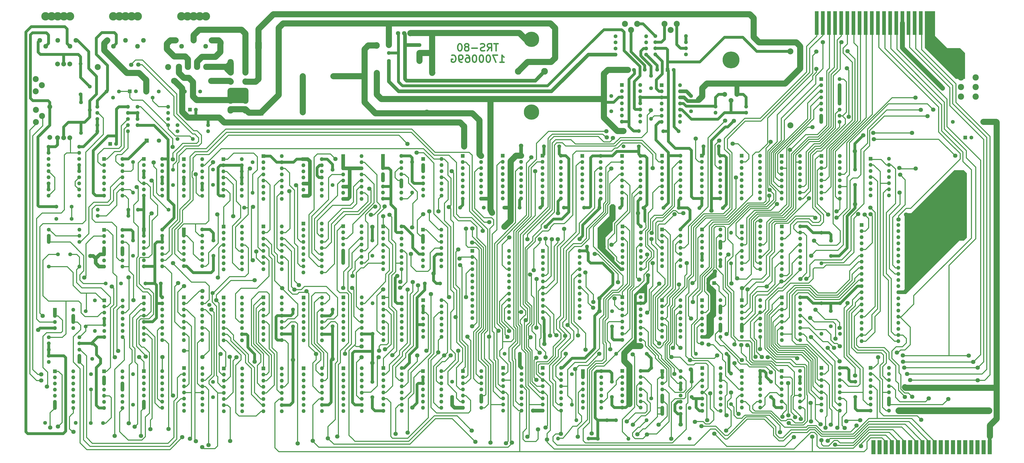
<source format=gbr>
%TF.GenerationSoftware,KiCad,Pcbnew,7.0.7*%
%TF.CreationDate,2023-12-29T15:53:42+00:00*%
%TF.ProjectId,TRS80IUS,54525338-3049-4555-932e-6b696361645f,rev?*%
%TF.SameCoordinates,Original*%
%TF.FileFunction,Copper,L2,Bot*%
%TF.FilePolarity,Positive*%
%FSLAX46Y46*%
G04 Gerber Fmt 4.6, Leading zero omitted, Abs format (unit mm)*
G04 Created by KiCad (PCBNEW 7.0.7) date 2023-12-29 15:53:42*
%MOMM*%
%LPD*%
G01*
G04 APERTURE LIST*
G04 Aperture macros list*
%AMFreePoly0*
4,1,45,1.815063,0.845106,1.830902,0.845106,1.843715,0.835796,1.858779,0.830902,1.868088,0.818088,1.880902,0.808779,1.885796,0.793715,1.895106,0.780902,1.895106,0.765062,1.900000,0.750000,1.900000,-0.750000,1.895106,-0.765062,1.895106,-0.780902,1.885796,-0.793715,1.880902,-0.808779,1.868088,-0.818088,1.858779,-0.830902,1.843715,-0.835796,1.830902,-0.845106,1.815063,-0.845106,
1.800000,-0.850000,-3.880000,-0.850000,-3.895063,-0.845106,-3.910902,-0.845106,-3.923715,-0.835796,-3.938779,-0.830902,-3.948088,-0.818088,-3.960902,-0.808779,-3.965796,-0.793715,-3.975106,-0.780902,-3.975106,-0.765062,-3.980000,-0.750000,-3.980000,0.750000,-3.975106,0.765062,-3.975106,0.780902,-3.965796,0.793715,-3.960902,0.808779,-3.948088,0.818088,-3.938779,0.830902,-3.923715,0.835796,
-3.910902,0.845106,-3.895063,0.845106,-3.880000,0.850000,1.800000,0.850000,1.815063,0.845106,1.815063,0.845106,$1*%
G04 Aperture macros list end*
%ADD10C,0.600000*%
%TA.AperFunction,NonConductor*%
%ADD11C,0.600000*%
%TD*%
%TA.AperFunction,ComponentPad*%
%ADD12C,1.600000*%
%TD*%
%TA.AperFunction,ComponentPad*%
%ADD13R,1.600000X1.600000*%
%TD*%
%TA.AperFunction,ComponentPad*%
%ADD14O,1.600000X1.600000*%
%TD*%
%TA.AperFunction,ComponentPad*%
%ADD15C,2.000000*%
%TD*%
%TA.AperFunction,ComponentPad*%
%ADD16FreePoly0,90.000000*%
%TD*%
%TA.AperFunction,ComponentPad*%
%ADD17C,1.700000*%
%TD*%
%TA.AperFunction,ComponentPad*%
%ADD18C,2.500000*%
%TD*%
%TA.AperFunction,ComponentPad*%
%ADD19C,2.800000*%
%TD*%
%TA.AperFunction,ComponentPad*%
%ADD20C,6.350000*%
%TD*%
%TA.AperFunction,ComponentPad*%
%ADD21C,1.950000*%
%TD*%
%TA.AperFunction,ComponentPad*%
%ADD22C,3.500000*%
%TD*%
%TA.AperFunction,ComponentPad*%
%ADD23C,7.000000*%
%TD*%
%TA.AperFunction,ComponentPad*%
%ADD24C,2.600000*%
%TD*%
%TA.AperFunction,ComponentPad*%
%ADD25R,1.800000X1.800000*%
%TD*%
%TA.AperFunction,ComponentPad*%
%ADD26C,1.800000*%
%TD*%
%TA.AperFunction,ComponentPad*%
%ADD27R,2.800000X2.800000*%
%TD*%
%TA.AperFunction,ComponentPad*%
%ADD28O,2.800000X2.800000*%
%TD*%
%TA.AperFunction,ConnectorPad*%
%ADD29R,1.625600X9.906000*%
%TD*%
%TA.AperFunction,ConnectorPad*%
%ADD30R,4.216400X9.906000*%
%TD*%
%TA.AperFunction,ComponentPad*%
%ADD31R,2.400000X2.400000*%
%TD*%
%TA.AperFunction,ComponentPad*%
%ADD32O,2.400000X2.400000*%
%TD*%
%TA.AperFunction,ViaPad*%
%ADD33C,1.800000*%
%TD*%
%TA.AperFunction,Conductor*%
%ADD34C,1.200000*%
%TD*%
%TA.AperFunction,Conductor*%
%ADD35C,2.500000*%
%TD*%
%TA.AperFunction,Conductor*%
%ADD36C,1.500000*%
%TD*%
%TA.AperFunction,Conductor*%
%ADD37C,0.400000*%
%TD*%
%TA.AperFunction,Conductor*%
%ADD38C,2.000000*%
%TD*%
%TA.AperFunction,Conductor*%
%ADD39C,2.800000*%
%TD*%
G04 APERTURE END LIST*
D10*
D11*
X294759549Y-105341657D02*
X296473835Y-105341657D01*
X295616692Y-105341657D02*
X295616692Y-102341657D01*
X295616692Y-102341657D02*
X295902406Y-102770228D01*
X295902406Y-102770228D02*
X296188121Y-103055942D01*
X296188121Y-103055942D02*
X296473835Y-103198800D01*
X293759549Y-102341657D02*
X291759549Y-102341657D01*
X291759549Y-102341657D02*
X293045263Y-105341657D01*
X290045263Y-102341657D02*
X289759549Y-102341657D01*
X289759549Y-102341657D02*
X289473835Y-102484514D01*
X289473835Y-102484514D02*
X289330978Y-102627371D01*
X289330978Y-102627371D02*
X289188120Y-102913085D01*
X289188120Y-102913085D02*
X289045263Y-103484514D01*
X289045263Y-103484514D02*
X289045263Y-104198800D01*
X289045263Y-104198800D02*
X289188120Y-104770228D01*
X289188120Y-104770228D02*
X289330978Y-105055942D01*
X289330978Y-105055942D02*
X289473835Y-105198800D01*
X289473835Y-105198800D02*
X289759549Y-105341657D01*
X289759549Y-105341657D02*
X290045263Y-105341657D01*
X290045263Y-105341657D02*
X290330978Y-105198800D01*
X290330978Y-105198800D02*
X290473835Y-105055942D01*
X290473835Y-105055942D02*
X290616692Y-104770228D01*
X290616692Y-104770228D02*
X290759549Y-104198800D01*
X290759549Y-104198800D02*
X290759549Y-103484514D01*
X290759549Y-103484514D02*
X290616692Y-102913085D01*
X290616692Y-102913085D02*
X290473835Y-102627371D01*
X290473835Y-102627371D02*
X290330978Y-102484514D01*
X290330978Y-102484514D02*
X290045263Y-102341657D01*
X287188120Y-102341657D02*
X286902406Y-102341657D01*
X286902406Y-102341657D02*
X286616692Y-102484514D01*
X286616692Y-102484514D02*
X286473835Y-102627371D01*
X286473835Y-102627371D02*
X286330977Y-102913085D01*
X286330977Y-102913085D02*
X286188120Y-103484514D01*
X286188120Y-103484514D02*
X286188120Y-104198800D01*
X286188120Y-104198800D02*
X286330977Y-104770228D01*
X286330977Y-104770228D02*
X286473835Y-105055942D01*
X286473835Y-105055942D02*
X286616692Y-105198800D01*
X286616692Y-105198800D02*
X286902406Y-105341657D01*
X286902406Y-105341657D02*
X287188120Y-105341657D01*
X287188120Y-105341657D02*
X287473835Y-105198800D01*
X287473835Y-105198800D02*
X287616692Y-105055942D01*
X287616692Y-105055942D02*
X287759549Y-104770228D01*
X287759549Y-104770228D02*
X287902406Y-104198800D01*
X287902406Y-104198800D02*
X287902406Y-103484514D01*
X287902406Y-103484514D02*
X287759549Y-102913085D01*
X287759549Y-102913085D02*
X287616692Y-102627371D01*
X287616692Y-102627371D02*
X287473835Y-102484514D01*
X287473835Y-102484514D02*
X287188120Y-102341657D01*
X284330977Y-102341657D02*
X284045263Y-102341657D01*
X284045263Y-102341657D02*
X283759549Y-102484514D01*
X283759549Y-102484514D02*
X283616692Y-102627371D01*
X283616692Y-102627371D02*
X283473834Y-102913085D01*
X283473834Y-102913085D02*
X283330977Y-103484514D01*
X283330977Y-103484514D02*
X283330977Y-104198800D01*
X283330977Y-104198800D02*
X283473834Y-104770228D01*
X283473834Y-104770228D02*
X283616692Y-105055942D01*
X283616692Y-105055942D02*
X283759549Y-105198800D01*
X283759549Y-105198800D02*
X284045263Y-105341657D01*
X284045263Y-105341657D02*
X284330977Y-105341657D01*
X284330977Y-105341657D02*
X284616692Y-105198800D01*
X284616692Y-105198800D02*
X284759549Y-105055942D01*
X284759549Y-105055942D02*
X284902406Y-104770228D01*
X284902406Y-104770228D02*
X285045263Y-104198800D01*
X285045263Y-104198800D02*
X285045263Y-103484514D01*
X285045263Y-103484514D02*
X284902406Y-102913085D01*
X284902406Y-102913085D02*
X284759549Y-102627371D01*
X284759549Y-102627371D02*
X284616692Y-102484514D01*
X284616692Y-102484514D02*
X284330977Y-102341657D01*
X280759549Y-102341657D02*
X281330977Y-102341657D01*
X281330977Y-102341657D02*
X281616691Y-102484514D01*
X281616691Y-102484514D02*
X281759549Y-102627371D01*
X281759549Y-102627371D02*
X282045263Y-103055942D01*
X282045263Y-103055942D02*
X282188120Y-103627371D01*
X282188120Y-103627371D02*
X282188120Y-104770228D01*
X282188120Y-104770228D02*
X282045263Y-105055942D01*
X282045263Y-105055942D02*
X281902406Y-105198800D01*
X281902406Y-105198800D02*
X281616691Y-105341657D01*
X281616691Y-105341657D02*
X281045263Y-105341657D01*
X281045263Y-105341657D02*
X280759549Y-105198800D01*
X280759549Y-105198800D02*
X280616691Y-105055942D01*
X280616691Y-105055942D02*
X280473834Y-104770228D01*
X280473834Y-104770228D02*
X280473834Y-104055942D01*
X280473834Y-104055942D02*
X280616691Y-103770228D01*
X280616691Y-103770228D02*
X280759549Y-103627371D01*
X280759549Y-103627371D02*
X281045263Y-103484514D01*
X281045263Y-103484514D02*
X281616691Y-103484514D01*
X281616691Y-103484514D02*
X281902406Y-103627371D01*
X281902406Y-103627371D02*
X282045263Y-103770228D01*
X282045263Y-103770228D02*
X282188120Y-104055942D01*
X279045263Y-105341657D02*
X278473834Y-105341657D01*
X278473834Y-105341657D02*
X278188120Y-105198800D01*
X278188120Y-105198800D02*
X278045263Y-105055942D01*
X278045263Y-105055942D02*
X277759548Y-104627371D01*
X277759548Y-104627371D02*
X277616691Y-104055942D01*
X277616691Y-104055942D02*
X277616691Y-102913085D01*
X277616691Y-102913085D02*
X277759548Y-102627371D01*
X277759548Y-102627371D02*
X277902406Y-102484514D01*
X277902406Y-102484514D02*
X278188120Y-102341657D01*
X278188120Y-102341657D02*
X278759548Y-102341657D01*
X278759548Y-102341657D02*
X279045263Y-102484514D01*
X279045263Y-102484514D02*
X279188120Y-102627371D01*
X279188120Y-102627371D02*
X279330977Y-102913085D01*
X279330977Y-102913085D02*
X279330977Y-103627371D01*
X279330977Y-103627371D02*
X279188120Y-103913085D01*
X279188120Y-103913085D02*
X279045263Y-104055942D01*
X279045263Y-104055942D02*
X278759548Y-104198800D01*
X278759548Y-104198800D02*
X278188120Y-104198800D01*
X278188120Y-104198800D02*
X277902406Y-104055942D01*
X277902406Y-104055942D02*
X277759548Y-103913085D01*
X277759548Y-103913085D02*
X277616691Y-103627371D01*
X274759548Y-102484514D02*
X275045263Y-102341657D01*
X275045263Y-102341657D02*
X275473834Y-102341657D01*
X275473834Y-102341657D02*
X275902405Y-102484514D01*
X275902405Y-102484514D02*
X276188120Y-102770228D01*
X276188120Y-102770228D02*
X276330977Y-103055942D01*
X276330977Y-103055942D02*
X276473834Y-103627371D01*
X276473834Y-103627371D02*
X276473834Y-104055942D01*
X276473834Y-104055942D02*
X276330977Y-104627371D01*
X276330977Y-104627371D02*
X276188120Y-104913085D01*
X276188120Y-104913085D02*
X275902405Y-105198800D01*
X275902405Y-105198800D02*
X275473834Y-105341657D01*
X275473834Y-105341657D02*
X275188120Y-105341657D01*
X275188120Y-105341657D02*
X274759548Y-105198800D01*
X274759548Y-105198800D02*
X274616691Y-105055942D01*
X274616691Y-105055942D02*
X274616691Y-104055942D01*
X274616691Y-104055942D02*
X275188120Y-104055942D01*
D10*
D11*
X293969549Y-97621657D02*
X292255264Y-97621657D01*
X293112406Y-100621657D02*
X293112406Y-97621657D01*
X289540978Y-100621657D02*
X290540978Y-99193085D01*
X291255264Y-100621657D02*
X291255264Y-97621657D01*
X291255264Y-97621657D02*
X290112407Y-97621657D01*
X290112407Y-97621657D02*
X289826692Y-97764514D01*
X289826692Y-97764514D02*
X289683835Y-97907371D01*
X289683835Y-97907371D02*
X289540978Y-98193085D01*
X289540978Y-98193085D02*
X289540978Y-98621657D01*
X289540978Y-98621657D02*
X289683835Y-98907371D01*
X289683835Y-98907371D02*
X289826692Y-99050228D01*
X289826692Y-99050228D02*
X290112407Y-99193085D01*
X290112407Y-99193085D02*
X291255264Y-99193085D01*
X288398121Y-100478800D02*
X287969550Y-100621657D01*
X287969550Y-100621657D02*
X287255264Y-100621657D01*
X287255264Y-100621657D02*
X286969550Y-100478800D01*
X286969550Y-100478800D02*
X286826692Y-100335942D01*
X286826692Y-100335942D02*
X286683835Y-100050228D01*
X286683835Y-100050228D02*
X286683835Y-99764514D01*
X286683835Y-99764514D02*
X286826692Y-99478800D01*
X286826692Y-99478800D02*
X286969550Y-99335942D01*
X286969550Y-99335942D02*
X287255264Y-99193085D01*
X287255264Y-99193085D02*
X287826692Y-99050228D01*
X287826692Y-99050228D02*
X288112407Y-98907371D01*
X288112407Y-98907371D02*
X288255264Y-98764514D01*
X288255264Y-98764514D02*
X288398121Y-98478800D01*
X288398121Y-98478800D02*
X288398121Y-98193085D01*
X288398121Y-98193085D02*
X288255264Y-97907371D01*
X288255264Y-97907371D02*
X288112407Y-97764514D01*
X288112407Y-97764514D02*
X287826692Y-97621657D01*
X287826692Y-97621657D02*
X287112407Y-97621657D01*
X287112407Y-97621657D02*
X286683835Y-97764514D01*
X285398121Y-99478800D02*
X283112407Y-99478800D01*
X281255263Y-98907371D02*
X281540978Y-98764514D01*
X281540978Y-98764514D02*
X281683835Y-98621657D01*
X281683835Y-98621657D02*
X281826692Y-98335942D01*
X281826692Y-98335942D02*
X281826692Y-98193085D01*
X281826692Y-98193085D02*
X281683835Y-97907371D01*
X281683835Y-97907371D02*
X281540978Y-97764514D01*
X281540978Y-97764514D02*
X281255263Y-97621657D01*
X281255263Y-97621657D02*
X280683835Y-97621657D01*
X280683835Y-97621657D02*
X280398121Y-97764514D01*
X280398121Y-97764514D02*
X280255263Y-97907371D01*
X280255263Y-97907371D02*
X280112406Y-98193085D01*
X280112406Y-98193085D02*
X280112406Y-98335942D01*
X280112406Y-98335942D02*
X280255263Y-98621657D01*
X280255263Y-98621657D02*
X280398121Y-98764514D01*
X280398121Y-98764514D02*
X280683835Y-98907371D01*
X280683835Y-98907371D02*
X281255263Y-98907371D01*
X281255263Y-98907371D02*
X281540978Y-99050228D01*
X281540978Y-99050228D02*
X281683835Y-99193085D01*
X281683835Y-99193085D02*
X281826692Y-99478800D01*
X281826692Y-99478800D02*
X281826692Y-100050228D01*
X281826692Y-100050228D02*
X281683835Y-100335942D01*
X281683835Y-100335942D02*
X281540978Y-100478800D01*
X281540978Y-100478800D02*
X281255263Y-100621657D01*
X281255263Y-100621657D02*
X280683835Y-100621657D01*
X280683835Y-100621657D02*
X280398121Y-100478800D01*
X280398121Y-100478800D02*
X280255263Y-100335942D01*
X280255263Y-100335942D02*
X280112406Y-100050228D01*
X280112406Y-100050228D02*
X280112406Y-99478800D01*
X280112406Y-99478800D02*
X280255263Y-99193085D01*
X280255263Y-99193085D02*
X280398121Y-99050228D01*
X280398121Y-99050228D02*
X280683835Y-98907371D01*
X278255263Y-97621657D02*
X277969549Y-97621657D01*
X277969549Y-97621657D02*
X277683835Y-97764514D01*
X277683835Y-97764514D02*
X277540978Y-97907371D01*
X277540978Y-97907371D02*
X277398120Y-98193085D01*
X277398120Y-98193085D02*
X277255263Y-98764514D01*
X277255263Y-98764514D02*
X277255263Y-99478800D01*
X277255263Y-99478800D02*
X277398120Y-100050228D01*
X277398120Y-100050228D02*
X277540978Y-100335942D01*
X277540978Y-100335942D02*
X277683835Y-100478800D01*
X277683835Y-100478800D02*
X277969549Y-100621657D01*
X277969549Y-100621657D02*
X278255263Y-100621657D01*
X278255263Y-100621657D02*
X278540978Y-100478800D01*
X278540978Y-100478800D02*
X278683835Y-100335942D01*
X278683835Y-100335942D02*
X278826692Y-100050228D01*
X278826692Y-100050228D02*
X278969549Y-99478800D01*
X278969549Y-99478800D02*
X278969549Y-98764514D01*
X278969549Y-98764514D02*
X278826692Y-98193085D01*
X278826692Y-98193085D02*
X278683835Y-97907371D01*
X278683835Y-97907371D02*
X278540978Y-97764514D01*
X278540978Y-97764514D02*
X278255263Y-97621657D01*
D12*
%TO.P,C49,1*%
%TO.N,GND*%
X296690000Y-226520000D03*
%TO.P,C49,2*%
%TO.N,+5V*%
X303040000Y-226520000D03*
%TD*%
D13*
%TO.P,Z51,1,S*%
%TO.N,MUX*%
X345550000Y-202940000D03*
D14*
%TO.P,Z51,2,I0a*%
%TO.N,/CPU/A4*%
X345550000Y-205480000D03*
%TO.P,Z51,3,I1a*%
%TO.N,/CPU/A10*%
X345550000Y-208020000D03*
%TO.P,Z51,4,Za*%
%TO.N,/MEMORY/SMA4*%
X345550000Y-210560000D03*
%TO.P,Z51,5,I0b*%
%TO.N,/CPU/A5*%
X345550000Y-213100000D03*
%TO.P,Z51,6,I1b*%
%TO.N,/CPU/A11*%
X345550000Y-215640000D03*
%TO.P,Z51,7,Zb*%
%TO.N,/MEMORY/SMA5*%
X345550000Y-218180000D03*
%TO.P,Z51,8,GND*%
%TO.N,GND*%
X345550000Y-220720000D03*
%TO.P,Z51,9,Zc*%
%TO.N,Net-(Z51-Zc)*%
X353170000Y-220720000D03*
%TO.P,Z51,10,I1c*%
%TO.N,/CPU/A12*%
X353170000Y-218180000D03*
%TO.P,Z51,11,I0c*%
%TO.N,/CPU/A6*%
X353170000Y-215640000D03*
%TO.P,Z51,12,Zd*%
%TO.N,unconnected-(Z51-Zd-Pad12)*%
X353170000Y-213100000D03*
%TO.P,Z51,13,I1d*%
%TO.N,unconnected-(Z51-I1d-Pad13)*%
X353170000Y-210560000D03*
%TO.P,Z51,14,I0d*%
%TO.N,unconnected-(Z51-I0d-Pad14)*%
X353170000Y-208020000D03*
%TO.P,Z51,15,E*%
%TO.N,GND*%
X353170000Y-205480000D03*
%TO.P,Z51,16,VCC*%
%TO.N,+5V*%
X353170000Y-202940000D03*
%TD*%
D12*
%TO.P,C3,1*%
%TO.N,GND*%
X170400000Y-117523270D03*
%TO.P,C3,2*%
%TO.N,-5V*%
X164050000Y-117523270D03*
%TD*%
D13*
%TO.P,Z25,1*%
%TO.N,GND*%
X147000000Y-174955000D03*
D14*
%TO.P,Z25,2*%
X147000000Y-177495000D03*
%TO.P,Z25,3*%
%TO.N,unconnected-(Z25-Pad3)*%
X147000000Y-180035000D03*
%TO.P,Z25,4*%
%TO.N,IN*%
X147000000Y-182575000D03*
%TO.P,Z25,5*%
%TO.N,Net-(Z25-Pad10)*%
X147000000Y-185115000D03*
%TO.P,Z25,6*%
%TO.N,INSIG*%
X147000000Y-187655000D03*
%TO.P,Z25,7,GND*%
%TO.N,GND*%
X147000000Y-190195000D03*
%TO.P,Z25,8*%
%TO.N,OUTSIG*%
X154620000Y-190195000D03*
%TO.P,Z25,9*%
%TO.N,OUT*%
X154620000Y-187655000D03*
%TO.P,Z25,10*%
%TO.N,Net-(Z25-Pad10)*%
X154620000Y-185115000D03*
%TO.P,Z25,11*%
%TO.N,unconnected-(Z25-Pad11)*%
X154620000Y-182575000D03*
%TO.P,Z25,12*%
%TO.N,GND*%
X154620000Y-180035000D03*
%TO.P,Z25,13*%
X154620000Y-177495000D03*
%TO.P,Z25,14,VCC*%
%TO.N,+5V*%
X154620000Y-174955000D03*
%TD*%
D12*
%TO.P,C36,1*%
%TO.N,GND*%
X175906730Y-185790000D03*
%TO.P,C36,2*%
%TO.N,+5V*%
X175906730Y-179440000D03*
%TD*%
D13*
%TO.P,Z67,1,OEa*%
%TO.N,MEM*%
X296080000Y-232355000D03*
D14*
%TO.P,Z67,2,I1*%
%TO.N,/MEMORY/MD5*%
X296080000Y-234895000D03*
%TO.P,Z67,3,O1a*%
%TO.N,/CPU/D5*%
X296080000Y-237435000D03*
%TO.P,Z67,4,I2*%
%TO.N,/MEMORY/MD6*%
X296080000Y-239975000D03*
%TO.P,Z67,5,O2a*%
%TO.N,/CPU/D6*%
X296080000Y-242515000D03*
%TO.P,Z67,6,I3*%
%TO.N,/MEMORY/MD7*%
X296080000Y-245055000D03*
%TO.P,Z67,7,O3a*%
%TO.N,/CPU/D7*%
X296080000Y-247595000D03*
%TO.P,Z67,8,GND*%
%TO.N,GND*%
X296080000Y-250135000D03*
%TO.P,Z67,9,O4a*%
%TO.N,/CPU/D4*%
X303700000Y-250135000D03*
%TO.P,Z67,10,I4*%
%TO.N,/MEMORY/MD4*%
X303700000Y-247595000D03*
%TO.P,Z67,11,O5b*%
%TO.N,unconnected-(Z67-O5b-Pad11)*%
X303700000Y-245055000D03*
%TO.P,Z67,12,I5*%
%TO.N,GND*%
X303700000Y-242515000D03*
%TO.P,Z67,13,O6b*%
%TO.N,MCAS*%
X303700000Y-239975000D03*
%TO.P,Z67,14,I6*%
%TO.N,CAS*%
X303700000Y-237435000D03*
%TO.P,Z67,15,OEb*%
%TO.N,Net-(Z67-OEb)*%
X303700000Y-234895000D03*
%TO.P,Z67,16,VCC*%
%TO.N,+5V*%
X303700000Y-232355000D03*
%TD*%
D13*
%TO.P,Z19,1,Pin_1*%
%TO.N,-5V*%
X378610000Y-144210000D03*
D14*
%TO.P,Z19,2,Pin_2*%
%TO.N,/CPU/D3*%
X378610000Y-146750000D03*
%TO.P,Z19,3,Pin_3*%
%TO.N,WR*%
X378610000Y-149290000D03*
%TO.P,Z19,4,Pin_4*%
%TO.N,MRAS*%
X378610000Y-151830000D03*
%TO.P,Z19,5,Pin_5*%
%TO.N,/MEMORY/SMA0*%
X378610000Y-154370000D03*
%TO.P,Z19,6,Pin_6*%
%TO.N,/MEMORY/SMA2*%
X378610000Y-156910000D03*
%TO.P,Z19,7,Pin_7*%
%TO.N,/MEMORY/SMA1*%
X378610000Y-159450000D03*
%TO.P,Z19,8,Pin_8*%
%TO.N,+12V*%
X378610000Y-161990000D03*
%TO.P,Z19,9,Pin_9*%
%TO.N,+5V*%
X386230000Y-161990000D03*
%TO.P,Z19,10,Pin_10*%
%TO.N,/MEMORY/SMA5*%
X386230000Y-159450000D03*
%TO.P,Z19,11,Pin_11*%
%TO.N,/MEMORY/SMA4*%
X386230000Y-156910000D03*
%TO.P,Z19,12,Pin_12*%
%TO.N,/MEMORY/SMA3*%
X386230000Y-154370000D03*
%TO.P,Z19,13,Pin_13*%
%TO.N,/MEMORY/SMA6*%
X386230000Y-151830000D03*
%TO.P,Z19,14,Pin_14*%
%TO.N,/MEMORY/MD3*%
X386230000Y-149290000D03*
%TO.P,Z19,15,Pin_15*%
%TO.N,MCAS*%
X386230000Y-146750000D03*
%TO.P,Z19,16,Pin_16*%
%TO.N,GND*%
X386230000Y-144210000D03*
%TD*%
D12*
%TO.P,C34,1*%
%TO.N,GND*%
X387306635Y-165913270D03*
%TO.P,C34,2*%
%TO.N,+12V*%
X377526635Y-165913270D03*
%TD*%
%TO.P,C30,1*%
%TO.N,GND*%
X321316635Y-165813270D03*
%TO.P,C30,2*%
%TO.N,+12V*%
X311536635Y-165813270D03*
%TD*%
%TO.P,C28,1*%
%TO.N,GND*%
X288026635Y-165823270D03*
%TO.P,C28,2*%
%TO.N,+12V*%
X278246635Y-165823270D03*
%TD*%
D13*
%TO.P,Z6,1*%
%TO.N,Net-(Z6-Pad1)*%
X163580000Y-145610000D03*
D14*
%TO.P,Z6,2*%
%TO.N,Net-(R20-Pad1)*%
X163580000Y-148150000D03*
%TO.P,Z6,3*%
%TO.N,Net-(C20-Pad1)*%
X163580000Y-150690000D03*
%TO.P,Z6,4*%
%TO.N,Net-(Z6-Pad4)*%
X163580000Y-153230000D03*
%TO.P,Z6,5*%
X163580000Y-155770000D03*
%TO.P,Z6,6*%
%TO.N,Net-(C20-Pad2)*%
X163580000Y-158310000D03*
%TO.P,Z6,7,GND*%
%TO.N,GND*%
X163580000Y-160850000D03*
%TO.P,Z6,8*%
%TO.N,Net-(Z5-Pad13)*%
X171200000Y-160850000D03*
%TO.P,Z6,9*%
%TO.N,Net-(Z6-Pad10)*%
X171200000Y-158310000D03*
%TO.P,Z6,10*%
X171200000Y-155770000D03*
%TO.P,Z6,11*%
%TO.N,Net-(C21-Pad2)*%
X171200000Y-153230000D03*
%TO.P,Z6,12*%
%TO.N,Net-(Z6-Pad1)*%
X171200000Y-150690000D03*
%TO.P,Z6,13*%
%TO.N,HDRV*%
X171200000Y-148150000D03*
%TO.P,Z6,14,VCC*%
%TO.N,+5V*%
X171200000Y-145610000D03*
%TD*%
D13*
%TO.P,Z16,1,Pin_1*%
%TO.N,-5V*%
X328990000Y-144250000D03*
D14*
%TO.P,Z16,2,Pin_2*%
%TO.N,/CPU/D1*%
X328990000Y-146790000D03*
%TO.P,Z16,3,Pin_3*%
%TO.N,WR*%
X328990000Y-149330000D03*
%TO.P,Z16,4,Pin_4*%
%TO.N,MRAS*%
X328990000Y-151870000D03*
%TO.P,Z16,5,Pin_5*%
%TO.N,/MEMORY/SMA0*%
X328990000Y-154410000D03*
%TO.P,Z16,6,Pin_6*%
%TO.N,/MEMORY/SMA2*%
X328990000Y-156950000D03*
%TO.P,Z16,7,Pin_7*%
%TO.N,/MEMORY/SMA1*%
X328990000Y-159490000D03*
%TO.P,Z16,8,Pin_8*%
%TO.N,+12V*%
X328990000Y-162030000D03*
%TO.P,Z16,9,Pin_9*%
%TO.N,+5V*%
X336610000Y-162030000D03*
%TO.P,Z16,10,Pin_10*%
%TO.N,/MEMORY/SMA5*%
X336610000Y-159490000D03*
%TO.P,Z16,11,Pin_11*%
%TO.N,/MEMORY/SMA4*%
X336610000Y-156950000D03*
%TO.P,Z16,12,Pin_12*%
%TO.N,/MEMORY/SMA3*%
X336610000Y-154410000D03*
%TO.P,Z16,13,Pin_13*%
%TO.N,/MEMORY/SMA6*%
X336610000Y-151870000D03*
%TO.P,Z16,14,Pin_14*%
%TO.N,/MEMORY/MD1*%
X336610000Y-149330000D03*
%TO.P,Z16,15,Pin_15*%
%TO.N,MCAS*%
X336610000Y-146790000D03*
%TO.P,Z16,16,Pin_16*%
%TO.N,GND*%
X336610000Y-144250000D03*
%TD*%
D13*
%TO.P,Z62,1,A6*%
%TO.N,/VIDEO RAM/V6*%
X213320000Y-232460000D03*
D14*
%TO.P,Z62,2,A5*%
%TO.N,/VIDEO RAM/V5*%
X213320000Y-235000000D03*
%TO.P,Z62,3,R/~{W}*%
%TO.N,VWR*%
X213320000Y-237540000D03*
%TO.P,Z62,4,A1*%
%TO.N,/VIDEO RAM/V1*%
X213320000Y-240080000D03*
%TO.P,Z62,5,A2*%
%TO.N,/VIDEO RAM/V2*%
X213320000Y-242620000D03*
%TO.P,Z62,6,A3*%
%TO.N,/VIDEO RAM/V3*%
X213320000Y-245160000D03*
%TO.P,Z62,7,A4*%
%TO.N,/VIDEO RAM/V4*%
X213320000Y-247700000D03*
%TO.P,Z62,8,A0*%
%TO.N,/VIDEO RAM/V0*%
X213320000Y-250240000D03*
%TO.P,Z62,9,GND*%
%TO.N,GND*%
X220940000Y-250240000D03*
%TO.P,Z62,10,VCC*%
%TO.N,+5V*%
X220940000Y-247700000D03*
%TO.P,Z62,11,DATA_IN*%
%TO.N,/CPU/D5*%
X220940000Y-245160000D03*
%TO.P,Z62,12,DATA_OUT*%
%TO.N,/VIDEO RAM/BIT5*%
X220940000Y-242620000D03*
%TO.P,Z62,13,~{CE}*%
%TO.N,GND*%
X220940000Y-240080000D03*
%TO.P,Z62,14,A9*%
%TO.N,/VIDEO RAM/V9*%
X220940000Y-237540000D03*
%TO.P,Z62,15,A8*%
%TO.N,/VIDEO RAM/V8*%
X220940000Y-235000000D03*
%TO.P,Z62,16,A7*%
%TO.N,/VIDEO RAM/V7*%
X220940000Y-232460000D03*
%TD*%
D12*
%TO.P,R43,1*%
%TO.N,Net-(C21-Pad2)*%
X157220000Y-166630000D03*
D14*
%TO.P,R43,2*%
%TO.N,GND*%
X144520000Y-166630000D03*
%TD*%
D15*
%TO.P,K1,1*%
%TO.N,RELAYB*%
X113700000Y-136750000D03*
%TO.P,K1,2*%
%TO.N,Z41_3*%
X116240000Y-136750000D03*
%TO.P,K1,3*%
%TO.N,RELAYA*%
X113700000Y-106060000D03*
%TO.P,K1,4*%
%TO.N,unconnected-(K1-Pad4)*%
X111160000Y-106060000D03*
%TO.P,K1,5*%
%TO.N,+5V*%
X111160000Y-136750000D03*
%TO.P,K1,6*%
%TO.N,unconnected-(K1-Pad6)*%
X116240000Y-106060000D03*
%TD*%
D16*
%TO.P,CN3,1,Pin_1*%
%TO.N,+5V*%
X498070000Y-264270000D03*
%TO.P,CN3,2,Pin_2*%
%TO.N,/CPU/A4*%
X495530000Y-264270000D03*
%TO.P,CN3,3,Pin_3*%
%TO.N,/CPU/A5*%
X492990000Y-264270000D03*
%TO.P,CN3,4,Pin_4*%
%TO.N,/CPU/A1*%
X490450000Y-264270000D03*
%TO.P,CN3,5,Pin_5*%
%TO.N,/CPU/A0*%
X487910000Y-264270000D03*
%TO.P,CN3,6,Pin_6*%
%TO.N,/CPU/A2*%
X485370000Y-264270000D03*
%TO.P,CN3,7,Pin_7*%
%TO.N,/CPU/A6*%
X482830000Y-264270000D03*
%TO.P,CN3,8,Pin_8*%
%TO.N,/CPU/A7*%
X480290000Y-264270000D03*
%TO.P,CN3,9,Pin_9*%
%TO.N,/CPU/A3*%
X477750000Y-264270000D03*
%TO.P,CN3,10,Pin_10*%
%TO.N,/CPU/D2*%
X475210000Y-264270000D03*
%TO.P,CN3,11,Pin_11*%
%TO.N,/CPU/D0*%
X472670000Y-264270000D03*
%TO.P,CN3,12,Pin_12*%
%TO.N,/CPU/D5*%
X470130000Y-264270000D03*
%TO.P,CN3,13,Pin_13*%
%TO.N,/CPU/D3*%
X467590000Y-264270000D03*
%TO.P,CN3,14,Pin_14*%
%TO.N,KYBD*%
X465050000Y-264270000D03*
%TO.P,CN3,15,Pin_15*%
%TO.N,/CPU/D6*%
X462510000Y-264270000D03*
%TO.P,CN3,16,Pin_16*%
%TO.N,/CPU/D1*%
X459970000Y-264270000D03*
%TO.P,CN3,17,Pin_17*%
%TO.N,/CPU/D7*%
X457430000Y-264270000D03*
%TO.P,CN3,18,Pin_18*%
%TO.N,/CPU/D4*%
X454890000Y-264270000D03*
%TO.P,CN3,19,Pin_19*%
%TO.N,GND*%
X452350000Y-264270000D03*
%TO.P,CN3,20,Pin_20*%
%TO.N,unconnected-(CN3-Pin_20-Pad20)*%
X449810000Y-264270000D03*
%TD*%
D12*
%TO.P,R35,1*%
%TO.N,Z252IN-*%
X120160000Y-150660000D03*
D14*
%TO.P,R35,2*%
%TO.N,Z251OUT*%
X107460000Y-150660000D03*
%TD*%
D12*
%TO.P,R45,1*%
%TO.N,Z254IN-*%
X120220000Y-180030000D03*
D14*
%TO.P,R45,2*%
%TO.N,Net-(CR7-K)*%
X107520000Y-180030000D03*
%TD*%
D13*
%TO.P,C42,1*%
%TO.N,Net-(C42-Pad1)*%
X383660000Y-197090000D03*
D12*
%TO.P,C42,2*%
%TO.N,GND*%
X381160000Y-197090000D03*
%TD*%
D13*
%TO.P,Z73,1*%
%TO.N,!IORQ*%
X395180000Y-233570000D03*
D14*
%TO.P,Z73,2*%
%TO.N,!M1*%
X395180000Y-236110000D03*
%TO.P,Z73,3*%
%TO.N,INTAK*%
X395180000Y-238650000D03*
%TO.P,Z73,4*%
%TO.N,/CPU/A15*%
X395180000Y-241190000D03*
%TO.P,Z73,5*%
%TO.N,RAS*%
X395180000Y-243730000D03*
%TO.P,Z73,6*%
%TO.N,Net-(Z21-Ea2)*%
X395180000Y-246270000D03*
%TO.P,Z73,7,GND*%
%TO.N,GND*%
X395180000Y-248810000D03*
%TO.P,Z73,8*%
%TO.N,Net-(Z73-Pad8)*%
X402800000Y-248810000D03*
%TO.P,Z73,9*%
%TO.N,Net-(Z73-Pad9)*%
X402800000Y-246270000D03*
%TO.P,Z73,10*%
%TO.N,Net-(Z73-Pad10)*%
X402800000Y-243730000D03*
%TO.P,Z73,11*%
%TO.N,unconnected-(Z73-Pad11)*%
X402800000Y-241190000D03*
%TO.P,Z73,12*%
%TO.N,+5V*%
X402800000Y-238650000D03*
%TO.P,Z73,13*%
X402800000Y-236110000D03*
%TO.P,Z73,14,VCC*%
X402800000Y-233570000D03*
%TD*%
D12*
%TO.P,C12,1*%
%TO.N,Net-(Z1--)*%
X340963270Y-119380000D03*
%TO.P,C12,2*%
%TO.N,Net-(Z1-FC)*%
X340963270Y-125730000D03*
%TD*%
D13*
%TO.P,Z33,1,Pin_1*%
%TO.N,/CPU/A7*%
X283345000Y-183755000D03*
D14*
%TO.P,Z33,2,Pin_2*%
%TO.N,/CPU/A6*%
X283345000Y-186295000D03*
%TO.P,Z33,3,Pin_3*%
%TO.N,/CPU/A5*%
X283345000Y-188835000D03*
%TO.P,Z33,4,Pin_4*%
%TO.N,/CPU/A4*%
X283345000Y-191375000D03*
%TO.P,Z33,5,Pin_5*%
%TO.N,/CPU/A3*%
X283345000Y-193915000D03*
%TO.P,Z33,6,Pin_6*%
%TO.N,/CPU/A2*%
X283345000Y-196455000D03*
%TO.P,Z33,7,Pin_7*%
%TO.N,/CPU/A1*%
X283345000Y-198995000D03*
%TO.P,Z33,8,Pin_8*%
%TO.N,/CPU/A0*%
X283345000Y-201535000D03*
%TO.P,Z33,9,Pin_9*%
%TO.N,/MEMORY/MD0*%
X283345000Y-204075000D03*
%TO.P,Z33,10,Pin_10*%
%TO.N,/MEMORY/MD1*%
X283345000Y-206615000D03*
%TO.P,Z33,11,Pin_11*%
%TO.N,/MEMORY/MD2*%
X283345000Y-209155000D03*
%TO.P,Z33,12,Pin_12*%
%TO.N,GND*%
X283345000Y-211695000D03*
%TO.P,Z33,13,Pin_13*%
%TO.N,/MEMORY/MD3*%
X298585000Y-211695000D03*
%TO.P,Z33,14,Pin_14*%
%TO.N,/MEMORY/MD4*%
X298585000Y-209155000D03*
%TO.P,Z33,15,Pin_15*%
%TO.N,/MEMORY/MD5*%
X298585000Y-206615000D03*
%TO.P,Z33,16,Pin_16*%
%TO.N,/MEMORY/MD6*%
X298585000Y-204075000D03*
%TO.P,Z33,17,Pin_17*%
%TO.N,/MEMORY/MD7*%
X298585000Y-201535000D03*
%TO.P,Z33,18,Pin_18*%
%TO.N,/CPU/A11*%
X298585000Y-198995000D03*
%TO.P,Z33,19,Pin_19*%
%TO.N,/CPU/A10*%
X298585000Y-196455000D03*
%TO.P,Z33,20,Pin_20*%
%TO.N,ROMA*%
X298585000Y-193915000D03*
%TO.P,Z33,21,Pin_21*%
%TO.N,/CPU/A12*%
X298585000Y-191375000D03*
%TO.P,Z33,22,Pin_22*%
%TO.N,/CPU/A9*%
X298585000Y-188835000D03*
%TO.P,Z33,23,Pin_23*%
%TO.N,/CPU/A8*%
X298585000Y-186295000D03*
%TO.P,Z33,24,Pin_24*%
%TO.N,+5V*%
X298585000Y-183755000D03*
%TD*%
D12*
%TO.P,C7,1*%
%TO.N,Net-(Q1-C)*%
X167320000Y-137233270D03*
%TO.P,C7,2*%
%TO.N,GND*%
X160970000Y-137233270D03*
%TD*%
D13*
%TO.P,Z31,1,S*%
%TO.N,VID*%
X246340000Y-173580000D03*
D14*
%TO.P,Z31,2,I0a*%
%TO.N,/CPU/A8*%
X246340000Y-176120000D03*
%TO.P,Z31,3,I1a*%
%TO.N,R4*%
X246340000Y-178660000D03*
%TO.P,Z31,4,Za*%
%TO.N,/VIDEO RAM/V8*%
X246340000Y-181200000D03*
%TO.P,Z31,5,I0b*%
%TO.N,/CPU/A9*%
X246340000Y-183740000D03*
%TO.P,Z31,6,I1b*%
%TO.N,R8*%
X246340000Y-186280000D03*
%TO.P,Z31,7,Zb*%
%TO.N,/VIDEO RAM/V9*%
X246340000Y-188820000D03*
%TO.P,Z31,8,GND*%
%TO.N,GND*%
X246340000Y-191360000D03*
%TO.P,Z31,9,Zc*%
%TO.N,/VIDEO RAM/V6*%
X253960000Y-191360000D03*
%TO.P,Z31,10,I1c*%
%TO.N,R1*%
X253960000Y-188820000D03*
%TO.P,Z31,11,I0c*%
%TO.N,/CPU/A6*%
X253960000Y-186280000D03*
%TO.P,Z31,12,Zd*%
%TO.N,/VIDEO RAM/V7*%
X253960000Y-183740000D03*
%TO.P,Z31,13,I1d*%
%TO.N,R2*%
X253960000Y-181200000D03*
%TO.P,Z31,14,I0d*%
%TO.N,/CPU/A7*%
X253960000Y-178660000D03*
%TO.P,Z31,15,E*%
%TO.N,GND*%
X253960000Y-176120000D03*
%TO.P,Z31,16,VCC*%
%TO.N,+5V*%
X253960000Y-173580000D03*
%TD*%
D12*
%TO.P,C41,1*%
%TO.N,GND*%
X269940000Y-197263270D03*
%TO.P,C41,2*%
%TO.N,+5V*%
X263590000Y-197263270D03*
%TD*%
D17*
%TO.P,J61,1,Pin_1*%
%TO.N,L8*%
X188700000Y-165825000D03*
%TD*%
D12*
%TO.P,Q1,1,E*%
%TO.N,Net-(Q1-E)*%
X131552275Y-117502275D03*
%TO.P,Q1,2,C*%
%TO.N,Net-(Q1-C)*%
X136702275Y-117502275D03*
%TO.P,Q1,3,B*%
%TO.N,Net-(Q1-B)*%
X134232275Y-120042275D03*
%TD*%
%TO.P,R41,1*%
%TO.N,Z253IN-*%
X140610000Y-166590000D03*
D14*
%TO.P,R41,2*%
%TO.N,Net-(CR4-K)*%
X127910000Y-166590000D03*
%TD*%
D12*
%TO.P,CR9,1,K*%
%TO.N,Net-(CR10-K)*%
X120790000Y-118715000D03*
D14*
%TO.P,CR9,2,A*%
%TO.N,RELAYA*%
X120790000Y-106015000D03*
%TD*%
D12*
%TO.P,R64,1*%
%TO.N,\u00D8*%
X390650000Y-247430000D03*
D14*
%TO.P,R64,2*%
%TO.N,+5V*%
X390650000Y-234730000D03*
%TD*%
D13*
%TO.P,Z65,1,CP1..3*%
%TO.N,CHAIN*%
X262860000Y-233690000D03*
D14*
%TO.P,Z65,2,R0(1)*%
%TO.N,GND*%
X262860000Y-236230000D03*
%TO.P,Z65,3,R0(2)*%
X262860000Y-238770000D03*
%TO.P,Z65,4*%
%TO.N,N/C*%
X262860000Y-241310000D03*
%TO.P,Z65,5,VCC*%
%TO.N,+5V*%
X262860000Y-243850000D03*
%TO.P,Z65,6*%
%TO.N,N/C*%
X262860000Y-246390000D03*
%TO.P,Z65,7*%
X262860000Y-248930000D03*
%TO.P,Z65,8,Q2*%
%TO.N,C4*%
X270480000Y-248930000D03*
%TO.P,Z65,9,Q1*%
%TO.N,C2*%
X270480000Y-246390000D03*
%TO.P,Z65,10,GND*%
%TO.N,GND*%
X270480000Y-243850000D03*
%TO.P,Z65,11,Q3*%
%TO.N,unconnected-(Z65-Q3-Pad11)*%
X270480000Y-241310000D03*
%TO.P,Z65,12,Q0*%
%TO.N,R1*%
X270480000Y-238770000D03*
%TO.P,Z65,13*%
%TO.N,N/C*%
X270480000Y-236230000D03*
%TO.P,Z65,14,CP0*%
%TO.N,L8*%
X270480000Y-233690000D03*
%TD*%
D13*
%TO.P,Z52,1*%
%TO.N,/CPU/A10*%
X362080000Y-204185000D03*
D14*
%TO.P,Z52,2*%
%TO.N,Net-(Z36-Pad9)*%
X362080000Y-206725000D03*
%TO.P,Z52,3*%
%TO.N,TEST*%
X362080000Y-209265000D03*
%TO.P,Z52,4*%
%TO.N,ENABLE*%
X362080000Y-211805000D03*
%TO.P,Z52,5*%
%TO.N,/CPU/A0*%
X362080000Y-214345000D03*
%TO.P,Z52,6*%
%TO.N,Net-(Z36-Pad1)*%
X362080000Y-216885000D03*
%TO.P,Z52,7,GND*%
%TO.N,GND*%
X362080000Y-219425000D03*
%TO.P,Z52,8*%
%TO.N,unconnected-(Z52-Pad8)*%
X369700000Y-219425000D03*
%TO.P,Z52,9*%
%TO.N,GND*%
X369700000Y-216885000D03*
%TO.P,Z52,10*%
%TO.N,!RESET*%
X369700000Y-214345000D03*
%TO.P,Z52,11*%
%TO.N,Net-(Z37-Pad2)*%
X369700000Y-211805000D03*
%TO.P,Z52,12*%
%TO.N,Net-(Z52-Pad12)*%
X369700000Y-209265000D03*
%TO.P,Z52,13*%
%TO.N,RD*%
X369700000Y-206725000D03*
%TO.P,Z52,14,VCC*%
%TO.N,+5V*%
X369700000Y-204185000D03*
%TD*%
D12*
%TO.P,C45,1*%
%TO.N,GND*%
X225353270Y-208080000D03*
%TO.P,C45,2*%
%TO.N,+5V*%
X225353270Y-215080000D03*
%TD*%
D13*
%TO.P,Z22,1,OEa*%
%TO.N,ENABLE*%
X428220000Y-144250000D03*
D14*
%TO.P,Z22,2,I1*%
%TO.N,Net-(Z22-I1)*%
X428220000Y-146790000D03*
%TO.P,Z22,3,O1a*%
%TO.N,OUT*%
X428220000Y-149330000D03*
%TO.P,Z22,4,I2*%
%TO.N,Net-(Z22-I2)*%
X428220000Y-151870000D03*
%TO.P,Z22,5,O2a*%
%TO.N,WR*%
X428220000Y-154410000D03*
%TO.P,Z22,6,I3*%
%TO.N,Net-(Z22-I3)*%
X428220000Y-156950000D03*
%TO.P,Z22,7,O3a*%
%TO.N,RD*%
X428220000Y-159490000D03*
%TO.P,Z22,8,GND*%
%TO.N,GND*%
X428220000Y-162030000D03*
%TO.P,Z22,9,O4a*%
%TO.N,IN*%
X435840000Y-162030000D03*
%TO.P,Z22,10,I4*%
%TO.N,Net-(Z22-I4)*%
X435840000Y-159490000D03*
%TO.P,Z22,11,O5b*%
%TO.N,/CPU/A2*%
X435840000Y-156950000D03*
%TO.P,Z22,12,I5*%
%TO.N,/CPU/UA2*%
X435840000Y-154410000D03*
%TO.P,Z22,13,O6b*%
%TO.N,/CPU/A3*%
X435840000Y-151870000D03*
%TO.P,Z22,14,I6*%
%TO.N,/CPU/UA3*%
X435840000Y-149330000D03*
%TO.P,Z22,15,OEb*%
%TO.N,ENABLE*%
X435840000Y-146790000D03*
%TO.P,Z22,16,VCC*%
%TO.N,+5V*%
X435840000Y-144250000D03*
%TD*%
D12*
%TO.P,R62,1*%
%TO.N,+5V*%
X342970000Y-254120000D03*
D14*
%TO.P,R62,2*%
%TO.N,RAM*%
X355670000Y-254120000D03*
%TD*%
D13*
%TO.P,Z26,1*%
%TO.N,Net-(Z27-Q1)*%
X163590000Y-174860000D03*
D14*
%TO.P,Z26,2*%
X163590000Y-177400000D03*
%TO.P,Z26,3*%
%TO.N,N/C*%
X163590000Y-179940000D03*
%TO.P,Z26,4*%
%TO.N,Net-(Z27-~{Q0})*%
X163590000Y-182480000D03*
%TO.P,Z26,5*%
%TO.N,Net-(Z26-Pad13)*%
X163590000Y-185020000D03*
%TO.P,Z26,6*%
%TO.N,SHIFTGFX*%
X163590000Y-187560000D03*
%TO.P,Z26,7,GND*%
%TO.N,GND*%
X163590000Y-190100000D03*
%TO.P,Z26,8*%
%TO.N,SHIFTTXT*%
X171210000Y-190100000D03*
%TO.P,Z26,9*%
%TO.N,Net-(Z27-Q1)*%
X171210000Y-187560000D03*
%TO.P,Z26,10*%
%TO.N,Net-(Z27-Q0)*%
X171210000Y-185020000D03*
%TO.P,Z26,11*%
%TO.N,N/C*%
X171210000Y-182480000D03*
%TO.P,Z26,12*%
%TO.N,Net-(Z27-~{Q2})*%
X171210000Y-179940000D03*
%TO.P,Z26,13*%
%TO.N,Net-(Z26-Pad13)*%
X171210000Y-177400000D03*
%TO.P,Z26,14,VCC*%
%TO.N,+5V*%
X171210000Y-174860000D03*
%TD*%
D13*
%TO.P,Z24,1*%
%TO.N,DOT1*%
X130480000Y-174980000D03*
D14*
%TO.P,Z24,2*%
%TO.N,DOT2*%
X130480000Y-177520000D03*
%TO.P,Z24,3*%
%TO.N,LATCH*%
X130480000Y-180060000D03*
%TO.P,Z24,4*%
%TO.N,GND*%
X130480000Y-182600000D03*
%TO.P,Z24,5*%
X130480000Y-185140000D03*
%TO.P,Z24,6*%
%TO.N,unconnected-(Z24-Pad6)*%
X130480000Y-187680000D03*
%TO.P,Z24,7,GND*%
%TO.N,GND*%
X130480000Y-190220000D03*
%TO.P,Z24,8*%
%TO.N,FTAPEIN*%
X138100000Y-190220000D03*
%TO.P,Z24,9*%
%TO.N,Z254OUT*%
X138100000Y-187680000D03*
%TO.P,Z24,10*%
%TO.N,Net-(Z24-Pad10)*%
X138100000Y-185140000D03*
%TO.P,Z24,11*%
X138100000Y-182600000D03*
%TO.P,Z24,12*%
%TO.N,FTAPEIN*%
X138100000Y-180060000D03*
%TO.P,Z24,13*%
%TO.N,OUTSIG*%
X138100000Y-177520000D03*
%TO.P,Z24,14,VCC*%
%TO.N,+5V*%
X138100000Y-174980000D03*
%TD*%
D12*
%TO.P,R28,1*%
%TO.N,Net-(Q2-C)*%
X157090000Y-128980000D03*
D14*
%TO.P,R28,2*%
%TO.N,Net-(Q1-B)*%
X144390000Y-128980000D03*
%TD*%
D12*
%TO.P,R67,1*%
%TO.N,+5V*%
X126710000Y-204285000D03*
D14*
%TO.P,R67,2*%
%TO.N,Net-(R67-Pad2)*%
X126710000Y-216985000D03*
%TD*%
D12*
%TO.P,R25,1*%
%TO.N,Net-(C5-Pad1)*%
X127735000Y-131460000D03*
D14*
%TO.P,R25,2*%
%TO.N,Z251IN+*%
X140435000Y-131460000D03*
%TD*%
D12*
%TO.P,R55,1*%
%TO.N,Net-(J3-Pad5)*%
X107540000Y-227300000D03*
D14*
%TO.P,R55,2*%
%TO.N,Net-(Z59-~{Q1})*%
X120240000Y-227300000D03*
%TD*%
D13*
%TO.P,Z66,1*%
%TO.N,VDRV*%
X279430000Y-233690000D03*
D14*
%TO.P,Z66,2*%
%TO.N,R4*%
X279430000Y-236230000D03*
%TO.P,Z66,3*%
%TO.N,C16*%
X279430000Y-238770000D03*
%TO.P,Z66,4*%
%TO.N,HDRV*%
X279430000Y-241310000D03*
%TO.P,Z66,5*%
%TO.N,C32*%
X279430000Y-243850000D03*
%TO.P,Z66,6*%
%TO.N,Net-(Z50-R0(1))*%
X279430000Y-246390000D03*
%TO.P,Z66,7,GND*%
%TO.N,GND*%
X279430000Y-248930000D03*
%TO.P,Z66,8*%
%TO.N,Net-(Z12-R0(1))*%
X287050000Y-248930000D03*
%TO.P,Z66,9*%
%TO.N,L4*%
X287050000Y-246390000D03*
%TO.P,Z66,10*%
X287050000Y-243850000D03*
%TO.P,Z66,11*%
%TO.N,L8*%
X287050000Y-241310000D03*
%TO.P,Z66,12*%
%TO.N,Net-(Z32-R0(1))*%
X287050000Y-238770000D03*
%TO.P,Z66,13*%
%TO.N,R2*%
X287050000Y-236230000D03*
%TO.P,Z66,14,VCC*%
%TO.N,+5V*%
X287050000Y-233690000D03*
%TD*%
D12*
%TO.P,R23,1*%
%TO.N,Net-(Z41-Pin_5)*%
X127735000Y-126390000D03*
D14*
%TO.P,R23,2*%
%TO.N,Net-(Q1-B)*%
X140435000Y-126390000D03*
%TD*%
D13*
%TO.P,Z11,1,Ds*%
%TO.N,GND*%
X246230000Y-144270000D03*
D14*
%TO.P,Z11,2,A*%
X246230000Y-146810000D03*
%TO.P,Z11,3,B*%
X246230000Y-149350000D03*
%TO.P,Z11,4,C*%
%TO.N,Net-(Z11-C)*%
X246230000Y-151890000D03*
%TO.P,Z11,5,D*%
X246230000Y-154430000D03*
%TO.P,Z11,6,CE*%
%TO.N,GND*%
X246230000Y-156970000D03*
%TO.P,Z11,7,Clk*%
%TO.N,!SHIFT*%
X246230000Y-159510000D03*
%TO.P,Z11,8,GND*%
%TO.N,GND*%
X246230000Y-162050000D03*
%TO.P,Z11,9,Clr*%
%TO.N,SCLR*%
X253850000Y-162050000D03*
%TO.P,Z11,10,E*%
%TO.N,Net-(Z11-C)*%
X253850000Y-159510000D03*
%TO.P,Z11,11,F*%
%TO.N,Net-(Z11-F)*%
X253850000Y-156970000D03*
%TO.P,Z11,12,G*%
X253850000Y-154430000D03*
%TO.P,Z11,13,Qh*%
%TO.N,Net-(Z11-Qh)*%
X253850000Y-151890000D03*
%TO.P,Z11,14,H*%
%TO.N,Net-(Z11-F)*%
X253850000Y-149350000D03*
%TO.P,Z11,15,PE*%
%TO.N,SHIFTGFX*%
X253850000Y-146810000D03*
%TO.P,Z11,16,VCC*%
%TO.N,+5V*%
X253850000Y-144270000D03*
%TD*%
D12*
%TO.P,R11,1*%
%TO.N,Net-(R11-Pad1)*%
X359310000Y-94500000D03*
D14*
%TO.P,R11,2*%
%TO.N,GND*%
X372010000Y-94500000D03*
%TD*%
D12*
%TO.P,R31,1*%
%TO.N,Net-(Z4-VCC)*%
X161020000Y-134050000D03*
D14*
%TO.P,R31,2*%
%TO.N,+5V*%
X173720000Y-134050000D03*
%TD*%
D12*
%TO.P,CR7,1,K*%
%TO.N,Net-(CR7-K)*%
X107525000Y-177490000D03*
D14*
%TO.P,CR7,2,A*%
%TO.N,Net-(CR6-K)*%
X120225000Y-177490000D03*
%TD*%
D13*
%TO.P,Z10,1,Ds*%
%TO.N,GND*%
X229740000Y-144350000D03*
D14*
%TO.P,Z10,2,A*%
X229740000Y-146890000D03*
%TO.P,Z10,3,B*%
X229740000Y-149430000D03*
%TO.P,Z10,4,C*%
%TO.N,/VIDEO/CD0*%
X229740000Y-151970000D03*
%TO.P,Z10,5,D*%
%TO.N,/VIDEO/CD1*%
X229740000Y-154510000D03*
%TO.P,Z10,6,CE*%
%TO.N,GND*%
X229740000Y-157050000D03*
%TO.P,Z10,7,Clk*%
%TO.N,!SHIFT*%
X229740000Y-159590000D03*
%TO.P,Z10,8,GND*%
%TO.N,GND*%
X229740000Y-162130000D03*
%TO.P,Z10,9,Clr*%
%TO.N,SCLR*%
X237360000Y-162130000D03*
%TO.P,Z10,10,E*%
%TO.N,/VIDEO/CD2*%
X237360000Y-159590000D03*
%TO.P,Z10,11,F*%
%TO.N,/VIDEO/CD3*%
X237360000Y-157050000D03*
%TO.P,Z10,12,G*%
%TO.N,/VIDEO/CD4*%
X237360000Y-154510000D03*
%TO.P,Z10,13,Qh*%
%TO.N,Net-(Z10-Qh)*%
X237360000Y-151970000D03*
%TO.P,Z10,14,H*%
%TO.N,GND*%
X237360000Y-149430000D03*
%TO.P,Z10,15,PE*%
%TO.N,SHIFTTXT*%
X237360000Y-146890000D03*
%TO.P,Z10,16,VCC*%
%TO.N,+5V*%
X237360000Y-144350000D03*
%TD*%
D12*
%TO.P,R66,1*%
%TO.N,+5V*%
X373490000Y-261690000D03*
D14*
%TO.P,R66,2*%
%TO.N,Net-(Z71G-R7.2)*%
X373490000Y-248990000D03*
%TD*%
D18*
%TO.P,R5,1,1*%
%TO.N,Net-(R11-Pad1)*%
X351720000Y-89410000D03*
%TO.P,R5,2,2*%
%TO.N,Net-(Q5-E)*%
X349180000Y-91950000D03*
%TO.P,R5,3,3*%
%TO.N,Net-(R5-Pad3)*%
X346640000Y-89410000D03*
%TD*%
D19*
%TO.P,Q4,1,B*%
%TO.N,Net-(Q3-C)*%
X313299999Y-109170001D03*
%TO.P,Q4,2,E*%
%TO.N,Net-(Q4-E)*%
X302379999Y-109170001D03*
D20*
%TO.P,Q4,3,C*%
%TO.N,Net-(Q3-E)*%
X307849999Y-95870001D03*
%TO.P,Q4,4,U*%
%TO.N,unconnected-(Q4-U-Pad4)*%
X307849999Y-126070001D03*
%TD*%
D13*
%TO.P,Z7,1,~{R}*%
%TO.N,Net-(Z7A-~{R})*%
X180040000Y-145605000D03*
D14*
%TO.P,Z7,2,D*%
%TO.N,GND*%
X180040000Y-148145000D03*
%TO.P,Z7,3,C*%
%TO.N,LATCH*%
X180040000Y-150685000D03*
%TO.P,Z7,4,~{S}*%
%TO.N,VID*%
X180040000Y-153225000D03*
%TO.P,Z7,5,Q*%
%TO.N,unconnected-(Z7A-Q-Pad5)*%
X180040000Y-155765000D03*
%TO.P,Z7,6,~{Q}*%
%TO.N,VCLR*%
X180040000Y-158305000D03*
%TO.P,Z7,7,GND*%
%TO.N,GND*%
X180040000Y-160845000D03*
%TO.P,Z7,8,~{Q}*%
%TO.N,unconnected-(Z7B-~{Q}-Pad8)*%
X187660000Y-160845000D03*
%TO.P,Z7,9,Q*%
%TO.N,unconnected-(Z7B-Q-Pad9)*%
X187660000Y-158305000D03*
%TO.P,Z7,10,~{S}*%
%TO.N,GND*%
X187660000Y-155765000D03*
%TO.P,Z7,11,C*%
X187660000Y-153225000D03*
%TO.P,Z7,12,D*%
X187660000Y-150685000D03*
%TO.P,Z7,13,~{R}*%
X187660000Y-148145000D03*
%TO.P,Z7,14,VCC*%
%TO.N,+5V*%
X187660000Y-145605000D03*
%TD*%
D13*
%TO.P,Z56,1,CP1..3*%
%TO.N,CLOCK*%
X110060000Y-233750000D03*
D14*
%TO.P,Z56,2*%
%TO.N,N/C*%
X110060000Y-236290000D03*
%TO.P,Z56,3*%
X110060000Y-238830000D03*
%TO.P,Z56,4*%
X110060000Y-241370000D03*
%TO.P,Z56,5,VCC*%
%TO.N,+5V*%
X110060000Y-243910000D03*
%TO.P,Z56,6,R0(1)*%
%TO.N,CTR*%
X110060000Y-246450000D03*
%TO.P,Z56,7,R0(2)*%
X110060000Y-248990000D03*
%TO.P,Z56,8,Q3*%
%TO.N,Net-(Z56-Q3)*%
X117680000Y-248990000D03*
%TO.P,Z56,9,Q2*%
%TO.N,unconnected-(Z56-Q2-Pad9)*%
X117680000Y-246450000D03*
%TO.P,Z56,10,GND*%
%TO.N,GND*%
X117680000Y-243910000D03*
%TO.P,Z56,11,Q1*%
%TO.N,unconnected-(Z56-Q1-Pad11)*%
X117680000Y-241370000D03*
%TO.P,Z56,12,Q0*%
%TO.N,unconnected-(Z56-Q0-Pad12)*%
X117680000Y-238830000D03*
%TO.P,Z56,13*%
%TO.N,N/C*%
X117680000Y-236290000D03*
%TO.P,Z56,14,CP0*%
%TO.N,unconnected-(Z56-CP0-Pad14)*%
X117680000Y-233750000D03*
%TD*%
D12*
%TO.P,R32,1*%
%TO.N,+5V*%
X107460000Y-140490000D03*
D14*
%TO.P,R32,2*%
%TO.N,Net-(C5-Pad1)*%
X120160000Y-140490000D03*
%TD*%
D12*
%TO.P,R56,1*%
%TO.N,Net-(Z59-~{Q1})*%
X120240000Y-229850000D03*
D14*
%TO.P,R56,2*%
%TO.N,+5V*%
X107540000Y-229850000D03*
%TD*%
D18*
%TO.P,R21,1,1*%
%TO.N,Net-(R21-Pad1)*%
X102235000Y-130250000D03*
%TO.P,R21,2,2*%
%TO.N,Net-(C26-Pad1)*%
X104775000Y-127710000D03*
%TO.P,R21,3,3*%
%TO.N,unconnected-(R21-Pad3)*%
X102235000Y-125170000D03*
%TD*%
D13*
%TO.P,Z64,1,S*%
%TO.N,VID*%
X246420000Y-232430000D03*
D14*
%TO.P,Z64,2,I0a*%
%TO.N,/CPU/A1*%
X246420000Y-234970000D03*
%TO.P,Z64,3,I1a*%
%TO.N,C2*%
X246420000Y-237510000D03*
%TO.P,Z64,4,Za*%
%TO.N,/VIDEO RAM/V1*%
X246420000Y-240050000D03*
%TO.P,Z64,5,I0b*%
%TO.N,/CPU/A3*%
X246420000Y-242590000D03*
%TO.P,Z64,6,I1b*%
%TO.N,C8*%
X246420000Y-245130000D03*
%TO.P,Z64,7,Zb*%
%TO.N,/VIDEO RAM/V3*%
X246420000Y-247670000D03*
%TO.P,Z64,8,GND*%
%TO.N,GND*%
X246420000Y-250210000D03*
%TO.P,Z64,9,Zc*%
%TO.N,/VIDEO RAM/V0*%
X254040000Y-250210000D03*
%TO.P,Z64,10,I1c*%
%TO.N,C1*%
X254040000Y-247670000D03*
%TO.P,Z64,11,I0c*%
%TO.N,/CPU/A0*%
X254040000Y-245130000D03*
%TO.P,Z64,12,Zd*%
%TO.N,/VIDEO RAM/V2*%
X254040000Y-242590000D03*
%TO.P,Z64,13,I1d*%
%TO.N,C4*%
X254040000Y-240050000D03*
%TO.P,Z64,14,I0d*%
%TO.N,/CPU/A2*%
X254040000Y-237510000D03*
%TO.P,Z64,15,E*%
%TO.N,GND*%
X254040000Y-234970000D03*
%TO.P,Z64,16,VCC*%
%TO.N,+5V*%
X254040000Y-232430000D03*
%TD*%
D13*
%TO.P,Z55,1,OEa*%
%TO.N,DBIN*%
X411750000Y-203010000D03*
D14*
%TO.P,Z55,2,I1*%
%TO.N,/CPU/D4*%
X411750000Y-205550000D03*
%TO.P,Z55,3,O1a*%
%TO.N,/CPU/UD4*%
X411750000Y-208090000D03*
%TO.P,Z55,4,I2*%
%TO.N,/CPU/D3*%
X411750000Y-210630000D03*
%TO.P,Z55,5,O2a*%
%TO.N,/CPU/UD3*%
X411750000Y-213170000D03*
%TO.P,Z55,6,I3*%
%TO.N,/CPU/D5*%
X411750000Y-215710000D03*
%TO.P,Z55,7,O3a*%
%TO.N,/CPU/UD5*%
X411750000Y-218250000D03*
%TO.P,Z55,8,GND*%
%TO.N,GND*%
X411750000Y-220790000D03*
%TO.P,Z55,9,O4a*%
%TO.N,/CPU/UD6*%
X419370000Y-220790000D03*
%TO.P,Z55,10,I4*%
%TO.N,/CPU/D6*%
X419370000Y-218250000D03*
%TO.P,Z55,11,O5b*%
%TO.N,/CPU/A0*%
X419370000Y-215710000D03*
%TO.P,Z55,12,I5*%
%TO.N,/CPU/UA0*%
X419370000Y-213170000D03*
%TO.P,Z55,13,O6b*%
%TO.N,/CPU/A1*%
X419370000Y-210630000D03*
%TO.P,Z55,14,I6*%
%TO.N,/CPU/UA1*%
X419370000Y-208090000D03*
%TO.P,Z55,15,OEb*%
%TO.N,ENABLE*%
X419370000Y-205550000D03*
%TO.P,Z55,16,VCC*%
%TO.N,+5V*%
X419370000Y-203010000D03*
%TD*%
D12*
%TO.P,R61,1*%
%TO.N,+5V*%
X339230000Y-254080000D03*
D14*
%TO.P,R61,2*%
%TO.N,ROMA*%
X326530000Y-254080000D03*
%TD*%
D13*
%TO.P,Z5,1*%
%TO.N,Net-(Z5-Pad1)*%
X146990000Y-145550000D03*
D14*
%TO.P,Z5,2*%
%TO.N,Net-(Z5-Pad13)*%
X146990000Y-148090000D03*
%TO.P,Z5,3*%
%TO.N,Net-(Z5-Pad12)*%
X146990000Y-150630000D03*
%TO.P,Z5,4*%
X146990000Y-153170000D03*
%TO.P,Z5,5*%
%TO.N,Net-(Z5-Pad1)*%
X146990000Y-155710000D03*
%TO.P,Z5,6*%
%TO.N,Net-(Z5-Pad6)*%
X146990000Y-158250000D03*
%TO.P,Z5,7,GND*%
%TO.N,GND*%
X146990000Y-160790000D03*
%TO.P,Z5,8*%
%TO.N,SYNC*%
X154610000Y-160790000D03*
%TO.P,Z5,9*%
%TO.N,Net-(Z5-Pad6)*%
X154610000Y-158250000D03*
%TO.P,Z5,10*%
%TO.N,Net-(Z5-Pad10)*%
X154610000Y-155710000D03*
%TO.P,Z5,11*%
X154610000Y-153170000D03*
%TO.P,Z5,12*%
%TO.N,Net-(Z5-Pad12)*%
X154610000Y-150630000D03*
%TO.P,Z5,13*%
%TO.N,Net-(Z5-Pad13)*%
X154610000Y-148090000D03*
%TO.P,Z5,14,VCC*%
%TO.N,+5V*%
X154610000Y-145550000D03*
%TD*%
D13*
%TO.P,Z17,1,Pin_1*%
%TO.N,-5V*%
X345510000Y-144240000D03*
D14*
%TO.P,Z17,2,Pin_2*%
%TO.N,/CPU/D0*%
X345510000Y-146780000D03*
%TO.P,Z17,3,Pin_3*%
%TO.N,WR*%
X345510000Y-149320000D03*
%TO.P,Z17,4,Pin_4*%
%TO.N,MRAS*%
X345510000Y-151860000D03*
%TO.P,Z17,5,Pin_5*%
%TO.N,/MEMORY/SMA0*%
X345510000Y-154400000D03*
%TO.P,Z17,6,Pin_6*%
%TO.N,/MEMORY/SMA2*%
X345510000Y-156940000D03*
%TO.P,Z17,7,Pin_7*%
%TO.N,/MEMORY/SMA1*%
X345510000Y-159480000D03*
%TO.P,Z17,8,Pin_8*%
%TO.N,+12V*%
X345510000Y-162020000D03*
%TO.P,Z17,9,Pin_9*%
%TO.N,+5V*%
X353130000Y-162020000D03*
%TO.P,Z17,10,Pin_10*%
%TO.N,/MEMORY/SMA5*%
X353130000Y-159480000D03*
%TO.P,Z17,11,Pin_11*%
%TO.N,/MEMORY/SMA4*%
X353130000Y-156940000D03*
%TO.P,Z17,12,Pin_12*%
%TO.N,/MEMORY/SMA3*%
X353130000Y-154400000D03*
%TO.P,Z17,13,Pin_13*%
%TO.N,/MEMORY/SMA6*%
X353130000Y-151860000D03*
%TO.P,Z17,14,Pin_14*%
%TO.N,/MEMORY/MD0*%
X353130000Y-149320000D03*
%TO.P,Z17,15,Pin_15*%
%TO.N,MCAS*%
X353130000Y-146780000D03*
%TO.P,Z17,16,Pin_16*%
%TO.N,GND*%
X353130000Y-144240000D03*
%TD*%
D12*
%TO.P,R3,1*%
%TO.N,Net-(Z1-ILIM)*%
X248655000Y-104800000D03*
D14*
%TO.P,R3,2*%
%TO.N,Net-(Q3-E)*%
X261355000Y-104800000D03*
%TD*%
D13*
%TO.P,Z61,1,A6*%
%TO.N,/VIDEO RAM/V6*%
X196660000Y-232550000D03*
D14*
%TO.P,Z61,2,A5*%
%TO.N,/VIDEO RAM/V5*%
X196660000Y-235090000D03*
%TO.P,Z61,3,R/~{W}*%
%TO.N,VWR*%
X196660000Y-237630000D03*
%TO.P,Z61,4,A1*%
%TO.N,/VIDEO RAM/V1*%
X196660000Y-240170000D03*
%TO.P,Z61,5,A2*%
%TO.N,/VIDEO RAM/V2*%
X196660000Y-242710000D03*
%TO.P,Z61,6,A3*%
%TO.N,/VIDEO RAM/V3*%
X196660000Y-245250000D03*
%TO.P,Z61,7,A4*%
%TO.N,/VIDEO RAM/V4*%
X196660000Y-247790000D03*
%TO.P,Z61,8,A0*%
%TO.N,/VIDEO RAM/V0*%
X196660000Y-250330000D03*
%TO.P,Z61,9,GND*%
%TO.N,GND*%
X204280000Y-250330000D03*
%TO.P,Z61,10,VCC*%
%TO.N,+5V*%
X204280000Y-247790000D03*
%TO.P,Z61,11,DATA_IN*%
%TO.N,/CPU/D4*%
X204280000Y-245250000D03*
%TO.P,Z61,12,DATA_OUT*%
%TO.N,/VIDEO RAM/BIT4*%
X204280000Y-242710000D03*
%TO.P,Z61,13,~{CE}*%
%TO.N,GND*%
X204280000Y-240170000D03*
%TO.P,Z61,14,A9*%
%TO.N,/VIDEO RAM/V9*%
X204280000Y-237630000D03*
%TO.P,Z61,15,A8*%
%TO.N,/VIDEO RAM/V8*%
X204280000Y-235090000D03*
%TO.P,Z61,16,A7*%
%TO.N,/VIDEO RAM/V7*%
X204280000Y-232550000D03*
%TD*%
D12*
%TO.P,R42,1*%
%TO.N,Z253OUT*%
X127915000Y-169140000D03*
D14*
%TO.P,R42,2*%
%TO.N,Z253IN-*%
X140615000Y-169140000D03*
%TD*%
D12*
%TO.P,R9,1*%
%TO.N,Net-(Q5-C)*%
X355470000Y-102200000D03*
D14*
%TO.P,R9,2*%
%TO.N,Net-(Z1-ILIM)*%
X342770000Y-102200000D03*
%TD*%
D12*
%TO.P,R37,1*%
%TO.N,Z251IN-*%
X120170000Y-160810000D03*
D14*
%TO.P,R37,2*%
%TO.N,Z251OUT*%
X107470000Y-160810000D03*
%TD*%
D12*
%TO.P,R53,1*%
%TO.N,GND*%
X120225000Y-222210000D03*
D14*
%TO.P,R53,2*%
%TO.N,Net-(J3-Pad5)*%
X107525000Y-222210000D03*
%TD*%
D21*
%TO.P,J3,1*%
%TO.N,RELAYA*%
X103820000Y-96267500D03*
D22*
%TO.P,J3,2*%
%TO.N,GND*%
X106240000Y-86287500D03*
X108780000Y-86287500D03*
X111320000Y-86287500D03*
D21*
X111320000Y-96267500D03*
D22*
X113860000Y-86287500D03*
X116400000Y-86287500D03*
D21*
%TO.P,J3,3*%
%TO.N,RELAYB*%
X118820000Y-96267500D03*
%TO.P,J3,4*%
%TO.N,CASSIN*%
X106320000Y-98767500D03*
%TO.P,J3,5*%
%TO.N,Net-(J3-Pad5)*%
X116320000Y-98767500D03*
%TD*%
D12*
%TO.P,C24,1*%
%TO.N,CASSIN*%
X110680000Y-165356730D03*
%TO.P,C24,2*%
%TO.N,Net-(C24-Pad2)*%
X117030000Y-165356730D03*
%TD*%
%TO.P,C14,1*%
%TO.N,GND*%
X352430000Y-133990000D03*
%TO.P,C14,2*%
%TO.N,+5V*%
X346080000Y-133990000D03*
%TD*%
D13*
%TO.P,Z57,1*%
%TO.N,VDRV*%
X130520000Y-233785000D03*
D14*
%TO.P,Z57,2*%
%TO.N,Net-(Z57-Pad2)*%
X130520000Y-236325000D03*
%TO.P,Z57,3*%
X130520000Y-238865000D03*
%TO.P,Z57,4*%
%TO.N,Net-(R21-Pad1)*%
X130520000Y-241405000D03*
%TO.P,Z57,5*%
%TO.N,Net-(C27-Pad2)*%
X130520000Y-243945000D03*
%TO.P,Z57,6*%
%TO.N,Net-(Z57-Pad6)*%
X130520000Y-246485000D03*
%TO.P,Z57,7,GND*%
%TO.N,GND*%
X130520000Y-249025000D03*
%TO.P,Z57,8*%
%TO.N,Net-(Z5-Pad1)*%
X138140000Y-249025000D03*
%TO.P,Z57,9*%
%TO.N,Net-(Z57-Pad6)*%
X138140000Y-246485000D03*
%TO.P,Z57,10*%
%TO.N,Net-(C26-Pad2)*%
X138140000Y-243945000D03*
%TO.P,Z57,11*%
%TO.N,Net-(Z57-Pad11)*%
X138140000Y-241405000D03*
%TO.P,Z57,12*%
X138140000Y-238865000D03*
%TO.P,Z57,13*%
%TO.N,Net-(C26-Pad1)*%
X138140000Y-236325000D03*
%TO.P,Z57,14,VCC*%
%TO.N,+5V*%
X138140000Y-233785000D03*
%TD*%
D21*
%TO.P,J1,1*%
%TO.N,Net-(CR8-Pad4)*%
X160190000Y-96267500D03*
%TO.P,J1,2*%
%TO.N,Net-(J1-Pad2)*%
X167690000Y-96267500D03*
%TO.P,J1,3*%
%TO.N,Net-(CR8-Pad2)*%
X175190000Y-96267500D03*
D22*
%TO.P,J1,4*%
%TO.N,GND*%
X162610000Y-86287500D03*
D21*
X162690000Y-98767500D03*
D22*
X165150000Y-86287500D03*
X167690000Y-86287500D03*
X170230000Y-86287500D03*
X172770000Y-86287500D03*
D21*
%TO.P,J1,5*%
%TO.N,unconnected-(J1-Pad5)*%
X172690000Y-98767500D03*
%TD*%
D12*
%TO.P,C23,1*%
%TO.N,GND*%
X442190000Y-156340000D03*
%TO.P,C23,2*%
%TO.N,+5V*%
X442190000Y-149990000D03*
%TD*%
%TO.P,C59,1*%
%TO.N,RELAYB*%
X124596730Y-125256635D03*
%TO.P,C59,2*%
%TO.N,RELAYA*%
X124596730Y-115476635D03*
%TD*%
D15*
%TO.P,Q6,1,B*%
%TO.N,Net-(Q6-B)*%
X388020000Y-118690000D03*
%TO.P,Q6,2,E*%
%TO.N,Net-(Q6-E)*%
X393170000Y-118690000D03*
%TO.P,Q6,3,C*%
%TO.N,Net-(Q6-C)*%
X390700000Y-121230000D03*
D23*
%TO.P,Q6,4,u*%
%TO.N,unconnected-(Q6-u-Pad4)*%
X390700000Y-104370000D03*
%TD*%
D12*
%TO.P,C16,1*%
%TO.N,GND*%
X286250000Y-140373270D03*
%TO.P,C16,2*%
%TO.N,-5V*%
X279900000Y-140373270D03*
%TD*%
D13*
%TO.P,Z30,1*%
%TO.N,SHIFTQ*%
X229770000Y-173520000D03*
D14*
%TO.P,Z30,2*%
%TO.N,Net-(Z11-Qh)*%
X229770000Y-176060000D03*
%TO.P,Z30,3*%
%TO.N,Net-(Z10-Qh)*%
X229770000Y-178600000D03*
%TO.P,Z30,4*%
%TO.N,unconnected-(Z30-Pad4)*%
X229770000Y-181140000D03*
%TO.P,Z30,5*%
%TO.N,GND*%
X229770000Y-183680000D03*
%TO.P,Z30,6*%
X229770000Y-186220000D03*
%TO.P,Z30,7,GND*%
X229770000Y-188760000D03*
%TO.P,Z30,8*%
%TO.N,HDRV*%
X237390000Y-188760000D03*
%TO.P,Z30,9*%
%TO.N,VDRV*%
X237390000Y-186220000D03*
%TO.P,Z30,10*%
%TO.N,BLANK*%
X237390000Y-183680000D03*
%TO.P,Z30,11*%
%TO.N,/VIDEO RAM/BIT7*%
X237390000Y-181140000D03*
%TO.P,Z30,12*%
%TO.N,/VIDEO RAM/BIT5*%
X237390000Y-178600000D03*
%TO.P,Z30,13*%
%TO.N,Net-(J64-Pin_1)*%
X237390000Y-176060000D03*
%TO.P,Z30,14,VCC*%
%TO.N,+5V*%
X237390000Y-173520000D03*
%TD*%
D18*
%TO.P,R4,1*%
%TO.N,Net-(Q3-E)*%
X266660000Y-109840000D03*
%TO.P,R4,2*%
%TO.N,+5V*%
X243660000Y-109840000D03*
%TD*%
D12*
%TO.P,C55,1*%
%TO.N,GND*%
X407266730Y-244440000D03*
%TO.P,C55,2*%
%TO.N,+5V*%
X407266730Y-238090000D03*
%TD*%
D13*
%TO.P,Z71,1,R1.1*%
%TO.N,Net-(Z35-I1a)*%
X362120000Y-233680000D03*
D14*
%TO.P,Z71,2,R2.1*%
X362120000Y-236220000D03*
%TO.P,Z71,3,R3.1*%
%TO.N,Net-(Z51-Zc)*%
X362120000Y-238760000D03*
%TO.P,Z71,4,R4.1*%
%TO.N,RAM*%
X362120000Y-241300000D03*
%TO.P,Z71,5,R5.1*%
%TO.N,Net-(Z67-OEb)*%
X362120000Y-243840000D03*
%TO.P,Z71,6,R6.1*%
X362120000Y-246380000D03*
%TO.P,Z71,7,R7.1*%
%TO.N,Net-(Z35-I1a)*%
X362120000Y-248920000D03*
%TO.P,Z71,8,R8.1*%
X362120000Y-251460000D03*
%TO.P,Z71,9,R8.2*%
%TO.N,GND*%
X369740000Y-251460000D03*
%TO.P,Z71,10,R7.2*%
%TO.N,Net-(Z71G-R7.2)*%
X369740000Y-248920000D03*
%TO.P,Z71,11,R6.2*%
%TO.N,GND*%
X369740000Y-246380000D03*
%TO.P,Z71,12,R5.2*%
%TO.N,RAM*%
X369740000Y-243840000D03*
%TO.P,Z71,13,R4.2*%
%TO.N,/MEMORY/SMA6*%
X369740000Y-241300000D03*
%TO.P,Z71,14,R3.2*%
X369740000Y-238760000D03*
%TO.P,Z71,15,R2.2*%
%TO.N,/CPU/A6*%
X369740000Y-236220000D03*
%TO.P,Z71,16,R1.2*%
%TO.N,/CPU/A13*%
X369740000Y-233680000D03*
%TD*%
D12*
%TO.P,C58,1*%
%TO.N,GND*%
X337900000Y-181950000D03*
%TO.P,C58,2*%
%TO.N,+5V*%
X330900000Y-181950000D03*
%TD*%
%TO.P,R27,1*%
%TO.N,Net-(Q1-B)*%
X144395000Y-126440000D03*
D14*
%TO.P,R27,2*%
%TO.N,GND*%
X157095000Y-126440000D03*
%TD*%
D12*
%TO.P,CR6,1,K*%
%TO.N,Net-(CR6-K)*%
X107525000Y-174940000D03*
D14*
%TO.P,CR6,2,A*%
%TO.N,Z253OUT*%
X120225000Y-174940000D03*
%TD*%
D12*
%TO.P,Q5,1,E*%
%TO.N,Net-(Q5-E)*%
X354842275Y-108472275D03*
%TO.P,Q5,2,C*%
%TO.N,Net-(Q5-C)*%
X359992275Y-108472275D03*
%TO.P,Q5,3,B*%
%TO.N,Net-(Q5-B)*%
X357522275Y-111012275D03*
%TD*%
D13*
%TO.P,Z58,1,CP1..3*%
%TO.N,DOT1*%
X147010000Y-233725000D03*
D14*
%TO.P,Z58,2*%
%TO.N,N/C*%
X147010000Y-236265000D03*
%TO.P,Z58,3*%
X147010000Y-238805000D03*
%TO.P,Z58,4*%
X147010000Y-241345000D03*
%TO.P,Z58,5,VCC*%
%TO.N,+5V*%
X147010000Y-243885000D03*
%TO.P,Z58,6,R0(1)*%
%TO.N,CTR*%
X147010000Y-246425000D03*
%TO.P,Z58,7,R0(2)*%
X147010000Y-248965000D03*
%TO.P,Z58,8,Q3*%
%TO.N,Net-(Z43-I1b)*%
X154630000Y-248965000D03*
%TO.P,Z58,9,Q2*%
%TO.N,DOT2*%
X154630000Y-246425000D03*
%TO.P,Z58,10,GND*%
%TO.N,GND*%
X154630000Y-243885000D03*
%TO.P,Z58,11,Q1*%
%TO.N,unconnected-(Z58-Q1-Pad11)*%
X154630000Y-241345000D03*
%TO.P,Z58,12,Q0*%
%TO.N,DOT1*%
X154630000Y-238805000D03*
%TO.P,Z58,13*%
%TO.N,N/C*%
X154630000Y-236265000D03*
%TO.P,Z58,14,CP0*%
%TO.N,SHIFT*%
X154630000Y-233725000D03*
%TD*%
D13*
%TO.P,Z32,1,CP1..3*%
%TO.N,R2*%
X262820000Y-174930000D03*
D14*
%TO.P,Z32,2,R0(1)*%
%TO.N,Net-(Z32-R0(1))*%
X262820000Y-177470000D03*
%TO.P,Z32,3,R0(2)*%
X262820000Y-180010000D03*
%TO.P,Z32,4*%
%TO.N,N/C*%
X262820000Y-182550000D03*
%TO.P,Z32,5,VCC*%
%TO.N,+5V*%
X262820000Y-185090000D03*
%TO.P,Z32,6*%
%TO.N,N/C*%
X262820000Y-187630000D03*
%TO.P,Z32,7*%
X262820000Y-190170000D03*
%TO.P,Z32,8,Q2*%
%TO.N,R8*%
X270440000Y-190170000D03*
%TO.P,Z32,9,Q1*%
%TO.N,R4*%
X270440000Y-187630000D03*
%TO.P,Z32,10,GND*%
%TO.N,GND*%
X270440000Y-185090000D03*
%TO.P,Z32,11,Q3*%
%TO.N,VDRV*%
X270440000Y-182550000D03*
%TO.P,Z32,12,Q0*%
%TO.N,R2*%
X270440000Y-180010000D03*
%TO.P,Z32,13*%
%TO.N,N/C*%
X270440000Y-177470000D03*
%TO.P,Z32,14,CP0*%
%TO.N,R1*%
X270440000Y-174930000D03*
%TD*%
D17*
%TO.P,J63,1,Pin_1*%
%TO.N,/CPU/D6*%
X174200000Y-206200000D03*
%TD*%
D13*
%TO.P,Z2,1,NC*%
%TO.N,unconnected-(Z2-NC-Pad1)*%
X361930000Y-114910000D03*
D14*
%TO.P,Z2,2,ILIM*%
%TO.N,Net-(Z2-ILIM)*%
X361930000Y-117450000D03*
%TO.P,Z2,3,CSEN*%
%TO.N,+12V*%
X361930000Y-119990000D03*
%TO.P,Z2,4,-*%
%TO.N,Net-(Z2--)*%
X361930000Y-122530000D03*
%TO.P,Z2,5,+*%
%TO.N,Net-(Z2-+)*%
X361930000Y-125070000D03*
%TO.P,Z2,6,VREF*%
%TO.N,Net-(Z2-VREF)*%
X361930000Y-127610000D03*
%TO.P,Z2,7,V-*%
%TO.N,GND*%
X361930000Y-130150000D03*
%TO.P,Z2,8,NC*%
%TO.N,unconnected-(Z2-NC-Pad8)*%
X369550000Y-130150000D03*
%TO.P,Z2,9,VZ*%
%TO.N,unconnected-(Z2-VZ-Pad9)*%
X369550000Y-127610000D03*
%TO.P,Z2,10,Vout*%
%TO.N,Net-(Q6-C)*%
X369550000Y-125070000D03*
%TO.P,Z2,11,VC*%
%TO.N,Net-(Q6-B)*%
X369550000Y-122530000D03*
%TO.P,Z2,12,V+*%
%TO.N,Net-(Q6-E)*%
X369550000Y-119990000D03*
%TO.P,Z2,13,FC*%
%TO.N,Net-(Z2-FC)*%
X369550000Y-117450000D03*
%TO.P,Z2,14,NC*%
%TO.N,unconnected-(Z2-NC-Pad14)*%
X369550000Y-114910000D03*
%TD*%
D21*
%TO.P,J2,1*%
%TO.N,+5V*%
X131880000Y-96267500D03*
%TO.P,J2,2*%
%TO.N,unconnected-(J2-Pad2)*%
X139380000Y-96267500D03*
%TO.P,J2,3*%
%TO.N,unconnected-(J2-Pad3)*%
X146880000Y-96267500D03*
%TO.P,J2,4*%
%TO.N,Net-(Q1-E)*%
X134380000Y-98767500D03*
D22*
%TO.P,J2,5*%
%TO.N,GND*%
X134300000Y-86287500D03*
X136840000Y-86287500D03*
X139380000Y-86287500D03*
X141920000Y-86287500D03*
D21*
X144380000Y-98767500D03*
D22*
X144460000Y-86287500D03*
%TD*%
D13*
%TO.P,Z41,1,Pin_1*%
%TO.N,Z41_1_2*%
X110130000Y-208170000D03*
D14*
%TO.P,Z41,2,Pin_2*%
X110130000Y-210710000D03*
%TO.P,Z41,3,Pin_3*%
%TO.N,Z41_3*%
X110130000Y-213250000D03*
%TO.P,Z41,4,Pin_4*%
%TO.N,GND*%
X110130000Y-215790000D03*
%TO.P,Z41,5,Pin_5*%
%TO.N,Net-(Z41-Pin_5)*%
X117750000Y-215790000D03*
%TO.P,Z41,6,Pin_6*%
%TO.N,SHIFTQ*%
X117750000Y-213250000D03*
%TO.P,Z41,7,Pin_7*%
X117750000Y-210710000D03*
%TO.P,Z41,8,Pin_8*%
%TO.N,+5V*%
X117750000Y-208170000D03*
%TD*%
D13*
%TO.P,Z49,1,S*%
%TO.N,VID*%
X246380000Y-203030000D03*
D14*
%TO.P,Z49,2,I0a*%
%TO.N,/CPU/A5*%
X246380000Y-205570000D03*
%TO.P,Z49,3,I1a*%
%TO.N,C32*%
X246380000Y-208110000D03*
%TO.P,Z49,4,Za*%
%TO.N,/VIDEO RAM/V5*%
X246380000Y-210650000D03*
%TO.P,Z49,5,I0b*%
%TO.N,RD*%
X246380000Y-213190000D03*
%TO.P,Z49,6,I1b*%
%TO.N,Net-(Z49-I1b)*%
X246380000Y-215730000D03*
%TO.P,Z49,7,Zb*%
%TO.N,VRD*%
X246380000Y-218270000D03*
%TO.P,Z49,8,GND*%
%TO.N,GND*%
X246380000Y-220810000D03*
%TO.P,Z49,9,Zc*%
%TO.N,/VIDEO RAM/V4*%
X254000000Y-220810000D03*
%TO.P,Z49,10,I1c*%
%TO.N,C16*%
X254000000Y-218270000D03*
%TO.P,Z49,11,I0c*%
%TO.N,/CPU/A4*%
X254000000Y-215730000D03*
%TO.P,Z49,12,Zd*%
%TO.N,VWR*%
X254000000Y-213190000D03*
%TO.P,Z49,13,I1d*%
%TO.N,Net-(Z49-I1b)*%
X254000000Y-210650000D03*
%TO.P,Z49,14,I0d*%
%TO.N,WR*%
X254000000Y-208110000D03*
%TO.P,Z49,15,E*%
%TO.N,GND*%
X254000000Y-205570000D03*
%TO.P,Z49,16,VCC*%
%TO.N,+5V*%
X254000000Y-203030000D03*
%TD*%
D12*
%TO.P,R59,1*%
%TO.N,Net-(Z59-~{Mr})*%
X142560000Y-247685000D03*
D14*
%TO.P,R59,2*%
%TO.N,+5V*%
X142560000Y-234985000D03*
%TD*%
D13*
%TO.P,Z42,1*%
%TO.N,Net-(C43-Pad1)*%
X130550000Y-204340000D03*
D14*
%TO.P,Z42,2*%
%TO.N,Net-(R46-Pad2)*%
X130550000Y-206880000D03*
%TO.P,Z42,3*%
%TO.N,Net-(R52-Pad1)*%
X130550000Y-209420000D03*
%TO.P,Z42,4*%
%TO.N,Net-(C43-Pad2)*%
X130550000Y-211960000D03*
%TO.P,Z42,5*%
X130550000Y-214500000D03*
%TO.P,Z42,6*%
%TO.N,CLOCK*%
X130550000Y-217040000D03*
%TO.P,Z42,7,GND*%
%TO.N,GND*%
X130550000Y-219580000D03*
%TO.P,Z42,8*%
%TO.N,CTR*%
X138170000Y-219580000D03*
%TO.P,Z42,9*%
%TO.N,Net-(R67-Pad2)*%
X138170000Y-217040000D03*
%TO.P,Z42,10*%
%TO.N,unconnected-(Z42-Pad10)*%
X138170000Y-214500000D03*
%TO.P,Z42,11*%
%TO.N,GND*%
X138170000Y-211960000D03*
%TO.P,Z42,12*%
%TO.N,Net-(Z27-D0)*%
X138170000Y-209420000D03*
%TO.P,Z42,13*%
%TO.N,/VIDEO RAM/BIT7*%
X138170000Y-206880000D03*
%TO.P,Z42,14,VCC*%
%TO.N,+5V*%
X138170000Y-204340000D03*
%TD*%
D13*
%TO.P,Z76,1,OEa*%
%TO.N,DBIN*%
X448630000Y-232370000D03*
D14*
%TO.P,Z76,2,I1*%
%TO.N,/CPU/D1*%
X448630000Y-234910000D03*
%TO.P,Z76,3,O1a*%
%TO.N,/CPU/UD1*%
X448630000Y-237450000D03*
%TO.P,Z76,4,I2*%
%TO.N,/CPU/D2*%
X448630000Y-239990000D03*
%TO.P,Z76,5,O2a*%
%TO.N,/CPU/UD2*%
X448630000Y-242530000D03*
%TO.P,Z76,6,I3*%
%TO.N,/CPU/D7*%
X448630000Y-245070000D03*
%TO.P,Z76,7,O3a*%
%TO.N,/CPU/UD7*%
X448630000Y-247610000D03*
%TO.P,Z76,8,GND*%
%TO.N,GND*%
X448630000Y-250150000D03*
%TO.P,Z76,9,O4a*%
%TO.N,/CPU/UD0*%
X456250000Y-250150000D03*
%TO.P,Z76,10,I4*%
%TO.N,/CPU/D0*%
X456250000Y-247610000D03*
%TO.P,Z76,11,O5b*%
X456250000Y-245070000D03*
%TO.P,Z76,12,I5*%
%TO.N,/CPU/UD0*%
X456250000Y-242530000D03*
%TO.P,Z76,13,O6b*%
%TO.N,/CPU/D1*%
X456250000Y-239990000D03*
%TO.P,Z76,14,I6*%
%TO.N,/CPU/UD1*%
X456250000Y-237450000D03*
%TO.P,Z76,15,OEb*%
%TO.N,DBOUT*%
X456250000Y-234910000D03*
%TO.P,Z76,16,VCC*%
%TO.N,+5V*%
X456250000Y-232370000D03*
%TD*%
D13*
%TO.P,Z18,1,Pin_1*%
%TO.N,-5V*%
X362090000Y-144220000D03*
D14*
%TO.P,Z18,2,Pin_2*%
%TO.N,/CPU/D2*%
X362090000Y-146760000D03*
%TO.P,Z18,3,Pin_3*%
%TO.N,WR*%
X362090000Y-149300000D03*
%TO.P,Z18,4,Pin_4*%
%TO.N,MRAS*%
X362090000Y-151840000D03*
%TO.P,Z18,5,Pin_5*%
%TO.N,/MEMORY/SMA0*%
X362090000Y-154380000D03*
%TO.P,Z18,6,Pin_6*%
%TO.N,/MEMORY/SMA2*%
X362090000Y-156920000D03*
%TO.P,Z18,7,Pin_7*%
%TO.N,/MEMORY/SMA1*%
X362090000Y-159460000D03*
%TO.P,Z18,8,Pin_8*%
%TO.N,+12V*%
X362090000Y-162000000D03*
%TO.P,Z18,9,Pin_9*%
%TO.N,+5V*%
X369710000Y-162000000D03*
%TO.P,Z18,10,Pin_10*%
%TO.N,/MEMORY/SMA5*%
X369710000Y-159460000D03*
%TO.P,Z18,11,Pin_11*%
%TO.N,/MEMORY/SMA4*%
X369710000Y-156920000D03*
%TO.P,Z18,12,Pin_12*%
%TO.N,/MEMORY/SMA3*%
X369710000Y-154380000D03*
%TO.P,Z18,13,Pin_13*%
%TO.N,/MEMORY/SMA6*%
X369710000Y-151840000D03*
%TO.P,Z18,14,Pin_14*%
%TO.N,/MEMORY/MD2*%
X369710000Y-149300000D03*
%TO.P,Z18,15,Pin_15*%
%TO.N,MCAS*%
X369710000Y-146760000D03*
%TO.P,Z18,16,Pin_16*%
%TO.N,GND*%
X369710000Y-144220000D03*
%TD*%
D15*
%TO.P,R167,1*%
%TO.N,GND*%
X107950000Y-136565000D03*
%TO.P,R167,2*%
%TO.N,CASSIN*%
X107950000Y-123865000D03*
%TD*%
D13*
%TO.P,Z39,1,OEa*%
%TO.N,ENABLE*%
X411730000Y-173610000D03*
D14*
%TO.P,Z39,2,I1*%
%TO.N,/CPU/UA8*%
X411730000Y-176150000D03*
%TO.P,Z39,3,O1a*%
%TO.N,/CPU/A8*%
X411730000Y-178690000D03*
%TO.P,Z39,4,I2*%
%TO.N,/CPU/UA6*%
X411730000Y-181230000D03*
%TO.P,Z39,5,O2a*%
%TO.N,/CPU/A6*%
X411730000Y-183770000D03*
%TO.P,Z39,6,I3*%
%TO.N,/CPU/UA4*%
X411730000Y-186310000D03*
%TO.P,Z39,7,O3a*%
%TO.N,/CPU/A4*%
X411730000Y-188850000D03*
%TO.P,Z39,8,GND*%
%TO.N,GND*%
X411730000Y-191390000D03*
%TO.P,Z39,9,O4a*%
%TO.N,/CPU/A5*%
X419350000Y-191390000D03*
%TO.P,Z39,10,I4*%
%TO.N,/CPU/UA5*%
X419350000Y-188850000D03*
%TO.P,Z39,11,O5b*%
%TO.N,/CPU/A7*%
X419350000Y-186310000D03*
%TO.P,Z39,12,I5*%
%TO.N,/CPU/UA7*%
X419350000Y-183770000D03*
%TO.P,Z39,13,O6b*%
%TO.N,/CPU/A9*%
X419350000Y-181230000D03*
%TO.P,Z39,14,I6*%
%TO.N,/CPU/UA9*%
X419350000Y-178690000D03*
%TO.P,Z39,15,OEb*%
%TO.N,ENABLE*%
X419350000Y-176150000D03*
%TO.P,Z39,16,VCC*%
%TO.N,+5V*%
X419350000Y-173610000D03*
%TD*%
D24*
%TO.P,CR8,1,+*%
%TO.N,Net-(CR8-+)*%
X161550000Y-107270000D03*
%TO.P,CR8,2*%
%TO.N,Net-(CR8-Pad2)*%
X169110000Y-107270000D03*
%TO.P,CR8,3,-*%
%TO.N,Net-(CR8--)*%
X172890000Y-107270000D03*
%TO.P,CR8,4*%
%TO.N,Net-(CR8-Pad4)*%
X165330000Y-107270000D03*
%TD*%
D13*
%TO.P,Z3,1,R1.1*%
%TO.N,ROMB*%
X428070000Y-112360000D03*
D14*
%TO.P,Z3,2,R2.1*%
%TO.N,Net-(Z21-Q0a)*%
X428070000Y-114900000D03*
%TO.P,Z3,3,R3.1*%
%TO.N,Net-(Z21-Q1a)*%
X428070000Y-117440000D03*
%TO.P,Z3,4,R4.1*%
%TO.N,Net-(Z21-Q2a)*%
X428070000Y-119980000D03*
%TO.P,Z3,5,R5.1*%
%TO.N,Net-(Z21-Q3a)*%
X428070000Y-122520000D03*
%TO.P,Z3,6,R6.1*%
%TO.N,ROMB*%
X428070000Y-125060000D03*
%TO.P,Z3,7,R7.1*%
%TO.N,ROMA*%
X428070000Y-127600000D03*
%TO.P,Z3,8,R8.1*%
X428070000Y-130140000D03*
%TO.P,Z3,9,R8.2*%
%TO.N,Net-(Z21-Q1b)*%
X435690000Y-130140000D03*
%TO.P,Z3,10,R7.2*%
%TO.N,Net-(Z21-Q0b)*%
X435690000Y-127600000D03*
%TO.P,Z3,11,R6.2*%
%TO.N,Net-(Z21-Q2b)*%
X435690000Y-125060000D03*
%TO.P,Z3,12,R5.2*%
%TO.N,RAM*%
X435690000Y-122520000D03*
%TO.P,Z3,13,R4.2*%
X435690000Y-119980000D03*
%TO.P,Z3,14,R3.2*%
X435690000Y-117440000D03*
%TO.P,Z3,15,R2.2*%
X435690000Y-114900000D03*
%TO.P,Z3,16,R1.2*%
%TO.N,Net-(Z21-Q0b)*%
X435690000Y-112360000D03*
%TD*%
D13*
%TO.P,Z48,1,A6*%
%TO.N,/VIDEO RAM/V6*%
X229790000Y-203010000D03*
D14*
%TO.P,Z48,2,A5*%
%TO.N,/VIDEO RAM/V5*%
X229790000Y-205550000D03*
%TO.P,Z48,3,R/~{W}*%
%TO.N,VWR*%
X229790000Y-208090000D03*
%TO.P,Z48,4,A1*%
%TO.N,/VIDEO RAM/V1*%
X229790000Y-210630000D03*
%TO.P,Z48,5,A2*%
%TO.N,/VIDEO RAM/V2*%
X229790000Y-213170000D03*
%TO.P,Z48,6,A3*%
%TO.N,/VIDEO RAM/V3*%
X229790000Y-215710000D03*
%TO.P,Z48,7,A4*%
%TO.N,/VIDEO RAM/V4*%
X229790000Y-218250000D03*
%TO.P,Z48,8,A0*%
%TO.N,/VIDEO RAM/V0*%
X229790000Y-220790000D03*
%TO.P,Z48,9,GND*%
%TO.N,GND*%
X237410000Y-220790000D03*
%TO.P,Z48,10,VCC*%
%TO.N,+5V*%
X237410000Y-218250000D03*
%TO.P,Z48,11,DATA_IN*%
%TO.N,/CPU/D0*%
X237410000Y-215710000D03*
%TO.P,Z48,12,DATA_OUT*%
%TO.N,/VIDEO RAM/BIT0*%
X237410000Y-213170000D03*
%TO.P,Z48,13,~{CE}*%
%TO.N,GND*%
X237410000Y-210630000D03*
%TO.P,Z48,14,A9*%
%TO.N,/VIDEO RAM/V9*%
X237410000Y-208090000D03*
%TO.P,Z48,15,A8*%
%TO.N,/VIDEO RAM/V8*%
X237410000Y-205550000D03*
%TO.P,Z48,16,A7*%
%TO.N,/VIDEO RAM/V7*%
X237410000Y-203010000D03*
%TD*%
D13*
%TO.P,Z40,1,A11*%
%TO.N,/CPU/UA11*%
X444830000Y-172970000D03*
D14*
%TO.P,Z40,2,A12*%
%TO.N,/CPU/UA12*%
X444830000Y-175510000D03*
%TO.P,Z40,3,A13*%
%TO.N,/CPU/UA13*%
X444830000Y-178050000D03*
%TO.P,Z40,4,A14*%
%TO.N,/CPU/UA14*%
X444830000Y-180590000D03*
%TO.P,Z40,5,A15*%
%TO.N,/CPU/UA15*%
X444830000Y-183130000D03*
%TO.P,Z40,6,~{CLK}*%
%TO.N,\u00D8*%
X444830000Y-185670000D03*
%TO.P,Z40,7,D4*%
%TO.N,/CPU/UD4*%
X444830000Y-188210000D03*
%TO.P,Z40,8,D3*%
%TO.N,/CPU/UD3*%
X444830000Y-190750000D03*
%TO.P,Z40,9,D5*%
%TO.N,/CPU/UD5*%
X444830000Y-193290000D03*
%TO.P,Z40,10,D6*%
%TO.N,/CPU/UD6*%
X444830000Y-195830000D03*
%TO.P,Z40,11,VCC*%
%TO.N,+5V*%
X444830000Y-198370000D03*
%TO.P,Z40,12,D2*%
%TO.N,/CPU/UD2*%
X444830000Y-200910000D03*
%TO.P,Z40,13,D7*%
%TO.N,/CPU/UD7*%
X444830000Y-203450000D03*
%TO.P,Z40,14,D0*%
%TO.N,/CPU/UD0*%
X444830000Y-205990000D03*
%TO.P,Z40,15,D1*%
%TO.N,/CPU/UD1*%
X444830000Y-208530000D03*
%TO.P,Z40,16,~{INT}*%
%TO.N,INT*%
X444830000Y-211070000D03*
%TO.P,Z40,17,~{NMI}*%
%TO.N,!NMI*%
X444830000Y-213610000D03*
%TO.P,Z40,18,~{HALT}*%
%TO.N,!HALT*%
X444830000Y-216150000D03*
%TO.P,Z40,19,~{MREQ}*%
%TO.N,!MREQ*%
X444830000Y-218690000D03*
%TO.P,Z40,20,~{IORQ}*%
%TO.N,!IORQ*%
X444830000Y-221230000D03*
%TO.P,Z40,21,~{RD}*%
%TO.N,!RD*%
X460070000Y-221230000D03*
%TO.P,Z40,22,~{WR}*%
%TO.N,!WR*%
X460070000Y-218690000D03*
%TO.P,Z40,23,~{BUSACK}*%
%TO.N,unconnected-(Z40-~{BUSACK}-Pad23)*%
X460070000Y-216150000D03*
%TO.P,Z40,24,~{WAIT}*%
%TO.N,WAIT*%
X460070000Y-213610000D03*
%TO.P,Z40,25,~{BUSRQ}*%
%TO.N,TEST*%
X460070000Y-211070000D03*
%TO.P,Z40,26,~{RESET}*%
%TO.N,!RESET*%
X460070000Y-208530000D03*
%TO.P,Z40,27,~{M1}*%
%TO.N,!M1*%
X460070000Y-205990000D03*
%TO.P,Z40,28,~{RFSH}*%
%TO.N,unconnected-(Z40-~{RFSH}-Pad28)*%
X460070000Y-203450000D03*
%TO.P,Z40,29,GND*%
%TO.N,GND*%
X460070000Y-200910000D03*
%TO.P,Z40,30,A0*%
%TO.N,/CPU/UA0*%
X460070000Y-198370000D03*
%TO.P,Z40,31,A1*%
%TO.N,/CPU/UA1*%
X460070000Y-195830000D03*
%TO.P,Z40,32,A2*%
%TO.N,/CPU/UA2*%
X460070000Y-193290000D03*
%TO.P,Z40,33,A3*%
%TO.N,/CPU/UA3*%
X460070000Y-190750000D03*
%TO.P,Z40,34,A4*%
%TO.N,/CPU/UA4*%
X460070000Y-188210000D03*
%TO.P,Z40,35,A5*%
%TO.N,/CPU/UA5*%
X460070000Y-185670000D03*
%TO.P,Z40,36,A6*%
%TO.N,/CPU/UA6*%
X460070000Y-183130000D03*
%TO.P,Z40,37,A7*%
%TO.N,/CPU/UA7*%
X460070000Y-180590000D03*
%TO.P,Z40,38,A8*%
%TO.N,/CPU/UA8*%
X460070000Y-178050000D03*
%TO.P,Z40,39,A9*%
%TO.N,/CPU/UA9*%
X460070000Y-175510000D03*
%TO.P,Z40,40,A10*%
%TO.N,/CPU/UA10*%
X460070000Y-172970000D03*
%TD*%
D13*
%TO.P,Z8,1,Ea*%
%TO.N,GND*%
X196590000Y-144350000D03*
D14*
%TO.P,Z8,2,S1*%
%TO.N,L8*%
X196590000Y-146890000D03*
%TO.P,Z8,3,I3a*%
%TO.N,unconnected-(Z8-I3a-Pad3)*%
X196590000Y-149430000D03*
%TO.P,Z8,4,I2a*%
%TO.N,/VIDEO/CA4*%
X196590000Y-151970000D03*
%TO.P,Z8,5,I1a*%
%TO.N,/VIDEO/CA2*%
X196590000Y-154510000D03*
%TO.P,Z8,6,I0a*%
%TO.N,/VIDEO/CA0*%
X196590000Y-157050000D03*
%TO.P,Z8,7,Za*%
%TO.N,Net-(Z11-F)*%
X196590000Y-159590000D03*
%TO.P,Z8,8,GND*%
%TO.N,GND*%
X196590000Y-162130000D03*
%TO.P,Z8,9,Zb*%
%TO.N,Net-(Z11-C)*%
X204210000Y-162130000D03*
%TO.P,Z8,10,I0b*%
%TO.N,/VIDEO/CA1*%
X204210000Y-159590000D03*
%TO.P,Z8,11,I1b*%
%TO.N,/VIDEO/CA3*%
X204210000Y-157050000D03*
%TO.P,Z8,12,I2b*%
%TO.N,/VIDEO/CA5*%
X204210000Y-154510000D03*
%TO.P,Z8,13,I3b*%
%TO.N,unconnected-(Z8-I3b-Pad13)*%
X204210000Y-151970000D03*
%TO.P,Z8,14,S0*%
%TO.N,L4*%
X204210000Y-149430000D03*
%TO.P,Z8,15,Eb*%
%TO.N,GND*%
X204210000Y-146890000D03*
%TO.P,Z8,16,VCC*%
%TO.N,+5V*%
X204210000Y-144350000D03*
%TD*%
D13*
%TO.P,Z13,1,Pin_1*%
%TO.N,-5V*%
X279370000Y-144300000D03*
D14*
%TO.P,Z13,2,Pin_2*%
%TO.N,/CPU/D7*%
X279370000Y-146840000D03*
%TO.P,Z13,3,Pin_3*%
%TO.N,WR*%
X279370000Y-149380000D03*
%TO.P,Z13,4,Pin_4*%
%TO.N,MRAS*%
X279370000Y-151920000D03*
%TO.P,Z13,5,Pin_5*%
%TO.N,/MEMORY/SMA0*%
X279370000Y-154460000D03*
%TO.P,Z13,6,Pin_6*%
%TO.N,/MEMORY/SMA2*%
X279370000Y-157000000D03*
%TO.P,Z13,7,Pin_7*%
%TO.N,/MEMORY/SMA1*%
X279370000Y-159540000D03*
%TO.P,Z13,8,Pin_8*%
%TO.N,+12V*%
X279370000Y-162080000D03*
%TO.P,Z13,9,Pin_9*%
%TO.N,+5V*%
X286990000Y-162080000D03*
%TO.P,Z13,10,Pin_10*%
%TO.N,/MEMORY/SMA5*%
X286990000Y-159540000D03*
%TO.P,Z13,11,Pin_11*%
%TO.N,/MEMORY/SMA4*%
X286990000Y-157000000D03*
%TO.P,Z13,12,Pin_12*%
%TO.N,/MEMORY/SMA3*%
X286990000Y-154460000D03*
%TO.P,Z13,13,Pin_13*%
%TO.N,/MEMORY/SMA6*%
X286990000Y-151920000D03*
%TO.P,Z13,14,Pin_14*%
%TO.N,/MEMORY/MD7*%
X286990000Y-149380000D03*
%TO.P,Z13,15,Pin_15*%
%TO.N,MCAS*%
X286990000Y-146840000D03*
%TO.P,Z13,16,Pin_16*%
%TO.N,GND*%
X286990000Y-144300000D03*
%TD*%
D12*
%TO.P,R48,1*%
%TO.N,+5V*%
X428190000Y-176190000D03*
D14*
%TO.P,R48,2*%
%TO.N,Net-(Z21-Q3b)*%
X428190000Y-188890000D03*
%TD*%
D12*
%TO.P,R2,1*%
%TO.N,Net-(Q3-B)*%
X248655000Y-101550000D03*
D14*
%TO.P,R2,2*%
%TO.N,Net-(Q3-E)*%
X261355000Y-101550000D03*
%TD*%
D12*
%TO.P,C38,1*%
%TO.N,GND*%
X432190000Y-185840000D03*
%TO.P,C38,2*%
%TO.N,+5V*%
X432190000Y-179490000D03*
%TD*%
%TO.P,R29,1*%
%TO.N,SYNC*%
X144395000Y-123890000D03*
D14*
%TO.P,R29,2*%
%TO.N,Net-(Q2-B)*%
X157095000Y-123890000D03*
%TD*%
D12*
%TO.P,R1,1*%
%TO.N,Net-(Q3-C)*%
X261360000Y-98190000D03*
D14*
%TO.P,R1,2*%
%TO.N,Net-(Q4-E)*%
X248660000Y-98190000D03*
%TD*%
D13*
%TO.P,Z20,1,Pin_1*%
%TO.N,-5V*%
X395100000Y-144200000D03*
D14*
%TO.P,Z20,2,Pin_2*%
%TO.N,/CPU/D5*%
X395100000Y-146740000D03*
%TO.P,Z20,3,Pin_3*%
%TO.N,WR*%
X395100000Y-149280000D03*
%TO.P,Z20,4,Pin_4*%
%TO.N,MRAS*%
X395100000Y-151820000D03*
%TO.P,Z20,5,Pin_5*%
%TO.N,/MEMORY/SMA0*%
X395100000Y-154360000D03*
%TO.P,Z20,6,Pin_6*%
%TO.N,/MEMORY/SMA2*%
X395100000Y-156900000D03*
%TO.P,Z20,7,Pin_7*%
%TO.N,/MEMORY/SMA1*%
X395100000Y-159440000D03*
%TO.P,Z20,8,Pin_8*%
%TO.N,+12V*%
X395100000Y-161980000D03*
%TO.P,Z20,9,Pin_9*%
%TO.N,+5V*%
X402720000Y-161980000D03*
%TO.P,Z20,10,Pin_10*%
%TO.N,/MEMORY/SMA5*%
X402720000Y-159440000D03*
%TO.P,Z20,11,Pin_11*%
%TO.N,/MEMORY/SMA4*%
X402720000Y-156900000D03*
%TO.P,Z20,12,Pin_12*%
%TO.N,/MEMORY/SMA3*%
X402720000Y-154360000D03*
%TO.P,Z20,13,Pin_13*%
%TO.N,/MEMORY/SMA6*%
X402720000Y-151820000D03*
%TO.P,Z20,14,Pin_14*%
%TO.N,/MEMORY/MD5*%
X402720000Y-149280000D03*
%TO.P,Z20,15,Pin_15*%
%TO.N,MCAS*%
X402720000Y-146740000D03*
%TO.P,Z20,16,Pin_16*%
%TO.N,GND*%
X402720000Y-144200000D03*
%TD*%
D13*
%TO.P,Z34,1,Pin_1*%
%TO.N,/CPU/A7*%
X312580000Y-183750000D03*
D14*
%TO.P,Z34,2,Pin_2*%
%TO.N,/CPU/A6*%
X312580000Y-186290000D03*
%TO.P,Z34,3,Pin_3*%
%TO.N,/CPU/A5*%
X312580000Y-188830000D03*
%TO.P,Z34,4,Pin_4*%
%TO.N,/CPU/A4*%
X312580000Y-191370000D03*
%TO.P,Z34,5,Pin_5*%
%TO.N,/CPU/A3*%
X312580000Y-193910000D03*
%TO.P,Z34,6,Pin_6*%
%TO.N,/CPU/A2*%
X312580000Y-196450000D03*
%TO.P,Z34,7,Pin_7*%
%TO.N,/CPU/A1*%
X312580000Y-198990000D03*
%TO.P,Z34,8,Pin_8*%
%TO.N,/CPU/A0*%
X312580000Y-201530000D03*
%TO.P,Z34,9,Pin_9*%
%TO.N,/MEMORY/MD0*%
X312580000Y-204070000D03*
%TO.P,Z34,10,Pin_10*%
%TO.N,/MEMORY/MD1*%
X312580000Y-206610000D03*
%TO.P,Z34,11,Pin_11*%
%TO.N,/MEMORY/MD2*%
X312580000Y-209150000D03*
%TO.P,Z34,12,Pin_12*%
%TO.N,GND*%
X312580000Y-211690000D03*
%TO.P,Z34,13,Pin_13*%
%TO.N,/MEMORY/MD3*%
X327820000Y-211690000D03*
%TO.P,Z34,14,Pin_14*%
%TO.N,/MEMORY/MD4*%
X327820000Y-209150000D03*
%TO.P,Z34,15,Pin_15*%
%TO.N,/MEMORY/MD5*%
X327820000Y-206610000D03*
%TO.P,Z34,16,Pin_16*%
%TO.N,/MEMORY/MD6*%
X327820000Y-204070000D03*
%TO.P,Z34,17,Pin_17*%
%TO.N,/MEMORY/MD7*%
X327820000Y-201530000D03*
%TO.P,Z34,18,Pin_18*%
%TO.N,/CPU/A11*%
X327820000Y-198990000D03*
%TO.P,Z34,19,Pin_19*%
%TO.N,/CPU/A10*%
X327820000Y-196450000D03*
%TO.P,Z34,20,Pin_20*%
%TO.N,ROMB*%
X327820000Y-193910000D03*
%TO.P,Z34,21,Pin_21*%
%TO.N,/CPU/A12*%
X327820000Y-191370000D03*
%TO.P,Z34,22,Pin_22*%
%TO.N,/CPU/A9*%
X327820000Y-188830000D03*
%TO.P,Z34,23,Pin_23*%
%TO.N,/CPU/A8*%
X327820000Y-186290000D03*
%TO.P,Z34,24,Pin_24*%
%TO.N,+5V*%
X327820000Y-183750000D03*
%TD*%
D13*
%TO.P,C5,1*%
%TO.N,Net-(C5-Pad1)*%
X133000000Y-139250000D03*
D12*
%TO.P,C5,2*%
%TO.N,GND*%
X135500000Y-139250000D03*
%TD*%
D18*
%TO.P,R19,1*%
%TO.N,Net-(C1-Pad2)*%
X174935000Y-113115000D03*
%TO.P,R19,2*%
%TO.N,-5V*%
X159535000Y-113115000D03*
%TD*%
D12*
%TO.P,R33,1*%
%TO.N,Z251IN+*%
X120150000Y-145570000D03*
D14*
%TO.P,R33,2*%
%TO.N,Net-(C25-Pad2)*%
X107450000Y-145570000D03*
%TD*%
D12*
%TO.P,R51,1*%
%TO.N,+5V*%
X435860000Y-205475000D03*
D14*
%TO.P,R51,2*%
%TO.N,WAIT*%
X435860000Y-218175000D03*
%TD*%
D13*
%TO.P,Z36,1*%
%TO.N,Net-(Z36-Pad1)*%
X362090000Y-174850000D03*
D14*
%TO.P,Z36,2*%
%TO.N,Net-(Z36-Pad2)*%
X362090000Y-177390000D03*
%TO.P,Z36,3*%
%TO.N,Net-(Z25-Pad10)*%
X362090000Y-179930000D03*
%TO.P,Z36,4*%
%TO.N,Net-(Z21-Q3b)*%
X362090000Y-182470000D03*
%TO.P,Z36,5*%
%TO.N,Net-(Z36-Pad5)*%
X362090000Y-185010000D03*
%TO.P,Z36,6*%
%TO.N,Net-(Z36-Pad10)*%
X362090000Y-187550000D03*
%TO.P,Z36,7,GND*%
%TO.N,GND*%
X362090000Y-190090000D03*
%TO.P,Z36,8*%
%TO.N,VID*%
X369710000Y-190090000D03*
%TO.P,Z36,9*%
%TO.N,Net-(Z36-Pad9)*%
X369710000Y-187550000D03*
%TO.P,Z36,10*%
%TO.N,Net-(Z36-Pad10)*%
X369710000Y-185010000D03*
%TO.P,Z36,11*%
%TO.N,KYBD*%
X369710000Y-182470000D03*
%TO.P,Z36,12*%
%TO.N,Net-(Z36-Pad10)*%
X369710000Y-179930000D03*
%TO.P,Z36,13*%
%TO.N,/CPU/A10*%
X369710000Y-177390000D03*
%TO.P,Z36,14,VCC*%
%TO.N,+5V*%
X369710000Y-174850000D03*
%TD*%
D12*
%TO.P,CR1,1,K*%
%TO.N,+5V*%
X212970000Y-111180000D03*
D14*
%TO.P,CR1,2,A*%
%TO.N,GND*%
X225670000Y-111180000D03*
%TD*%
D12*
%TO.P,C27,1*%
%TO.N,Net-(C26-Pad2)*%
X125030000Y-255289037D03*
%TO.P,C27,2*%
%TO.N,Net-(C27-Pad2)*%
X130110000Y-255289037D03*
%TD*%
%TO.P,R24,1*%
%TO.N,Z252IN+*%
X140430000Y-128920000D03*
D14*
%TO.P,R24,2*%
%TO.N,Net-(C5-Pad1)*%
X127730000Y-128920000D03*
%TD*%
D13*
%TO.P,C2,1*%
%TO.N,Net-(Q1-C)*%
X141180000Y-117480000D03*
D12*
%TO.P,C2,2*%
%TO.N,GND*%
X143680000Y-117480000D03*
%TD*%
D13*
%TO.P,C4,1*%
%TO.N,GND*%
X166110000Y-125090000D03*
D12*
%TO.P,C4,2*%
%TO.N,-5V*%
X168610000Y-125090000D03*
%TD*%
%TO.P,R68,1*%
%TO.N,+5V*%
X335400000Y-261780000D03*
D14*
%TO.P,R68,2*%
%TO.N,ROMB*%
X348100000Y-261780000D03*
%TD*%
D13*
%TO.P,Z28,1,~{Mr}*%
%TO.N,VCLR*%
X196630000Y-173590000D03*
D14*
%TO.P,Z28,2,Q0*%
%TO.N,/VIDEO/CA2*%
X196630000Y-176130000D03*
%TO.P,Z28,3,D0*%
%TO.N,/VIDEO RAM/BIT2*%
X196630000Y-178670000D03*
%TO.P,Z28,4,D1*%
%TO.N,/VIDEO RAM/BIT4*%
X196630000Y-181210000D03*
%TO.P,Z28,5,Q1*%
%TO.N,/VIDEO/CA4*%
X196630000Y-183750000D03*
%TO.P,Z28,6,D2*%
%TO.N,/VIDEO RAM/BIT3*%
X196630000Y-186290000D03*
%TO.P,Z28,7,Q2*%
%TO.N,/VIDEO/CA3*%
X196630000Y-188830000D03*
%TO.P,Z28,8,GND*%
%TO.N,GND*%
X196630000Y-191370000D03*
%TO.P,Z28,9,Cp*%
%TO.N,LATCH*%
X204250000Y-191370000D03*
%TO.P,Z28,10,Q3*%
%TO.N,/VIDEO/CA5*%
X204250000Y-188830000D03*
%TO.P,Z28,11,D3*%
%TO.N,/VIDEO RAM/BIT5*%
X204250000Y-186290000D03*
%TO.P,Z28,12,Q4*%
%TO.N,/VIDEO/CA1*%
X204250000Y-183750000D03*
%TO.P,Z28,13,D4*%
%TO.N,/VIDEO RAM/BIT1*%
X204250000Y-181210000D03*
%TO.P,Z28,14,D5*%
%TO.N,/VIDEO RAM/BIT0*%
X204250000Y-178670000D03*
%TO.P,Z28,15,Q5*%
%TO.N,/VIDEO/CA0*%
X204250000Y-176130000D03*
%TO.P,Z28,16,VCC*%
%TO.N,+5V*%
X204250000Y-173590000D03*
%TD*%
D13*
%TO.P,Z74,1*%
%TO.N,!RD*%
X411720000Y-233590000D03*
D14*
%TO.P,Z74,2*%
%TO.N,!WR*%
X411720000Y-236130000D03*
%TO.P,Z74,3*%
%TO.N,Net-(Z69A-D)*%
X411720000Y-238670000D03*
%TO.P,Z74,4*%
%TO.N,Net-(Z52-Pad12)*%
X411720000Y-241210000D03*
%TO.P,Z74,5*%
%TO.N,Net-(Z73-Pad8)*%
X411720000Y-243750000D03*
%TO.P,Z74,6*%
%TO.N,MEM*%
X411720000Y-246290000D03*
%TO.P,Z74,7,GND*%
%TO.N,GND*%
X411720000Y-248830000D03*
%TO.P,Z74,8*%
%TO.N,Net-(Z73-Pad9)*%
X419340000Y-248830000D03*
%TO.P,Z74,9*%
%TO.N,ROMA*%
X419340000Y-246290000D03*
%TO.P,Z74,10*%
%TO.N,RAM*%
X419340000Y-243750000D03*
%TO.P,Z74,11*%
%TO.N,Net-(Z73-Pad10)*%
X419340000Y-241210000D03*
%TO.P,Z74,12*%
%TO.N,ROMB*%
X419340000Y-238670000D03*
%TO.P,Z74,13*%
X419340000Y-236130000D03*
%TO.P,Z74,14,VCC*%
%TO.N,+5V*%
X419340000Y-233590000D03*
%TD*%
D12*
%TO.P,C13,1*%
%TO.N,Net-(Z2--)*%
X374086730Y-125700000D03*
%TO.P,C13,2*%
%TO.N,Net-(Z2-FC)*%
X374086730Y-119350000D03*
%TD*%
%TO.P,R8,1*%
%TO.N,+5V*%
X342770000Y-99680000D03*
D14*
%TO.P,R8,2*%
%TO.N,Net-(Q5-B)*%
X355470000Y-99680000D03*
%TD*%
D12*
%TO.P,C26,1*%
%TO.N,Net-(C26-Pad1)*%
X125100000Y-234960000D03*
%TO.P,C26,2*%
%TO.N,Net-(C26-Pad2)*%
X125100000Y-241310000D03*
%TD*%
%TO.P,R38,1*%
%TO.N,Z254IN+*%
X142560000Y-146850000D03*
D14*
%TO.P,R38,2*%
%TO.N,Z253OUT*%
X142560000Y-159550000D03*
%TD*%
D12*
%TO.P,C52,1*%
%TO.N,GND*%
X274900000Y-244460000D03*
%TO.P,C52,2*%
%TO.N,+5V*%
X274900000Y-238110000D03*
%TD*%
%TO.P,C47,1*%
%TO.N,GND*%
X432050000Y-215050000D03*
%TO.P,C47,2*%
%TO.N,+5V*%
X432050000Y-208700000D03*
%TD*%
%TO.P,C22,1*%
%TO.N,GND*%
X225310000Y-156410000D03*
%TO.P,C22,2*%
%TO.N,+5V*%
X225310000Y-150060000D03*
%TD*%
D25*
%TO.P,C6,1*%
%TO.N,Net-(Z4-VCC)*%
X148180000Y-137930000D03*
D26*
%TO.P,C6,2*%
%TO.N,GND*%
X153260000Y-137930000D03*
%TD*%
D12*
%TO.P,C29,1*%
%TO.N,GND*%
X296600000Y-165796730D03*
%TO.P,C29,2*%
%TO.N,+5V*%
X302950000Y-165796730D03*
%TD*%
D13*
%TO.P,Z59,1,~{Mr}*%
%TO.N,Net-(Z59-~{Mr})*%
X163670000Y-232440000D03*
D14*
%TO.P,Z59,2,Q0*%
%TO.N,Net-(Z59-Q0)*%
X163670000Y-234980000D03*
%TO.P,Z59,3,~{Q0}*%
%TO.N,unconnected-(Z59-~{Q0}-Pad3)*%
X163670000Y-237520000D03*
%TO.P,Z59,4,D0*%
%TO.N,/CPU/D0*%
X163670000Y-240060000D03*
%TO.P,Z59,5,D1*%
%TO.N,/CPU/D1*%
X163670000Y-242600000D03*
%TO.P,Z59,6,~{Q1}*%
%TO.N,Net-(Z59-~{Q1})*%
X163670000Y-245140000D03*
%TO.P,Z59,7,Q1*%
%TO.N,unconnected-(Z59-Q1-Pad7)*%
X163670000Y-247680000D03*
%TO.P,Z59,8,GND*%
%TO.N,GND*%
X163670000Y-250220000D03*
%TO.P,Z59,9,Cp*%
%TO.N,OUTSIG*%
X171290000Y-250220000D03*
%TO.P,Z59,10,Q2*%
%TO.N,Z41_1_2*%
X171290000Y-247680000D03*
%TO.P,Z59,11,~{Q2}*%
%TO.N,unconnected-(Z59-~{Q2}-Pad11)*%
X171290000Y-245140000D03*
%TO.P,Z59,12,D2*%
%TO.N,/CPU/D2*%
X171290000Y-242600000D03*
%TO.P,Z59,13,D3*%
%TO.N,/CPU/D3*%
X171290000Y-240060000D03*
%TO.P,Z59,14,~{Q3}*%
%TO.N,MODESEL*%
X171290000Y-237520000D03*
%TO.P,Z59,15,Q3*%
%TO.N,unconnected-(Z59-Q3-Pad15)*%
X171290000Y-234980000D03*
%TO.P,Z59,16,VCC*%
%TO.N,+5V*%
X171290000Y-232440000D03*
%TD*%
D12*
%TO.P,R60,1*%
%TO.N,+5V*%
X324610000Y-234940000D03*
D14*
%TO.P,R60,2*%
%TO.N,MRAS*%
X324610000Y-247640000D03*
%TD*%
D13*
%TO.P,C57,1*%
%TO.N,Net-(S2-B)*%
X487900000Y-136640000D03*
D12*
%TO.P,C57,2*%
%TO.N,GND*%
X490400000Y-136640000D03*
%TD*%
%TO.P,C19,1*%
%TO.N,GND*%
X385580000Y-140333270D03*
%TO.P,C19,2*%
%TO.N,-5V*%
X379230000Y-140333270D03*
%TD*%
D13*
%TO.P,Z63,1,A6*%
%TO.N,/VIDEO RAM/V6*%
X229810000Y-232470000D03*
D14*
%TO.P,Z63,2,A5*%
%TO.N,/VIDEO RAM/V5*%
X229810000Y-235010000D03*
%TO.P,Z63,3,R/~{W}*%
%TO.N,VWR*%
X229810000Y-237550000D03*
%TO.P,Z63,4,A1*%
%TO.N,/VIDEO RAM/V1*%
X229810000Y-240090000D03*
%TO.P,Z63,5,A2*%
%TO.N,/VIDEO RAM/V2*%
X229810000Y-242630000D03*
%TO.P,Z63,6,A3*%
%TO.N,/VIDEO RAM/V3*%
X229810000Y-245170000D03*
%TO.P,Z63,7,A4*%
%TO.N,/VIDEO RAM/V4*%
X229810000Y-247710000D03*
%TO.P,Z63,8,A0*%
%TO.N,/VIDEO RAM/V0*%
X229810000Y-250250000D03*
%TO.P,Z63,9,GND*%
%TO.N,GND*%
X237430000Y-250250000D03*
%TO.P,Z63,10,VCC*%
%TO.N,+5V*%
X237430000Y-247710000D03*
%TO.P,Z63,11,DATA_IN*%
%TO.N,/CPU/D7*%
X237430000Y-245170000D03*
%TO.P,Z63,12,DATA_OUT*%
%TO.N,/VIDEO RAM/BIT7*%
X237430000Y-242630000D03*
%TO.P,Z63,13,~{CE}*%
%TO.N,GND*%
X237430000Y-240090000D03*
%TO.P,Z63,14,A9*%
%TO.N,/VIDEO RAM/V9*%
X237430000Y-237550000D03*
%TO.P,Z63,15,A8*%
%TO.N,/VIDEO RAM/V8*%
X237430000Y-235010000D03*
%TO.P,Z63,16,A7*%
%TO.N,/VIDEO RAM/V7*%
X237430000Y-232470000D03*
%TD*%
D13*
%TO.P,Z44,1,OEa*%
%TO.N,VRD*%
X163580000Y-203015000D03*
D14*
%TO.P,Z44,2,I1*%
%TO.N,/VIDEO RAM/BIT2*%
X163580000Y-205555000D03*
%TO.P,Z44,3,O1a*%
%TO.N,/CPU/D2*%
X163580000Y-208095000D03*
%TO.P,Z44,4,I2*%
%TO.N,/VIDEO RAM/BIT1*%
X163580000Y-210635000D03*
%TO.P,Z44,5,O2a*%
%TO.N,/CPU/D1*%
X163580000Y-213175000D03*
%TO.P,Z44,6,I3*%
%TO.N,/VIDEO RAM/BIT0*%
X163580000Y-215715000D03*
%TO.P,Z44,7,O3a*%
%TO.N,/CPU/D0*%
X163580000Y-218255000D03*
%TO.P,Z44,8,GND*%
%TO.N,GND*%
X163580000Y-220795000D03*
%TO.P,Z44,9,O4a*%
%TO.N,/CPU/D3*%
X171200000Y-220795000D03*
%TO.P,Z44,10,I4*%
%TO.N,/VIDEO RAM/BIT3*%
X171200000Y-218255000D03*
%TO.P,Z44,11,O5b*%
%TO.N,/CPU/D7*%
X171200000Y-215715000D03*
%TO.P,Z44,12,I5*%
%TO.N,FTAPEIN*%
X171200000Y-213175000D03*
%TO.P,Z44,13,O6b*%
%TO.N,/CPU/D6*%
X171200000Y-210635000D03*
%TO.P,Z44,14,I6*%
%TO.N,MODESEL*%
X171200000Y-208095000D03*
%TO.P,Z44,15,OEb*%
%TO.N,INSIG*%
X171200000Y-205555000D03*
%TO.P,Z44,16,VCC*%
%TO.N,+5V*%
X171200000Y-203015000D03*
%TD*%
D12*
%TO.P,CR3,1,K*%
%TO.N,+5V*%
X107460000Y-143030000D03*
D14*
%TO.P,CR3,2,A*%
%TO.N,Z41_3*%
X120160000Y-143030000D03*
%TD*%
D27*
%TO.P,C8,1*%
%TO.N,Net-(Q6-E)*%
X194560000Y-98410000D03*
D28*
%TO.P,C8,2*%
%TO.N,GND*%
X243560000Y-98410000D03*
%TD*%
D12*
%TO.P,C43,1*%
%TO.N,Net-(C43-Pad1)*%
X122910000Y-208820000D03*
%TO.P,C43,2*%
%TO.N,Net-(C43-Pad2)*%
X122910000Y-215170000D03*
%TD*%
D13*
%TO.P,Z15,1,Pin_1*%
%TO.N,-5V*%
X312450000Y-144230000D03*
D14*
%TO.P,Z15,2,Pin_2*%
%TO.N,/CPU/D4*%
X312450000Y-146770000D03*
%TO.P,Z15,3,Pin_3*%
%TO.N,WR*%
X312450000Y-149310000D03*
%TO.P,Z15,4,Pin_4*%
%TO.N,MRAS*%
X312450000Y-151850000D03*
%TO.P,Z15,5,Pin_5*%
%TO.N,/MEMORY/SMA0*%
X312450000Y-154390000D03*
%TO.P,Z15,6,Pin_6*%
%TO.N,/MEMORY/SMA2*%
X312450000Y-156930000D03*
%TO.P,Z15,7,Pin_7*%
%TO.N,/MEMORY/SMA1*%
X312450000Y-159470000D03*
%TO.P,Z15,8,Pin_8*%
%TO.N,+12V*%
X312450000Y-162010000D03*
%TO.P,Z15,9,Pin_9*%
%TO.N,+5V*%
X320070000Y-162010000D03*
%TO.P,Z15,10,Pin_10*%
%TO.N,/MEMORY/SMA5*%
X320070000Y-159470000D03*
%TO.P,Z15,11,Pin_11*%
%TO.N,/MEMORY/SMA4*%
X320070000Y-156930000D03*
%TO.P,Z15,12,Pin_12*%
%TO.N,/MEMORY/SMA3*%
X320070000Y-154390000D03*
%TO.P,Z15,13,Pin_13*%
%TO.N,/MEMORY/SMA6*%
X320070000Y-151850000D03*
%TO.P,Z15,14,Pin_14*%
%TO.N,/MEMORY/MD4*%
X320070000Y-149310000D03*
%TO.P,Z15,15,Pin_15*%
%TO.N,MCAS*%
X320070000Y-146770000D03*
%TO.P,Z15,16,Pin_16*%
%TO.N,GND*%
X320070000Y-144230000D03*
%TD*%
D12*
%TO.P,R63,1*%
%TO.N,Net-(Z70B-~{R})*%
X357610000Y-245050000D03*
D14*
%TO.P,R63,2*%
%TO.N,+5V*%
X357610000Y-232350000D03*
%TD*%
D13*
%TO.P,Z46,1,A6*%
%TO.N,/VIDEO RAM/V6*%
X196610000Y-203040000D03*
D14*
%TO.P,Z46,2,A5*%
%TO.N,/VIDEO RAM/V5*%
X196610000Y-205580000D03*
%TO.P,Z46,3,R/~{W}*%
%TO.N,VWR*%
X196610000Y-208120000D03*
%TO.P,Z46,4,A1*%
%TO.N,/VIDEO RAM/V1*%
X196610000Y-210660000D03*
%TO.P,Z46,5,A2*%
%TO.N,/VIDEO RAM/V2*%
X196610000Y-213200000D03*
%TO.P,Z46,6,A3*%
%TO.N,/VIDEO RAM/V3*%
X196610000Y-215740000D03*
%TO.P,Z46,7,A4*%
%TO.N,/VIDEO RAM/V4*%
X196610000Y-218280000D03*
%TO.P,Z46,8,A0*%
%TO.N,/VIDEO RAM/V0*%
X196610000Y-220820000D03*
%TO.P,Z46,9,GND*%
%TO.N,GND*%
X204230000Y-220820000D03*
%TO.P,Z46,10,VCC*%
%TO.N,+5V*%
X204230000Y-218280000D03*
%TO.P,Z46,11,DATA_IN*%
%TO.N,/CPU/D2*%
X204230000Y-215740000D03*
%TO.P,Z46,12,DATA_OUT*%
%TO.N,/VIDEO RAM/BIT2*%
X204230000Y-213200000D03*
%TO.P,Z46,13,~{CE}*%
%TO.N,GND*%
X204230000Y-210660000D03*
%TO.P,Z46,14,A9*%
%TO.N,/VIDEO RAM/V9*%
X204230000Y-208120000D03*
%TO.P,Z46,15,A8*%
%TO.N,/VIDEO RAM/V8*%
X204230000Y-205580000D03*
%TO.P,Z46,16,A7*%
%TO.N,/VIDEO RAM/V7*%
X204230000Y-203040000D03*
%TD*%
D18*
%TO.P,R20,1,1*%
%TO.N,Net-(R20-Pad1)*%
X102165000Y-117480000D03*
%TO.P,R20,2,2*%
%TO.N,Net-(C20-Pad1)*%
X104705000Y-114940000D03*
%TO.P,R20,3,3*%
%TO.N,unconnected-(R20-Pad3)*%
X102165000Y-112400000D03*
%TD*%
D12*
%TO.P,C35,1*%
%TO.N,GND*%
X142556730Y-185770000D03*
%TO.P,C35,2*%
%TO.N,+5V*%
X142556730Y-179420000D03*
%TD*%
%TO.P,C39,1*%
%TO.N,GND*%
X137530000Y-197293270D03*
%TO.P,C39,2*%
%TO.N,Net-(CR7-K)*%
X131180000Y-197293270D03*
%TD*%
D13*
%TO.P,Z23,1*%
%TO.N,!WR*%
X448580000Y-145430000D03*
D14*
%TO.P,Z23,2*%
%TO.N,!IORQ*%
X448580000Y-147970000D03*
%TO.P,Z23,3*%
%TO.N,Net-(Z22-I1)*%
X448580000Y-150510000D03*
%TO.P,Z23,4*%
%TO.N,!MREQ*%
X448580000Y-153050000D03*
%TO.P,Z23,5*%
%TO.N,!RD*%
X448580000Y-155590000D03*
%TO.P,Z23,6*%
%TO.N,Net-(Z22-I3)*%
X448580000Y-158130000D03*
%TO.P,Z23,7,GND*%
%TO.N,GND*%
X448580000Y-160670000D03*
%TO.P,Z23,8*%
%TO.N,Net-(Z22-I4)*%
X456200000Y-160670000D03*
%TO.P,Z23,9*%
%TO.N,!RD*%
X456200000Y-158130000D03*
%TO.P,Z23,10*%
%TO.N,!IORQ*%
X456200000Y-155590000D03*
%TO.P,Z23,11*%
%TO.N,Net-(Z22-I2)*%
X456200000Y-153050000D03*
%TO.P,Z23,12*%
%TO.N,!MREQ*%
X456200000Y-150510000D03*
%TO.P,Z23,13*%
%TO.N,!WR*%
X456200000Y-147970000D03*
%TO.P,Z23,14,VCC*%
%TO.N,+5V*%
X456200000Y-145430000D03*
%TD*%
D12*
%TO.P,R15,1*%
%TO.N,Net-(Z2-+)*%
X357470000Y-116210000D03*
D14*
%TO.P,R15,2*%
%TO.N,Net-(Z2-VREF)*%
X357470000Y-128910000D03*
%TD*%
D12*
%TO.P,C40,1*%
%TO.N,GND*%
X147720000Y-197240000D03*
%TO.P,C40,2*%
%TO.N,+5V*%
X154070000Y-197240000D03*
%TD*%
%TO.P,C50,1*%
%TO.N,GND*%
X175746730Y-244490000D03*
%TO.P,C50,2*%
%TO.N,+5V*%
X175746730Y-238140000D03*
%TD*%
%TO.P,C46,1*%
%TO.N,GND*%
X341320000Y-215160000D03*
%TO.P,C46,2*%
%TO.N,+5V*%
X341320000Y-208810000D03*
%TD*%
%TO.P,C20,1*%
%TO.N,Net-(C20-Pad1)*%
X159160000Y-150050000D03*
%TO.P,C20,2*%
%TO.N,Net-(C20-Pad2)*%
X159160000Y-156400000D03*
%TD*%
D13*
%TO.P,Z68,1,OEa*%
%TO.N,MEM*%
X312510000Y-232360000D03*
D14*
%TO.P,Z68,2,I1*%
%TO.N,/MEMORY/MD1*%
X312510000Y-234900000D03*
%TO.P,Z68,3,O1a*%
%TO.N,/CPU/D1*%
X312510000Y-237440000D03*
%TO.P,Z68,4,I2*%
%TO.N,/MEMORY/MD2*%
X312510000Y-239980000D03*
%TO.P,Z68,5,O2a*%
%TO.N,/CPU/D2*%
X312510000Y-242520000D03*
%TO.P,Z68,6,I3*%
%TO.N,/MEMORY/MD3*%
X312510000Y-245060000D03*
%TO.P,Z68,7,O3a*%
%TO.N,/CPU/D3*%
X312510000Y-247600000D03*
%TO.P,Z68,8,GND*%
%TO.N,GND*%
X312510000Y-250140000D03*
%TO.P,Z68,9,O4a*%
%TO.N,/CPU/D0*%
X320130000Y-250140000D03*
%TO.P,Z68,10,I4*%
%TO.N,/MEMORY/MD0*%
X320130000Y-247600000D03*
%TO.P,Z68,11,O5b*%
%TO.N,unconnected-(Z68-O5b-Pad11)*%
X320130000Y-245060000D03*
%TO.P,Z68,12,I5*%
%TO.N,GND*%
X320130000Y-242520000D03*
%TO.P,Z68,13,O6b*%
%TO.N,MRAS*%
X320130000Y-239980000D03*
%TO.P,Z68,14,I6*%
%TO.N,RAS*%
X320130000Y-237440000D03*
%TO.P,Z68,15,OEb*%
%TO.N,GND*%
X320130000Y-234900000D03*
%TO.P,Z68,16,VCC*%
%TO.N,+5V*%
X320130000Y-232360000D03*
%TD*%
D12*
%TO.P,R44,1*%
%TO.N,GND*%
X106040000Y-255210000D03*
D14*
%TO.P,R44,2*%
%TO.N,Net-(C27-Pad2)*%
X118740000Y-255210000D03*
%TD*%
D12*
%TO.P,R47,1*%
%TO.N,Net-(C42-Pad1)*%
X390690000Y-188870000D03*
D14*
%TO.P,R47,2*%
%TO.N,+5V*%
X390690000Y-176170000D03*
%TD*%
D12*
%TO.P,R30,1*%
%TO.N,Net-(Q1-C)*%
X157090000Y-131520000D03*
D14*
%TO.P,R30,2*%
%TO.N,+5V*%
X144390000Y-131520000D03*
%TD*%
D13*
%TO.P,Z4,1,1IN+*%
%TO.N,Z251IN+*%
X130480000Y-145590000D03*
D14*
%TO.P,Z4,2,2IN+*%
%TO.N,Z252IN+*%
X130480000Y-148130000D03*
%TO.P,Z4,3,2IN-*%
%TO.N,Z252IN-*%
X130480000Y-150670000D03*
%TO.P,Z4,4,2OUT*%
%TO.N,Z252OUT*%
X130480000Y-153210000D03*
%TO.P,Z4,5,1OUT*%
%TO.N,Z251OUT*%
X130480000Y-155750000D03*
%TO.P,Z4,6,1IN-*%
%TO.N,Z251IN-*%
X130480000Y-158290000D03*
%TO.P,Z4,7,GND*%
%TO.N,GND*%
X130480000Y-160830000D03*
%TO.P,Z4,8,3IN-*%
%TO.N,Z253IN-*%
X138100000Y-160830000D03*
%TO.P,Z4,9,3OUT*%
%TO.N,Z253OUT*%
X138100000Y-158290000D03*
%TO.P,Z4,10,4OUT*%
%TO.N,Z254OUT*%
X138100000Y-155750000D03*
%TO.P,Z4,11,4IN-*%
%TO.N,Z254IN-*%
X138100000Y-153210000D03*
%TO.P,Z4,12,4IN+*%
%TO.N,Z254IN+*%
X138100000Y-150670000D03*
%TO.P,Z4,13,3IN+*%
%TO.N,Z253IN+*%
X138100000Y-148130000D03*
%TO.P,Z4,14,VCC*%
%TO.N,Net-(Z4-VCC)*%
X138100000Y-145590000D03*
%TD*%
D29*
%TO.P,E1,1,Pin_1*%
%TO.N,RAS*%
X426210000Y-89040000D03*
%TO.P,E1,3,Pin_3*%
%TO.N,CAS*%
X428750000Y-89040000D03*
%TO.P,E1,5,Pin_5*%
%TO.N,/CPU/A12*%
X431290000Y-89040000D03*
%TO.P,E1,7,Pin_7*%
%TO.N,/CPU/A15*%
X433830000Y-89040000D03*
%TO.P,E1,9,Pin_9*%
%TO.N,/CPU/A11*%
X436370000Y-89040000D03*
%TO.P,E1,11,Pin_11*%
%TO.N,/CPU/A8*%
X438910000Y-89040000D03*
%TO.P,E1,13,Pin_13*%
%TO.N,WR*%
X441450000Y-89040000D03*
%TO.P,E1,15,Pin_15*%
%TO.N,RD*%
X443990000Y-89040000D03*
%TO.P,E1,17,Pin_17*%
%TO.N,/CPU/A9*%
X446530000Y-89040000D03*
%TO.P,E1,19,Pin_19*%
%TO.N,IN*%
X449070000Y-89040000D03*
%TO.P,E1,21,Pin_21*%
%TO.N,INT*%
X451610000Y-89040000D03*
%TO.P,E1,23,Pin_23*%
%TO.N,TEST*%
X454150000Y-89040000D03*
%TO.P,E1,25,Pin_25*%
%TO.N,/CPU/A0*%
X456690000Y-89040000D03*
%TO.P,E1,27,Pin_27*%
%TO.N,/CPU/A1*%
X459230000Y-89040000D03*
%TO.P,E1,29,Pin_29*%
%TO.N,GND*%
X461770000Y-89040000D03*
%TO.P,E1,31,Pin_31*%
%TO.N,/CPU/A4*%
X464310000Y-89040000D03*
%TO.P,E1,33,Pin_33*%
%TO.N,WAIT*%
X466850000Y-89040000D03*
%TO.P,E1,35,Pin_35*%
%TO.N,/CPU/A5*%
X469390000Y-89040000D03*
D30*
%TO.P,E1,37,Pin_37*%
%TO.N,GND*%
X473225400Y-89040000D03*
%TD*%
D18*
%TO.P,R10,1,1*%
%TO.N,Net-(R10-Pad1)*%
X363110000Y-89390000D03*
%TO.P,R10,2,2*%
%TO.N,Net-(Z2--)*%
X365650000Y-91930000D03*
%TO.P,R10,3,3*%
%TO.N,Net-(R10-Pad3)*%
X368190000Y-89390000D03*
%TD*%
D12*
%TO.P,R16,1*%
%TO.N,Net-(Q6-B)*%
X384215000Y-123830000D03*
D14*
%TO.P,R16,2*%
%TO.N,Net-(Q6-E)*%
X396915000Y-123830000D03*
%TD*%
D13*
%TO.P,Z45,1,A6*%
%TO.N,/VIDEO RAM/V6*%
X180120000Y-203100000D03*
D14*
%TO.P,Z45,2,A5*%
%TO.N,/VIDEO RAM/V5*%
X180120000Y-205640000D03*
%TO.P,Z45,3,R/~{W}*%
%TO.N,VWR*%
X180120000Y-208180000D03*
%TO.P,Z45,4,A1*%
%TO.N,/VIDEO RAM/V1*%
X180120000Y-210720000D03*
%TO.P,Z45,5,A2*%
%TO.N,/VIDEO RAM/V2*%
X180120000Y-213260000D03*
%TO.P,Z45,6,A3*%
%TO.N,/VIDEO RAM/V3*%
X180120000Y-215800000D03*
%TO.P,Z45,7,A4*%
%TO.N,/VIDEO RAM/V4*%
X180120000Y-218340000D03*
%TO.P,Z45,8,A0*%
%TO.N,/VIDEO RAM/V0*%
X180120000Y-220880000D03*
%TO.P,Z45,9,GND*%
%TO.N,GND*%
X187740000Y-220880000D03*
%TO.P,Z45,10,VCC*%
%TO.N,+5V*%
X187740000Y-218340000D03*
%TO.P,Z45,11,DATA_IN*%
%TO.N,/CPU/D3*%
X187740000Y-215800000D03*
%TO.P,Z45,12,DATA_OUT*%
%TO.N,/VIDEO RAM/BIT3*%
X187740000Y-213260000D03*
%TO.P,Z45,13,~{CE}*%
%TO.N,GND*%
X187740000Y-210720000D03*
%TO.P,Z45,14,A9*%
%TO.N,/VIDEO RAM/V9*%
X187740000Y-208180000D03*
%TO.P,Z45,15,A8*%
%TO.N,/VIDEO RAM/V8*%
X187740000Y-205640000D03*
%TO.P,Z45,16,A7*%
%TO.N,/VIDEO RAM/V7*%
X187740000Y-203100000D03*
%TD*%
D12*
%TO.P,C44,1*%
%TO.N,GND*%
X208893270Y-208110000D03*
%TO.P,C44,2*%
%TO.N,+5V*%
X208893270Y-215110000D03*
%TD*%
D31*
%TO.P,C9,1*%
%TO.N,Net-(Q4-E)*%
X195450000Y-126360000D03*
D32*
%TO.P,C9,2*%
%TO.N,GND*%
X264450000Y-126240000D03*
%TD*%
D12*
%TO.P,R7,1*%
%TO.N,Net-(Z1--)*%
X342775000Y-97140000D03*
D14*
%TO.P,R7,2*%
%TO.N,+5V*%
X355475000Y-97140000D03*
%TD*%
D12*
%TO.P,C54,1*%
%TO.N,GND*%
X374310000Y-244450000D03*
%TO.P,C54,2*%
%TO.N,+5V*%
X374310000Y-238100000D03*
%TD*%
D13*
%TO.P,Z53,1*%
%TO.N,Net-(S2-B)*%
X378660000Y-204220000D03*
D14*
%TO.P,Z53,2*%
%TO.N,!HALT*%
X378660000Y-206760000D03*
%TO.P,Z53,3*%
%TO.N,Net-(Z37-Pad11)*%
X378660000Y-209300000D03*
%TO.P,Z53,4*%
%TO.N,TEST*%
X378660000Y-211840000D03*
%TO.P,Z53,5*%
%TO.N,!RD*%
X378660000Y-214380000D03*
%TO.P,Z53,6*%
%TO.N,DBOUT*%
X378660000Y-216920000D03*
%TO.P,Z53,7,GND*%
%TO.N,GND*%
X378660000Y-219460000D03*
%TO.P,Z53,8*%
%TO.N,DBIN*%
X386280000Y-219460000D03*
%TO.P,Z53,9*%
%TO.N,DBOUT*%
X386280000Y-216920000D03*
%TO.P,Z53,10*%
X386280000Y-214380000D03*
%TO.P,Z53,11*%
%TO.N,Net-(Z37-Pad2)*%
X386280000Y-211840000D03*
%TO.P,Z53,12*%
%TO.N,Net-(C42-Pad1)*%
X386280000Y-209300000D03*
%TO.P,Z53,13*%
X386280000Y-206760000D03*
%TO.P,Z53,14,VCC*%
%TO.N,+5V*%
X386280000Y-204220000D03*
%TD*%
D17*
%TO.P,J62,1,Pin_1*%
%TO.N,/VIDEO RAM/BIT6*%
X175575000Y-201300000D03*
%TD*%
D12*
%TO.P,C18,1*%
%TO.N,GND*%
X352410000Y-140303270D03*
%TO.P,C18,2*%
%TO.N,-5V*%
X346060000Y-140303270D03*
%TD*%
%TO.P,R22,1*%
%TO.N,Net-(Q1-E)*%
X127740000Y-123860000D03*
D14*
%TO.P,R22,2*%
%TO.N,GND*%
X140440000Y-123860000D03*
%TD*%
D13*
%TO.P,Z50,1,CP1..3*%
%TO.N,C8*%
X262930000Y-204230000D03*
D14*
%TO.P,Z50,2,R0(1)*%
%TO.N,Net-(Z50-R0(1))*%
X262930000Y-206770000D03*
%TO.P,Z50,3,R0(2)*%
X262930000Y-209310000D03*
%TO.P,Z50,4*%
%TO.N,N/C*%
X262930000Y-211850000D03*
%TO.P,Z50,5,VCC*%
%TO.N,+5V*%
X262930000Y-214390000D03*
%TO.P,Z50,6*%
%TO.N,N/C*%
X262930000Y-216930000D03*
%TO.P,Z50,7*%
X262930000Y-219470000D03*
%TO.P,Z50,8,Q2*%
%TO.N,C32*%
X270550000Y-219470000D03*
%TO.P,Z50,9,Q1*%
%TO.N,C16*%
X270550000Y-216930000D03*
%TO.P,Z50,10,GND*%
%TO.N,GND*%
X270550000Y-214390000D03*
%TO.P,Z50,11,Q3*%
%TO.N,HDRV*%
X270550000Y-211850000D03*
%TO.P,Z50,12,Q0*%
%TO.N,C8*%
X270550000Y-209310000D03*
%TO.P,Z50,13*%
%TO.N,N/C*%
X270550000Y-206770000D03*
%TO.P,Z50,14,CP0*%
%TO.N,C4*%
X270550000Y-204230000D03*
%TD*%
D13*
%TO.P,Z14,1,Pin_1*%
%TO.N,-5V*%
X295930000Y-144195000D03*
D14*
%TO.P,Z14,2,Pin_2*%
%TO.N,/CPU/D6*%
X295930000Y-146735000D03*
%TO.P,Z14,3,Pin_3*%
%TO.N,WR*%
X295930000Y-149275000D03*
%TO.P,Z14,4,Pin_4*%
%TO.N,MRAS*%
X295930000Y-151815000D03*
%TO.P,Z14,5,Pin_5*%
%TO.N,/MEMORY/SMA0*%
X295930000Y-154355000D03*
%TO.P,Z14,6,Pin_6*%
%TO.N,/MEMORY/SMA2*%
X295930000Y-156895000D03*
%TO.P,Z14,7,Pin_7*%
%TO.N,/MEMORY/SMA1*%
X295930000Y-159435000D03*
%TO.P,Z14,8,Pin_8*%
%TO.N,+12V*%
X295930000Y-161975000D03*
%TO.P,Z14,9,Pin_9*%
%TO.N,+5V*%
X303550000Y-161975000D03*
%TO.P,Z14,10,Pin_10*%
%TO.N,/MEMORY/SMA5*%
X303550000Y-159435000D03*
%TO.P,Z14,11,Pin_11*%
%TO.N,/MEMORY/SMA4*%
X303550000Y-156895000D03*
%TO.P,Z14,12,Pin_12*%
%TO.N,/MEMORY/SMA3*%
X303550000Y-154355000D03*
%TO.P,Z14,13,Pin_13*%
%TO.N,/MEMORY/SMA6*%
X303550000Y-151815000D03*
%TO.P,Z14,14,Pin_14*%
%TO.N,/MEMORY/MD6*%
X303550000Y-149275000D03*
%TO.P,Z14,15,Pin_15*%
%TO.N,MCAS*%
X303550000Y-146735000D03*
%TO.P,Z14,16,Pin_16*%
%TO.N,GND*%
X303550000Y-144195000D03*
%TD*%
D12*
%TO.P,C31,1*%
%TO.N,GND*%
X329680000Y-165776730D03*
%TO.P,C31,2*%
%TO.N,+5V*%
X336030000Y-165776730D03*
%TD*%
%TO.P,R50,1*%
%TO.N,+5V*%
X428210000Y-205485000D03*
D14*
%TO.P,R50,2*%
%TO.N,INT*%
X428210000Y-218185000D03*
%TD*%
D12*
%TO.P,R36,1*%
%TO.N,Z251OUT*%
X120170000Y-153200000D03*
D14*
%TO.P,R36,2*%
%TO.N,Net-(C24-Pad2)*%
X107470000Y-153200000D03*
%TD*%
D12*
%TO.P,Q2,1,E*%
%TO.N,+5V*%
X148002275Y-117492275D03*
%TO.P,Q2,2,C*%
%TO.N,Net-(Q2-C)*%
X153152275Y-117492275D03*
%TO.P,Q2,3,B*%
%TO.N,Net-(Q2-B)*%
X150682275Y-120032275D03*
%TD*%
D13*
%TO.P,Z35,1,S*%
%TO.N,MUX*%
X345600000Y-173570000D03*
D14*
%TO.P,Z35,2,I0a*%
%TO.N,/CPU/A0*%
X345600000Y-176110000D03*
%TO.P,Z35,3,I1a*%
%TO.N,Net-(Z35-I1a)*%
X345600000Y-178650000D03*
%TO.P,Z35,4,Za*%
%TO.N,/MEMORY/SMA0*%
X345600000Y-181190000D03*
%TO.P,Z35,5,I0b*%
%TO.N,/CPU/A1*%
X345600000Y-183730000D03*
%TO.P,Z35,6,I1b*%
%TO.N,/CPU/A7*%
X345600000Y-186270000D03*
%TO.P,Z35,7,Zb*%
%TO.N,/MEMORY/SMA1*%
X345600000Y-188810000D03*
%TO.P,Z35,8,GND*%
%TO.N,GND*%
X345600000Y-191350000D03*
%TO.P,Z35,9,Zc*%
%TO.N,/MEMORY/SMA2*%
X353220000Y-191350000D03*
%TO.P,Z35,10,I1c*%
%TO.N,/CPU/A8*%
X353220000Y-188810000D03*
%TO.P,Z35,11,I0c*%
%TO.N,/CPU/A2*%
X353220000Y-186270000D03*
%TO.P,Z35,12,Zd*%
%TO.N,/MEMORY/SMA3*%
X353220000Y-183730000D03*
%TO.P,Z35,13,I1d*%
%TO.N,/CPU/A9*%
X353220000Y-181190000D03*
%TO.P,Z35,14,I0d*%
%TO.N,/CPU/A3*%
X353220000Y-178650000D03*
%TO.P,Z35,15,E*%
%TO.N,GND*%
X353220000Y-176110000D03*
%TO.P,Z35,16,VCC*%
%TO.N,+5V*%
X353220000Y-173570000D03*
%TD*%
D12*
%TO.P,R34,1*%
%TO.N,Z252OUT*%
X107460000Y-148120000D03*
D14*
%TO.P,R34,2*%
%TO.N,Z252IN-*%
X120160000Y-148120000D03*
%TD*%
D13*
%TO.P,Z54,1*%
%TO.N,/CPU/A3*%
X395150000Y-204190000D03*
D14*
%TO.P,Z54,2*%
%TO.N,/CPU/A2*%
X395150000Y-206730000D03*
%TO.P,Z54,3*%
%TO.N,/CPU/A6*%
X395150000Y-209270000D03*
%TO.P,Z54,4*%
%TO.N,/CPU/A4*%
X395150000Y-211810000D03*
%TO.P,Z54,5*%
%TO.N,/CPU/A7*%
X395150000Y-214350000D03*
%TO.P,Z54,6*%
X395150000Y-216890000D03*
%TO.P,Z54,7,GND*%
%TO.N,GND*%
X395150000Y-219430000D03*
%TO.P,Z54,8*%
%TO.N,Net-(Z36-Pad2)*%
X402770000Y-219430000D03*
%TO.P,Z54,9*%
%TO.N,N/C*%
X402770000Y-216890000D03*
%TO.P,Z54,10*%
X402770000Y-214350000D03*
%TO.P,Z54,11*%
%TO.N,/CPU/A1*%
X402770000Y-211810000D03*
%TO.P,Z54,12*%
%TO.N,/CPU/A5*%
X402770000Y-209270000D03*
%TO.P,Z54,13*%
%TO.N,N/C*%
X402770000Y-206730000D03*
%TO.P,Z54,14,VCC*%
%TO.N,+5V*%
X402770000Y-204190000D03*
%TD*%
D13*
%TO.P,C10,1*%
%TO.N,+5V*%
X347910000Y-108520000D03*
D12*
%TO.P,C10,2*%
%TO.N,GND*%
X350410000Y-108520000D03*
%TD*%
%TO.P,C17,1*%
%TO.N,GND*%
X319360000Y-140280000D03*
%TO.P,C17,2*%
%TO.N,-5V*%
X313010000Y-140280000D03*
%TD*%
%TO.P,C15,1*%
%TO.N,GND*%
X368930000Y-133993270D03*
%TO.P,C15,2*%
%TO.N,+12V*%
X362580000Y-133993270D03*
%TD*%
D13*
%TO.P,Z21,1,Ea1*%
%TO.N,/CPU/A14*%
X411650000Y-144255000D03*
D14*
%TO.P,Z21,2,Ea2*%
%TO.N,Net-(Z21-Ea2)*%
X411650000Y-146795000D03*
%TO.P,Z21,3,A1*%
%TO.N,/CPU/A13*%
X411650000Y-149335000D03*
%TO.P,Z21,4,Q3a*%
%TO.N,Net-(Z21-Q3a)*%
X411650000Y-151875000D03*
%TO.P,Z21,5,Q2a*%
%TO.N,Net-(Z21-Q2a)*%
X411650000Y-154415000D03*
%TO.P,Z21,6,Q1a*%
%TO.N,Net-(Z21-Q1a)*%
X411650000Y-156955000D03*
%TO.P,Z21,7,Q0a*%
%TO.N,Net-(Z21-Q0a)*%
X411650000Y-159495000D03*
%TO.P,Z21,8,GND*%
%TO.N,GND*%
X411650000Y-162035000D03*
%TO.P,Z21,9,Q0b*%
%TO.N,Net-(Z21-Q0b)*%
X419270000Y-162035000D03*
%TO.P,Z21,10,Q1b*%
%TO.N,Net-(Z21-Q1b)*%
X419270000Y-159495000D03*
%TO.P,Z21,11,Q2b*%
%TO.N,Net-(Z21-Q2b)*%
X419270000Y-156955000D03*
%TO.P,Z21,12,Q3b*%
%TO.N,Net-(Z21-Q3b)*%
X419270000Y-154415000D03*
%TO.P,Z21,13,A0*%
%TO.N,/CPU/A12*%
X419270000Y-151875000D03*
%TO.P,Z21,14,Eb1*%
%TO.N,Net-(Z21-Ea2)*%
X419270000Y-149335000D03*
%TO.P,Z21,15,Eb2*%
%TO.N,/CPU/A14*%
X419270000Y-146795000D03*
%TO.P,Z21,16,VCC*%
%TO.N,+5V*%
X419270000Y-144255000D03*
%TD*%
D12*
%TO.P,C25,1*%
%TO.N,Net-(C24-Pad2)*%
X117080000Y-170440000D03*
%TO.P,C25,2*%
%TO.N,Net-(C25-Pad2)*%
X110730000Y-170440000D03*
%TD*%
%TO.P,R49,1*%
%TO.N,+5V*%
X241880000Y-218160000D03*
D14*
%TO.P,R49,2*%
%TO.N,Net-(Z49-I1b)*%
X241880000Y-205460000D03*
%TD*%
D12*
%TO.P,R12,1*%
%TO.N,Net-(R10-Pad1)*%
X359305000Y-97040000D03*
D14*
%TO.P,R12,2*%
%TO.N,GND*%
X372005000Y-97040000D03*
%TD*%
D12*
%TO.P,C33,1*%
%TO.N,GND*%
X362690000Y-165876730D03*
%TO.P,C33,2*%
%TO.N,+5V*%
X369040000Y-165876730D03*
%TD*%
D13*
%TO.P,Z38,1,OEa*%
%TO.N,ENABLE*%
X395130000Y-173560000D03*
D14*
%TO.P,Z38,2,I1*%
%TO.N,/CPU/UA10*%
X395130000Y-176100000D03*
%TO.P,Z38,3,O1a*%
%TO.N,/CPU/A10*%
X395130000Y-178640000D03*
%TO.P,Z38,4,I2*%
%TO.N,/CPU/UA12*%
X395130000Y-181180000D03*
%TO.P,Z38,5,O2a*%
%TO.N,/CPU/A12*%
X395130000Y-183720000D03*
%TO.P,Z38,6,I3*%
%TO.N,/CPU/UA13*%
X395130000Y-186260000D03*
%TO.P,Z38,7,O3a*%
%TO.N,/CPU/A13*%
X395130000Y-188800000D03*
%TO.P,Z38,8,GND*%
%TO.N,GND*%
X395130000Y-191340000D03*
%TO.P,Z38,9,O4a*%
%TO.N,/CPU/A15*%
X402750000Y-191340000D03*
%TO.P,Z38,10,I4*%
%TO.N,/CPU/UA15*%
X402750000Y-188800000D03*
%TO.P,Z38,11,O5b*%
%TO.N,/CPU/A14*%
X402750000Y-186260000D03*
%TO.P,Z38,12,I5*%
%TO.N,/CPU/UA14*%
X402750000Y-183720000D03*
%TO.P,Z38,13,O6b*%
%TO.N,/CPU/A11*%
X402750000Y-181180000D03*
%TO.P,Z38,14,I6*%
%TO.N,/CPU/UA11*%
X402750000Y-178640000D03*
%TO.P,Z38,15,OEb*%
%TO.N,ENABLE*%
X402750000Y-176100000D03*
%TO.P,Z38,16,VCC*%
%TO.N,+5V*%
X402750000Y-173560000D03*
%TD*%
D13*
%TO.P,Z27,1,~{Mr}*%
%TO.N,VCLR*%
X180130000Y-173660000D03*
D14*
%TO.P,Z27,2,Q0*%
%TO.N,Net-(Z27-Q0)*%
X180130000Y-176200000D03*
%TO.P,Z27,3,~{Q0}*%
%TO.N,Net-(Z27-~{Q0})*%
X180130000Y-178740000D03*
%TO.P,Z27,4,D0*%
%TO.N,Net-(Z27-D0)*%
X180130000Y-181280000D03*
%TO.P,Z27,5,D1*%
%TO.N,BLANK*%
X180130000Y-183820000D03*
%TO.P,Z27,6,~{Q1}*%
%TO.N,unconnected-(Z27-~{Q1}-Pad6)*%
X180130000Y-186360000D03*
%TO.P,Z27,7,Q1*%
%TO.N,Net-(Z27-Q1)*%
X180130000Y-188900000D03*
%TO.P,Z27,8,GND*%
%TO.N,GND*%
X180130000Y-191440000D03*
%TO.P,Z27,9,Cp*%
%TO.N,LATCH*%
X187750000Y-191440000D03*
%TO.P,Z27,10,Q2*%
%TO.N,unconnected-(Z27-Q2-Pad10)*%
X187750000Y-188900000D03*
%TO.P,Z27,11,~{Q2}*%
%TO.N,Net-(Z27-~{Q2})*%
X187750000Y-186360000D03*
%TO.P,Z27,12,D2*%
%TO.N,L8*%
X187750000Y-183820000D03*
%TO.P,Z27,13,D3*%
%TO.N,/VIDEO RAM/BIT6*%
X187750000Y-181280000D03*
%TO.P,Z27,14,~{Q3}*%
%TO.N,unconnected-(Z27-~{Q3}-Pad14)*%
X187750000Y-178740000D03*
%TO.P,Z27,15,Q3*%
%TO.N,CA6*%
X187750000Y-176200000D03*
%TO.P,Z27,16,VCC*%
%TO.N,+5V*%
X187750000Y-173660000D03*
%TD*%
D13*
%TO.P,Z70,1,~{R}*%
%TO.N,Net-(Z69A-D)*%
X345570000Y-233610000D03*
D14*
%TO.P,Z70,2,D*%
%TO.N,Net-(Z69B-Q)*%
X345570000Y-236150000D03*
%TO.P,Z70,3,C*%
%TO.N,CLOCK*%
X345570000Y-238690000D03*
%TO.P,Z70,4,~{S}*%
%TO.N,HI*%
X345570000Y-241230000D03*
%TO.P,Z70,5,Q*%
%TO.N,unconnected-(Z70A-Q-Pad5)*%
X345570000Y-243770000D03*
%TO.P,Z70,6,~{Q}*%
%TO.N,Net-(Z70A-~{Q})*%
X345570000Y-246310000D03*
%TO.P,Z70,7,GND*%
%TO.N,GND*%
X345570000Y-248850000D03*
%TO.P,Z70,8,~{Q}*%
%TO.N,Net-(Z70B-D)*%
X353190000Y-248850000D03*
%TO.P,Z70,9,Q*%
%TO.N,CLOCK2*%
X353190000Y-246310000D03*
%TO.P,Z70,10,~{S}*%
%TO.N,HI*%
X353190000Y-243770000D03*
%TO.P,Z70,11,C*%
%TO.N,CLOCK*%
X353190000Y-241230000D03*
%TO.P,Z70,12,D*%
%TO.N,Net-(Z70B-D)*%
X353190000Y-238690000D03*
%TO.P,Z70,13,~{R}*%
%TO.N,Net-(Z70B-~{R})*%
X353190000Y-236150000D03*
%TO.P,Z70,14,VCC*%
%TO.N,+5V*%
X353190000Y-233610000D03*
%TD*%
D13*
%TO.P,Z29,1,Pin_1*%
%TO.N,CA6*%
X213260000Y-172350000D03*
D14*
%TO.P,Z29,2,Pin_2*%
%TO.N,/VIDEO/CA5*%
X213260000Y-174890000D03*
%TO.P,Z29,3,Pin_3*%
%TO.N,/VIDEO/CA4*%
X213260000Y-177430000D03*
%TO.P,Z29,4,Pin_4*%
%TO.N,/VIDEO/CA3*%
X213260000Y-179970000D03*
%TO.P,Z29,5,Pin_5*%
%TO.N,/VIDEO/CA2*%
X213260000Y-182510000D03*
%TO.P,Z29,6,Pin_6*%
%TO.N,/VIDEO/CA1*%
X213260000Y-185050000D03*
%TO.P,Z29,7,Pin_7*%
%TO.N,/VIDEO/CA0*%
X213260000Y-187590000D03*
%TO.P,Z29,8,Pin_8*%
%TO.N,L4*%
X213260000Y-190130000D03*
%TO.P,Z29,9,Pin_9*%
%TO.N,GND*%
X213260000Y-192670000D03*
%TO.P,Z29,10,Pin_10*%
%TO.N,L2*%
X220880000Y-192670000D03*
%TO.P,Z29,11,Pin_11*%
%TO.N,L1*%
X220880000Y-190130000D03*
%TO.P,Z29,12,Pin_12*%
%TO.N,/VIDEO/CD0*%
X220880000Y-187590000D03*
%TO.P,Z29,13,Pin_13*%
%TO.N,/VIDEO/CD1*%
X220880000Y-185050000D03*
%TO.P,Z29,14,Pin_14*%
%TO.N,/VIDEO/CD2*%
X220880000Y-182510000D03*
%TO.P,Z29,15,Pin_15*%
%TO.N,/VIDEO/CD3*%
X220880000Y-179970000D03*
%TO.P,Z29,16,Pin_16*%
%TO.N,/VIDEO/CD4*%
X220880000Y-177430000D03*
%TO.P,Z29,17,Pin_17*%
%TO.N,GND*%
X220880000Y-174890000D03*
%TO.P,Z29,18,Pin_18*%
%TO.N,+5V*%
X220880000Y-172350000D03*
%TD*%
D12*
%TO.P,R58,1*%
%TO.N,+5V*%
X388790000Y-226470000D03*
D14*
%TO.P,R58,2*%
%TO.N,TEST*%
X376090000Y-226470000D03*
%TD*%
D12*
%TO.P,C21,1*%
%TO.N,Net-(C20-Pad2)*%
X175730000Y-156300000D03*
%TO.P,C21,2*%
%TO.N,Net-(C21-Pad2)*%
X175730000Y-149950000D03*
%TD*%
%TO.P,R40,1*%
%TO.N,+5V*%
X258370000Y-146840000D03*
D14*
%TO.P,R40,2*%
%TO.N,SCLR*%
X258370000Y-159540000D03*
%TD*%
D12*
%TO.P,CR4,1,K*%
%TO.N,Net-(CR4-K)*%
X107460000Y-155730000D03*
D14*
%TO.P,CR4,2,A*%
%TO.N,Z252OUT*%
X120160000Y-155730000D03*
%TD*%
D12*
%TO.P,C56,1*%
%TO.N,GND*%
X442206730Y-244450000D03*
%TO.P,C56,2*%
%TO.N,+5V*%
X442206730Y-238100000D03*
%TD*%
D24*
%TO.P,S1,1*%
%TO.N,Net-(CR8--)*%
X183025000Y-105370000D03*
X183025000Y-109370000D03*
%TO.P,S1,2*%
%TO.N,Net-(CR8-+)*%
X183025000Y-117370000D03*
X183025000Y-121370000D03*
X189135000Y-117370000D03*
X189135000Y-121370000D03*
%TO.P,S1,4*%
%TO.N,Net-(J1-Pad2)*%
X189135000Y-105370000D03*
X189135000Y-109370000D03*
%TO.P,S1,5*%
%TO.N,Net-(Q6-E)*%
X189135000Y-113370000D03*
%TO.P,S1,6*%
%TO.N,Net-(Q4-E)*%
X183025000Y-125370000D03*
%TO.P,S1,7*%
X189135000Y-125370000D03*
%TO.P,S1,8*%
%TO.N,Net-(C1-Pad2)*%
X183025000Y-113370000D03*
%TD*%
D13*
%TO.P,Z69,1,~{R}*%
%TO.N,Net-(Z69A-D)*%
X329180000Y-233655000D03*
D14*
%TO.P,Z69,2,D*%
X329180000Y-236195000D03*
%TO.P,Z69,3,C*%
%TO.N,CLOCK*%
X329180000Y-238735000D03*
%TO.P,Z69,4,~{S}*%
%TO.N,HI*%
X329180000Y-241275000D03*
%TO.P,Z69,5,Q*%
%TO.N,Net-(Z69A-Q)*%
X329180000Y-243815000D03*
%TO.P,Z69,6,~{Q}*%
%TO.N,unconnected-(Z69A-~{Q}-Pad6)*%
X329180000Y-246355000D03*
%TO.P,Z69,7,GND*%
%TO.N,GND*%
X329180000Y-248895000D03*
%TO.P,Z69,8,~{Q}*%
%TO.N,unconnected-(Z69B-~{Q}-Pad8)*%
X336800000Y-248895000D03*
%TO.P,Z69,9,Q*%
%TO.N,Net-(Z69B-Q)*%
X336800000Y-246355000D03*
%TO.P,Z69,10,~{S}*%
%TO.N,HI*%
X336800000Y-243815000D03*
%TO.P,Z69,11,C*%
%TO.N,CLOCK*%
X336800000Y-241275000D03*
%TO.P,Z69,12,D*%
%TO.N,Net-(Z69A-Q)*%
X336800000Y-238735000D03*
%TO.P,Z69,13,~{R}*%
%TO.N,Net-(Z69A-D)*%
X336800000Y-236195000D03*
%TO.P,Z69,14,VCC*%
%TO.N,+5V*%
X336800000Y-233655000D03*
%TD*%
D26*
%TO.P,Q3,1,E*%
%TO.N,Net-(Q3-E)*%
X257580000Y-93315000D03*
%TO.P,Q3,2,C*%
%TO.N,Net-(Q3-C)*%
X255040000Y-93315000D03*
%TO.P,Q3,3,B*%
%TO.N,Net-(Q3-B)*%
X252500000Y-93315000D03*
%TD*%
D13*
%TO.P,Z72,1,OEa*%
%TO.N,ENABLE*%
X378710000Y-232390000D03*
D14*
%TO.P,Z72,2,I1*%
%TO.N,Net-(Z69B-Q)*%
X378710000Y-234930000D03*
%TO.P,Z72,3,O1a*%
%TO.N,MUX*%
X378710000Y-237470000D03*
%TO.P,Z72,4,I2*%
%TO.N,!MREQ*%
X378710000Y-240010000D03*
%TO.P,Z72,5,O2a*%
%TO.N,RAS*%
X378710000Y-242550000D03*
%TO.P,Z72,6,I3*%
%TO.N,GND*%
X378710000Y-245090000D03*
%TO.P,Z72,7,O3a*%
%TO.N,unconnected-(Z72-O3a-Pad7)*%
X378710000Y-247630000D03*
%TO.P,Z72,8,GND*%
%TO.N,GND*%
X378710000Y-250170000D03*
%TO.P,Z72,9,O4a*%
%TO.N,CAS*%
X386330000Y-250170000D03*
%TO.P,Z72,10,I4*%
%TO.N,Net-(Z70A-~{Q})*%
X386330000Y-247630000D03*
%TO.P,Z72,11,O5b*%
%TO.N,\u00D8*%
X386330000Y-245090000D03*
%TO.P,Z72,12,I5*%
%TO.N,Net-(Z56-Q3)*%
X386330000Y-242550000D03*
%TO.P,Z72,13,O6b*%
%TO.N,unconnected-(Z72-O6b-Pad13)*%
X386330000Y-240010000D03*
%TO.P,Z72,14,I6*%
%TO.N,GND*%
X386330000Y-237470000D03*
%TO.P,Z72,15,OEb*%
X386330000Y-234930000D03*
%TO.P,Z72,16,VCC*%
%TO.N,+5V*%
X386330000Y-232390000D03*
%TD*%
D13*
%TO.P,Z43,1,S*%
%TO.N,MODESEL*%
X147010000Y-203060000D03*
D14*
%TO.P,Z43,2,I0a*%
%TO.N,CLOCK2*%
X147010000Y-205600000D03*
%TO.P,Z43,3,I1a*%
%TO.N,CLOCK*%
X147010000Y-208140000D03*
%TO.P,Z43,4,Za*%
%TO.N,SHIFT*%
X147010000Y-210680000D03*
%TO.P,Z43,5,I0b*%
%TO.N,GND*%
X147010000Y-213220000D03*
%TO.P,Z43,6,I1b*%
%TO.N,Net-(Z43-I1b)*%
X147010000Y-215760000D03*
%TO.P,Z43,7,Zb*%
%TO.N,C1*%
X147010000Y-218300000D03*
%TO.P,Z43,8,GND*%
%TO.N,GND*%
X147010000Y-220840000D03*
%TO.P,Z43,9,Zc*%
%TO.N,CHAIN*%
X154630000Y-220840000D03*
%TO.P,Z43,10,I1c*%
%TO.N,Net-(Z43-I1b)*%
X154630000Y-218300000D03*
%TO.P,Z43,11,I0c*%
%TO.N,DOT2*%
X154630000Y-215760000D03*
%TO.P,Z43,12,Zd*%
%TO.N,unconnected-(Z43-Zd-Pad12)*%
X154630000Y-213220000D03*
%TO.P,Z43,13,I1d*%
%TO.N,unconnected-(Z43-I1d-Pad13)*%
X154630000Y-210680000D03*
%TO.P,Z43,14,I0d*%
%TO.N,unconnected-(Z43-I0d-Pad14)*%
X154630000Y-208140000D03*
%TO.P,Z43,15,E*%
%TO.N,GND*%
X154630000Y-205600000D03*
%TO.P,Z43,16,VCC*%
%TO.N,+5V*%
X154630000Y-203060000D03*
%TD*%
D12*
%TO.P,Y1,1,1*%
%TO.N,Net-(R52-Pad1)*%
X111340000Y-185190000D03*
%TO.P,Y1,2,2*%
%TO.N,Net-(R46-Pad2)*%
X116420000Y-185190000D03*
%TD*%
%TO.P,R14,1*%
%TO.N,GND*%
X371995000Y-102110000D03*
D14*
%TO.P,R14,2*%
%TO.N,Net-(Z2-ILIM)*%
X359295000Y-102110000D03*
%TD*%
D12*
%TO.P,R13,1*%
%TO.N,+12V*%
X359295000Y-99570000D03*
D14*
%TO.P,R13,2*%
%TO.N,Net-(R10-Pad3)*%
X371995000Y-99570000D03*
%TD*%
D12*
%TO.P,R39,1*%
%TO.N,+5V*%
X192170000Y-146880000D03*
D14*
%TO.P,R39,2*%
%TO.N,Net-(Z7A-~{R})*%
X192170000Y-159580000D03*
%TD*%
D12*
%TO.P,C32,1*%
%TO.N,GND*%
X354380000Y-165880000D03*
%TO.P,C32,2*%
%TO.N,+12V*%
X344600000Y-165880000D03*
%TD*%
%TO.P,C53,1*%
%TO.N,GND*%
X341200000Y-244460000D03*
%TO.P,C53,2*%
%TO.N,+5V*%
X341200000Y-238110000D03*
%TD*%
D13*
%TO.P,Z9,1*%
%TO.N,GND*%
X213230000Y-145615000D03*
D14*
%TO.P,Z9,2*%
%TO.N,unconnected-(Z9-Pad2)*%
X213230000Y-148155000D03*
%TO.P,Z9,3*%
%TO.N,LATCH*%
X213230000Y-150695000D03*
%TO.P,Z9,4*%
%TO.N,Net-(Z26-Pad13)*%
X213230000Y-153235000D03*
%TO.P,Z9,5*%
%TO.N,GND*%
X213230000Y-155775000D03*
%TO.P,Z9,6*%
%TO.N,unconnected-(Z9-Pad6)*%
X213230000Y-158315000D03*
%TO.P,Z9,7,GND*%
%TO.N,GND*%
X213230000Y-160855000D03*
%TO.P,Z9,8*%
%TO.N,!SHIFT*%
X220850000Y-160855000D03*
%TO.P,Z9,9*%
%TO.N,SHIFT*%
X220850000Y-158315000D03*
%TO.P,Z9,10*%
%TO.N,unconnected-(Z9-Pad10)*%
X220850000Y-155775000D03*
%TO.P,Z9,11*%
%TO.N,GND*%
X220850000Y-153235000D03*
%TO.P,Z9,12*%
%TO.N,unconnected-(Z9-Pad12)*%
X220850000Y-150695000D03*
%TO.P,Z9,13*%
%TO.N,GND*%
X220850000Y-148155000D03*
%TO.P,Z9,14,VCC*%
%TO.N,+5V*%
X220850000Y-145615000D03*
%TD*%
D13*
%TO.P,Z75,1,OEa*%
%TO.N,DBOUT*%
X428230000Y-232320000D03*
D14*
%TO.P,Z75,2,I1*%
%TO.N,/CPU/UD5*%
X428230000Y-234860000D03*
%TO.P,Z75,3,O1a*%
%TO.N,/CPU/D5*%
X428230000Y-237400000D03*
%TO.P,Z75,4,I2*%
%TO.N,/CPU/UD3*%
X428230000Y-239940000D03*
%TO.P,Z75,5,O2a*%
%TO.N,/CPU/D3*%
X428230000Y-242480000D03*
%TO.P,Z75,6,I3*%
%TO.N,/CPU/UD4*%
X428230000Y-245020000D03*
%TO.P,Z75,7,O3a*%
%TO.N,/CPU/D4*%
X428230000Y-247560000D03*
%TO.P,Z75,8,GND*%
%TO.N,GND*%
X428230000Y-250100000D03*
%TO.P,Z75,9,O4a*%
%TO.N,/CPU/D6*%
X435850000Y-250100000D03*
%TO.P,Z75,10,I4*%
%TO.N,/CPU/UD6*%
X435850000Y-247560000D03*
%TO.P,Z75,11,O5b*%
%TO.N,/CPU/D7*%
X435850000Y-245020000D03*
%TO.P,Z75,12,I5*%
%TO.N,/CPU/UD7*%
X435850000Y-242480000D03*
%TO.P,Z75,13,O6b*%
%TO.N,/CPU/D2*%
X435850000Y-239940000D03*
%TO.P,Z75,14,I6*%
%TO.N,/CPU/UD2*%
X435850000Y-237400000D03*
%TO.P,Z75,15,OEb*%
%TO.N,DBOUT*%
X435850000Y-234860000D03*
%TO.P,Z75,16,VCC*%
%TO.N,+5V*%
X435850000Y-232320000D03*
%TD*%
D12*
%TO.P,R54,1*%
%TO.N,Net-(J3-Pad5)*%
X107540000Y-224760000D03*
D14*
%TO.P,R54,2*%
%TO.N,Net-(Z59-Q0)*%
X120240000Y-224760000D03*
%TD*%
D12*
%TO.P,R65,1*%
%TO.N,Net-(S2-B)*%
X482730000Y-130150000D03*
D14*
%TO.P,R65,2*%
%TO.N,+5V*%
X495430000Y-130150000D03*
%TD*%
D13*
%TO.P,Z12,1,CP1..3*%
%TO.N,L1*%
X262910000Y-145570000D03*
D14*
%TO.P,Z12,2,R0(1)*%
%TO.N,Net-(Z12-R0(1))*%
X262910000Y-148110000D03*
%TO.P,Z12,3,R0(2)*%
X262910000Y-150650000D03*
%TO.P,Z12,4*%
%TO.N,N/C*%
X262910000Y-153190000D03*
%TO.P,Z12,5,VCC*%
%TO.N,+5V*%
X262910000Y-155730000D03*
%TO.P,Z12,6*%
%TO.N,N/C*%
X262910000Y-158270000D03*
%TO.P,Z12,7*%
X262910000Y-160810000D03*
%TO.P,Z12,8,Q2*%
%TO.N,L4*%
X270530000Y-160810000D03*
%TO.P,Z12,9,Q1*%
%TO.N,L2*%
X270530000Y-158270000D03*
%TO.P,Z12,10,GND*%
%TO.N,GND*%
X270530000Y-155730000D03*
%TO.P,Z12,11,Q3*%
%TO.N,L8*%
X270530000Y-153190000D03*
%TO.P,Z12,12,Q0*%
%TO.N,L1*%
X270530000Y-150650000D03*
%TO.P,Z12,13*%
%TO.N,N/C*%
X270530000Y-148110000D03*
%TO.P,Z12,14,CP0*%
%TO.N,HDRV*%
X270530000Y-145570000D03*
%TD*%
D12*
%TO.P,R52,1*%
%TO.N,Net-(R52-Pad1)*%
X107540000Y-219670000D03*
D14*
%TO.P,R52,2*%
%TO.N,Net-(C43-Pad2)*%
X120240000Y-219670000D03*
%TD*%
D12*
%TO.P,R46,1*%
%TO.N,Net-(C43-Pad1)*%
X107590000Y-190270000D03*
D14*
%TO.P,R46,2*%
%TO.N,Net-(R46-Pad2)*%
X120290000Y-190270000D03*
%TD*%
D12*
%TO.P,R57,1*%
%TO.N,+5V*%
X355750000Y-226500000D03*
D14*
%TO.P,R57,2*%
%TO.N,MCAS*%
X343050000Y-226500000D03*
%TD*%
D12*
%TO.P,R69,1*%
%TO.N,+5V*%
X331590000Y-261750000D03*
D14*
%TO.P,R69,2*%
%TO.N,HI*%
X318890000Y-261750000D03*
%TD*%
D13*
%TO.P,Z1,1,NC*%
%TO.N,unconnected-(Z1-NC-Pad1)*%
X345410000Y-114840000D03*
D14*
%TO.P,Z1,2,ILIM*%
%TO.N,Net-(Z1-ILIM)*%
X345410000Y-117380000D03*
%TO.P,Z1,3,CSEN*%
%TO.N,+5V*%
X345410000Y-119920000D03*
%TO.P,Z1,4,-*%
%TO.N,Net-(Z1--)*%
X345410000Y-122460000D03*
%TO.P,Z1,5,+*%
%TO.N,Net-(Q5-E)*%
X345410000Y-125000000D03*
%TO.P,Z1,6,VREF*%
%TO.N,Net-(Z1-VREF)*%
X345410000Y-127540000D03*
%TO.P,Z1,7,V-*%
%TO.N,GND*%
X345410000Y-130080000D03*
%TO.P,Z1,8,NC*%
%TO.N,unconnected-(Z1-NC-Pad8)*%
X353030000Y-130080000D03*
%TO.P,Z1,9,VZ*%
%TO.N,unconnected-(Z1-VZ-Pad9)*%
X353030000Y-127540000D03*
%TO.P,Z1,10,Vout*%
%TO.N,Net-(Q3-B)*%
X353030000Y-125000000D03*
%TO.P,Z1,11,VC*%
%TO.N,+12V*%
X353030000Y-122460000D03*
%TO.P,Z1,12,V+*%
X353030000Y-119920000D03*
%TO.P,Z1,13,FC*%
%TO.N,Net-(Z1-FC)*%
X353030000Y-117380000D03*
%TO.P,Z1,14,NC*%
%TO.N,unconnected-(Z1-NC-Pad14)*%
X353030000Y-114840000D03*
%TD*%
D18*
%TO.P,R18,1*%
%TO.N,+12V*%
X415360000Y-100840000D03*
%TO.P,R18,2*%
%TO.N,Net-(Q6-C)*%
X415360000Y-131590000D03*
%TD*%
D13*
%TO.P,Z37,1*%
%TO.N,SYSRES*%
X378690000Y-174855000D03*
D14*
%TO.P,Z37,2*%
%TO.N,Net-(Z37-Pad2)*%
X378690000Y-177395000D03*
%TO.P,Z37,3*%
%TO.N,Net-(Z37-Pad11)*%
X378690000Y-179935000D03*
%TO.P,Z37,4*%
%TO.N,Net-(Z36-Pad5)*%
X378690000Y-182475000D03*
%TO.P,Z37,5*%
%TO.N,/CPU/A11*%
X378690000Y-185015000D03*
%TO.P,Z37,6*%
X378690000Y-187555000D03*
%TO.P,Z37,7,GND*%
%TO.N,GND*%
X378690000Y-190095000D03*
%TO.P,Z37,8*%
X386310000Y-190095000D03*
%TO.P,Z37,9*%
X386310000Y-187555000D03*
%TO.P,Z37,10*%
%TO.N,unconnected-(Z37-Pad10)*%
X386310000Y-185015000D03*
%TO.P,Z37,11*%
%TO.N,Net-(Z37-Pad11)*%
X386310000Y-182475000D03*
%TO.P,Z37,12*%
X386310000Y-179935000D03*
%TO.P,Z37,13*%
%TO.N,!NMI*%
X386310000Y-177395000D03*
%TO.P,Z37,14,VCC*%
%TO.N,+5V*%
X386310000Y-174855000D03*
%TD*%
D12*
%TO.P,C37,1*%
%TO.N,GND*%
X241800000Y-185740000D03*
%TO.P,C37,2*%
%TO.N,+5V*%
X241800000Y-179390000D03*
%TD*%
%TO.P,C48,1*%
%TO.N,GND*%
X125580000Y-222220000D03*
%TO.P,C48,2*%
%TO.N,+5V*%
X125580000Y-228570000D03*
%TD*%
D18*
%TO.P,C1,1*%
%TO.N,GND*%
X127885000Y-107340000D03*
%TO.P,C1,2*%
%TO.N,Net-(C1-Pad2)*%
X157085000Y-107340000D03*
%TD*%
D12*
%TO.P,CR5,1,K*%
%TO.N,Net-(CR4-K)*%
X107460000Y-158270000D03*
D14*
%TO.P,CR5,2,A*%
%TO.N,Z251OUT*%
X120160000Y-158270000D03*
%TD*%
D12*
%TO.P,CR2,1,K*%
%TO.N,GND*%
X161015000Y-131520000D03*
D14*
%TO.P,CR2,2,A*%
%TO.N,-5V*%
X173715000Y-131520000D03*
%TD*%
D12*
%TO.P,CR10,1,K*%
%TO.N,Net-(CR10-K)*%
X120900000Y-121985000D03*
D14*
%TO.P,CR10,2,A*%
%TO.N,RELAYB*%
X120900000Y-134685000D03*
%TD*%
D12*
%TO.P,R6,1*%
%TO.N,Net-(Z1-VREF)*%
X342785000Y-94600000D03*
D14*
%TO.P,R6,2*%
%TO.N,Net-(R5-Pad3)*%
X355485000Y-94600000D03*
%TD*%
D13*
%TO.P,Z47,1,A6*%
%TO.N,/VIDEO RAM/V6*%
X213290000Y-203090000D03*
D14*
%TO.P,Z47,2,A5*%
%TO.N,/VIDEO RAM/V5*%
X213290000Y-205630000D03*
%TO.P,Z47,3,R/~{W}*%
%TO.N,VWR*%
X213290000Y-208170000D03*
%TO.P,Z47,4,A1*%
%TO.N,/VIDEO RAM/V1*%
X213290000Y-210710000D03*
%TO.P,Z47,5,A2*%
%TO.N,/VIDEO RAM/V2*%
X213290000Y-213250000D03*
%TO.P,Z47,6,A3*%
%TO.N,/VIDEO RAM/V3*%
X213290000Y-215790000D03*
%TO.P,Z47,7,A4*%
%TO.N,/VIDEO RAM/V4*%
X213290000Y-218330000D03*
%TO.P,Z47,8,A0*%
%TO.N,/VIDEO RAM/V0*%
X213290000Y-220870000D03*
%TO.P,Z47,9,GND*%
%TO.N,GND*%
X220910000Y-220870000D03*
%TO.P,Z47,10,VCC*%
%TO.N,+5V*%
X220910000Y-218330000D03*
%TO.P,Z47,11,DATA_IN*%
%TO.N,/CPU/D1*%
X220910000Y-215790000D03*
%TO.P,Z47,12,DATA_OUT*%
%TO.N,/VIDEO RAM/BIT1*%
X220910000Y-213250000D03*
%TO.P,Z47,13,~{CE}*%
%TO.N,GND*%
X220910000Y-210710000D03*
%TO.P,Z47,14,A9*%
%TO.N,/VIDEO RAM/V9*%
X220910000Y-208170000D03*
%TO.P,Z47,15,A8*%
%TO.N,/VIDEO RAM/V8*%
X220910000Y-205630000D03*
%TO.P,Z47,16,A7*%
%TO.N,/VIDEO RAM/V7*%
X220910000Y-203090000D03*
%TD*%
D12*
%TO.P,R17,1*%
%TO.N,Net-(Q6-C)*%
X396920000Y-126350000D03*
D14*
%TO.P,R17,2*%
%TO.N,Net-(Z2-ILIM)*%
X384220000Y-126350000D03*
%TD*%
D13*
%TO.P,C11,1*%
%TO.N,+12V*%
X364360000Y-108560000D03*
D12*
%TO.P,C11,2*%
%TO.N,GND*%
X366860000Y-108560000D03*
%TD*%
D24*
%TO.P,S2,1,A*%
%TO.N,GND*%
X486100000Y-111660000D03*
X486100000Y-115660000D03*
%TO.P,S2,2,B*%
%TO.N,Net-(S2-B)*%
X486100000Y-119660000D03*
%TO.P,S2,3,U*%
%TO.N,unconnected-(S2-U-Pad3)*%
X492210000Y-119660000D03*
%TO.P,S2,4,U*%
%TO.N,unconnected-(S2-U-Pad4)*%
X492210000Y-115660000D03*
%TO.P,S2,5,U*%
%TO.N,unconnected-(S2-U-Pad5)*%
X492210000Y-111660000D03*
%TD*%
D13*
%TO.P,Z60,1,OEa*%
%TO.N,VRD*%
X180190000Y-232550000D03*
D14*
%TO.P,Z60,2,I1*%
%TO.N,/VIDEO RAM/BIT7*%
X180190000Y-235090000D03*
%TO.P,Z60,3,O1a*%
%TO.N,/CPU/D7*%
X180190000Y-237630000D03*
%TO.P,Z60,4,I2*%
%TO.N,/VIDEO RAM/BIT6*%
X180190000Y-240170000D03*
%TO.P,Z60,5,O2a*%
%TO.N,/CPU/D6*%
X180190000Y-242710000D03*
%TO.P,Z60,6,I3*%
%TO.N,/VIDEO RAM/BIT5*%
X180190000Y-245250000D03*
%TO.P,Z60,7,O3a*%
%TO.N,/CPU/D5*%
X180190000Y-247790000D03*
%TO.P,Z60,8,GND*%
%TO.N,GND*%
X180190000Y-250330000D03*
%TO.P,Z60,9,O4a*%
%TO.N,/CPU/D4*%
X187810000Y-250330000D03*
%TO.P,Z60,10,I4*%
%TO.N,/VIDEO RAM/BIT4*%
X187810000Y-247790000D03*
%TO.P,Z60,11,O5b*%
%TO.N,unconnected-(Z60-O5b-Pad11)*%
X187810000Y-245250000D03*
%TO.P,Z60,12,I5*%
%TO.N,GND*%
X187810000Y-242710000D03*
%TO.P,Z60,13,O6b*%
%TO.N,unconnected-(Z60-O6b-Pad13)*%
X187810000Y-240170000D03*
%TO.P,Z60,14,I6*%
%TO.N,GND*%
X187810000Y-237630000D03*
%TO.P,Z60,15,OEb*%
X187810000Y-235090000D03*
%TO.P,Z60,16,VCC*%
%TO.N,+5V*%
X187810000Y-232550000D03*
%TD*%
D12*
%TO.P,R26,1*%
%TO.N,Net-(C5-Pad1)*%
X127740000Y-134000000D03*
D14*
%TO.P,R26,2*%
%TO.N,Z253IN+*%
X140440000Y-134000000D03*
%TD*%
D12*
%TO.P,C51,1*%
%TO.N,GND*%
X241840000Y-244540000D03*
%TO.P,C51,2*%
%TO.N,+5V*%
X241840000Y-238190000D03*
%TD*%
D33*
%TO.N,GND*%
X463310000Y-168680000D03*
X267200000Y-193139500D03*
X442150000Y-164310000D03*
X460250000Y-250090000D03*
X252140000Y-194180000D03*
X296650000Y-173740000D03*
X486590000Y-152210000D03*
X486720000Y-178360000D03*
X486640000Y-156760000D03*
X341600000Y-165270000D03*
X486730000Y-172610000D03*
X353110000Y-223300000D03*
X486630000Y-161720000D03*
X356200000Y-193880000D03*
X369730000Y-255900000D03*
X313820000Y-173740000D03*
X124800000Y-185890000D03*
X486680000Y-166900000D03*
X497690000Y-250110000D03*
X478520000Y-116190000D03*
X303540000Y-140060000D03*
X308520000Y-250100000D03*
X388830000Y-252070000D03*
X313170000Y-222460000D03*
X383980000Y-192300000D03*
X258470000Y-248820000D03*
X103170000Y-216550000D03*
%TO.N,+5V*%
X208890000Y-229060000D03*
X241840000Y-230290000D03*
X382530000Y-167040500D03*
X241800000Y-173720000D03*
X212970000Y-126130000D03*
X374020000Y-232990000D03*
X225320000Y-228660000D03*
X327850000Y-178800000D03*
X318880000Y-168060000D03*
X336100000Y-208830000D03*
X352060000Y-168060000D03*
X365850000Y-261770000D03*
X336100000Y-203490000D03*
X462830000Y-240370000D03*
X192990000Y-229790000D03*
X445540000Y-135700000D03*
X291500000Y-167870000D03*
X442060000Y-142320000D03*
X391870000Y-129690000D03*
%TO.N,Net-(C20-Pad1)*%
X141780000Y-106390000D03*
%TO.N,Net-(C21-Pad2)*%
X150240000Y-154530000D03*
%TO.N,Net-(C26-Pad1)*%
X104440000Y-235070000D03*
%TO.N,Net-(C42-Pad1)*%
X390830000Y-197260000D03*
%TO.N,Net-(S2-B)*%
X449930000Y-137340000D03*
X407119500Y-138410000D03*
X374850000Y-205000000D03*
X483700000Y-144220000D03*
%TO.N,/CPU/A4*%
X280670000Y-202940000D03*
X433990000Y-220250000D03*
X493040000Y-232270000D03*
X330240000Y-192680000D03*
X462580000Y-232260000D03*
X423570000Y-211620000D03*
X333570000Y-204950000D03*
%TO.N,/CPU/A5*%
X465000000Y-237450000D03*
X400870000Y-227760000D03*
X493020000Y-237460000D03*
X340600000Y-224660000D03*
%TO.N,/CPU/A1*%
X491180000Y-229850000D03*
X403430000Y-227870000D03*
X435800000Y-223330000D03*
X256470000Y-199780000D03*
X318810000Y-178900000D03*
X462020000Y-229830000D03*
X313720000Y-227960000D03*
%TO.N,/CPU/A0*%
X357690000Y-178860000D03*
X461930000Y-227130000D03*
X433400000Y-224010000D03*
X266160000Y-201710000D03*
X321410000Y-174570000D03*
X489290000Y-227240000D03*
%TO.N,/CPU/A2*%
X397550000Y-199740000D03*
X316330000Y-178940000D03*
X425650000Y-170030000D03*
X434460000Y-169890000D03*
X260770000Y-198020000D03*
X474600000Y-125090000D03*
%TO.N,/CPU/A6*%
X283260000Y-215100000D03*
X472190000Y-127740000D03*
X277970000Y-186920000D03*
X405490000Y-198540000D03*
X421890000Y-195290000D03*
%TO.N,/CPU/A7*%
X423930000Y-185790000D03*
X343750000Y-196740000D03*
X411560000Y-196470000D03*
X469400000Y-125170000D03*
X334160000Y-185020000D03*
%TO.N,/CPU/A3*%
X395250000Y-199210000D03*
X258570000Y-196680000D03*
X467200000Y-120050000D03*
X423040000Y-161890000D03*
X313760000Y-178680000D03*
%TO.N,/MEMORY/MD7*%
X290230000Y-219340000D03*
X297880000Y-219490000D03*
%TO.N,/MEMORY/MD6*%
X294160000Y-216900000D03*
X298570000Y-216970000D03*
%TO.N,/MEMORY/MD4*%
X303590000Y-209170000D03*
X309440000Y-150670000D03*
%TO.N,KYBD*%
X465800000Y-134740000D03*
X388230000Y-129640000D03*
X449680000Y-134700000D03*
%TO.N,/MEMORY/MD1*%
X318180000Y-218820000D03*
X321830000Y-219030000D03*
%TO.N,/MEMORY/MD0*%
X322850000Y-214550000D03*
X340980000Y-149530000D03*
%TO.N,/MEMORY/MD2*%
X315600000Y-218940000D03*
X307460000Y-219650000D03*
X358160000Y-149320000D03*
%TO.N,/MEMORY/MD3*%
X385730000Y-137920000D03*
X341680000Y-136850000D03*
X305510000Y-212530000D03*
%TO.N,RAS*%
X393830000Y-251460000D03*
X322070000Y-226460000D03*
X365980000Y-227830000D03*
X380810000Y-254090000D03*
%TO.N,SYSRES*%
X426060000Y-100900000D03*
%TO.N,CAS*%
X373640000Y-229150000D03*
X309890000Y-228160000D03*
X309940000Y-237360000D03*
%TO.N,/CPU/A10*%
X428810000Y-97000000D03*
X309940000Y-215690000D03*
X342370000Y-203460000D03*
X310010000Y-195450000D03*
%TO.N,/CPU/A12*%
X327150000Y-218850000D03*
X415190000Y-141720000D03*
X298670000Y-178180000D03*
X393210000Y-195140000D03*
%TO.N,/CPU/A13*%
X424480000Y-132340000D03*
X372270000Y-188820000D03*
%TO.N,/CPU/A15*%
X392150000Y-222580000D03*
X381340000Y-222700000D03*
X389540000Y-185240000D03*
%TO.N,/CPU/A11*%
X358210000Y-188840000D03*
X333470000Y-207380000D03*
X355860000Y-209400000D03*
%TO.N,/CPU/A14*%
X436510000Y-97050000D03*
%TO.N,/CPU/A8*%
X355870000Y-185260000D03*
%TO.N,OUT*%
X287640000Y-175470000D03*
X439030000Y-100800000D03*
X430970000Y-168660000D03*
%TO.N,WR*%
X273670000Y-202930000D03*
X260190000Y-142950000D03*
%TO.N,RD*%
X384890000Y-227200000D03*
X366520000Y-224000000D03*
X244590000Y-225180000D03*
X406500000Y-160790000D03*
%TO.N,/CPU/A9*%
X425160000Y-179510000D03*
X411570000Y-193950000D03*
X352620000Y-195700000D03*
%TO.N,/CPU/D4*%
X427860000Y-255800000D03*
X424420000Y-260980000D03*
%TO.N,IN*%
X150260000Y-168120000D03*
X434480000Y-167300000D03*
%TO.N,/CPU/D7*%
X182690000Y-227780000D03*
X290880000Y-263420000D03*
X444580000Y-264880000D03*
X437800000Y-257280000D03*
X237330000Y-227910000D03*
X171310000Y-227870000D03*
%TO.N,INT*%
X448530000Y-165820000D03*
X460180000Y-170680000D03*
%TO.N,/CPU/D1*%
X223420000Y-261590000D03*
X469580000Y-253920000D03*
X284620000Y-263080000D03*
X166180000Y-261810000D03*
X314320000Y-262140000D03*
X472720000Y-245030000D03*
%TO.N,TEST*%
X459550000Y-225980000D03*
%TO.N,/CPU/D6*%
X175010000Y-208150000D03*
X434790000Y-257190000D03*
X171260000Y-265270000D03*
X433890000Y-264270000D03*
X297300000Y-263660000D03*
%TO.N,/CPU/D3*%
X428160000Y-262370000D03*
X429840000Y-257210000D03*
X376051114Y-137061114D03*
X339110000Y-136580000D03*
X306200000Y-260970000D03*
X173890000Y-264450000D03*
%TO.N,/CPU/D5*%
X299780000Y-263420000D03*
X338970000Y-134040000D03*
X182800000Y-262730000D03*
X432050000Y-255970000D03*
X430820000Y-262630000D03*
X217110000Y-262609500D03*
X391370000Y-139190000D03*
%TO.N,/CPU/D0*%
X283100000Y-258380000D03*
X480880000Y-245250000D03*
X163650000Y-225200000D03*
X237370000Y-223440000D03*
X320070000Y-259760000D03*
%TO.N,/CPU/D2*%
X378420000Y-256540000D03*
X313720000Y-257120000D03*
X168590000Y-262800000D03*
X210820000Y-263730000D03*
%TO.N,WAIT*%
X463740000Y-234830000D03*
%TO.N,Net-(R20-Pad1)*%
X144760000Y-106340000D03*
X159050000Y-145700000D03*
%TO.N,Net-(R21-Pad1)*%
X104450000Y-237570000D03*
%TO.N,Net-(Z41-Pin_5)*%
X105040000Y-210710000D03*
%TO.N,SYNC*%
X158950000Y-140560000D03*
X151060000Y-146970000D03*
%TO.N,Net-(Z21-Q3b)*%
X443410000Y-168430000D03*
X370900000Y-168060500D03*
%TO.N,MCAS*%
X310570000Y-257880000D03*
X332850000Y-259580000D03*
%TO.N,ROMA*%
X439500000Y-127980000D03*
X336020000Y-226490000D03*
X405950000Y-227940000D03*
X438730000Y-107900000D03*
X325990000Y-232850000D03*
X311250000Y-226070000D03*
X307249500Y-193560000D03*
%TO.N,RAM*%
X355760000Y-260030000D03*
X419630000Y-253580000D03*
X406680000Y-158420000D03*
X426030000Y-108090000D03*
X383710000Y-259680000D03*
X416750000Y-261100000D03*
%TO.N,\u00D8*%
X411030000Y-259090000D03*
X414650000Y-255270000D03*
%TO.N,ROMB*%
X330350000Y-224800000D03*
X414480000Y-252060000D03*
X308830000Y-191760000D03*
X349900000Y-226750000D03*
X357380000Y-125350000D03*
X306190000Y-178880000D03*
X414420000Y-238670000D03*
X311380000Y-178890000D03*
%TO.N,Net-(Z26-Pad13)*%
X175680000Y-146880000D03*
%TO.N,Net-(Z35-I1a)*%
X327120000Y-260990000D03*
X351830000Y-259940000D03*
%TO.N,/MEMORY/SMA6*%
X360860000Y-197330000D03*
X374720000Y-197140000D03*
X392710000Y-153260000D03*
%TO.N,Net-(Z67-OEb)*%
X360620000Y-255950000D03*
%TO.N,SHIFTGFX*%
X256420000Y-139270000D03*
%TO.N,SHIFTTXT*%
X177470000Y-168610000D03*
X241260000Y-168750000D03*
%TO.N,Net-(Z5-Pad13)*%
X168510000Y-151930000D03*
%TO.N,HDRV*%
X273610000Y-165500000D03*
X246890000Y-165280000D03*
X276360000Y-211240000D03*
%TO.N,VID*%
X184060000Y-169320000D03*
X246320000Y-169330000D03*
%TO.N,L8*%
X191020000Y-149530000D03*
%TO.N,/VIDEO/CA0*%
X207370000Y-158920000D03*
%TO.N,/VIDEO/CA3*%
X193630000Y-184020000D03*
X210140000Y-156510000D03*
%TO.N,L4*%
X269230000Y-167280000D03*
X283310000Y-174380000D03*
%TO.N,SHIFT*%
X144060000Y-157200000D03*
X154680000Y-227870000D03*
X147810000Y-227710000D03*
%TO.N,Net-(Z11-Qh)*%
X258310000Y-173990000D03*
%TO.N,L1*%
X226490000Y-145530000D03*
%TO.N,Net-(Z12-R0(1))*%
X274760000Y-150610000D03*
%TO.N,L2*%
X240600000Y-157910000D03*
%TO.N,/MEMORY/SMA0*%
X341060000Y-181230000D03*
%TO.N,/MEMORY/SMA3*%
X357710000Y-176280000D03*
%TO.N,Net-(Z21-Ea2)*%
X460530000Y-149290000D03*
X467290000Y-149540000D03*
X442770000Y-256280000D03*
%TO.N,ENABLE*%
X367140000Y-234890000D03*
X369060000Y-197720000D03*
X419440000Y-195400000D03*
%TO.N,/CPU/UA2*%
X460620000Y-159540000D03*
%TO.N,/CPU/UA3*%
X460840000Y-152060000D03*
%TO.N,!WR*%
X444240000Y-254090000D03*
X438540000Y-254520000D03*
X417280000Y-252840000D03*
X465890000Y-244340000D03*
%TO.N,!IORQ*%
X430820000Y-224060000D03*
X392100000Y-230410000D03*
X435730000Y-229660000D03*
%TO.N,!MREQ*%
X462790000Y-244400000D03*
X423850000Y-254560000D03*
X388690000Y-258430000D03*
X423700000Y-246920000D03*
X390720000Y-242560000D03*
%TO.N,!RD*%
X397450000Y-222910000D03*
X378660000Y-222180000D03*
%TO.N,DOT1*%
X135000000Y-227890000D03*
X145090000Y-227840000D03*
%TO.N,DOT2*%
X122300000Y-194810000D03*
%TO.N,FTAPEIN*%
X142670000Y-204260000D03*
%TO.N,OUTSIG*%
X159160000Y-243880000D03*
%TO.N,Net-(Z25-Pad10)*%
X367230000Y-168500000D03*
X290330000Y-171770000D03*
%TO.N,INSIG*%
X159090000Y-188840000D03*
%TO.N,Net-(Z27-D0)*%
X177730000Y-194790000D03*
X140700000Y-194760000D03*
%TO.N,BLANK*%
X243030000Y-165360000D03*
X192290000Y-165470000D03*
X192200000Y-187590000D03*
%TO.N,/VIDEO RAM/BIT2*%
X204420000Y-199260000D03*
X171300000Y-200370000D03*
%TO.N,/VIDEO RAM/BIT5*%
X185460000Y-227940000D03*
X229740000Y-199110000D03*
X218430000Y-226560000D03*
X214500000Y-200510000D03*
%TO.N,/VIDEO RAM/BIT1*%
X209470000Y-199810000D03*
X163660000Y-198420000D03*
%TO.N,/VIDEO RAM/BIT0*%
X233490000Y-199130000D03*
X211380000Y-197940000D03*
X161220000Y-197110000D03*
%TO.N,SHIFTQ*%
X227280000Y-260870000D03*
X162930000Y-261160000D03*
%TO.N,VDRV*%
X257850000Y-185010000D03*
X233650000Y-194170000D03*
X133750000Y-198530000D03*
X277440000Y-183150000D03*
%TO.N,/VIDEO RAM/BIT7*%
X136350000Y-225270000D03*
X244430000Y-227890000D03*
X230450000Y-226500000D03*
X178850000Y-226540000D03*
%TO.N,R4*%
X278250000Y-189680000D03*
%TO.N,/VIDEO RAM/V6*%
X253440000Y-196590000D03*
%TO.N,R1*%
X274390000Y-227170000D03*
X248980000Y-168730000D03*
X265470000Y-167340000D03*
X250160000Y-227110000D03*
%TO.N,/VIDEO RAM/V7*%
X253350000Y-199060000D03*
%TO.N,R2*%
X283200000Y-180280000D03*
%TO.N,Net-(Z32-R0(1))*%
X280660000Y-174470000D03*
X262880000Y-168500000D03*
%TO.N,Net-(Z36-Pad2)*%
X402680000Y-224500000D03*
X360840000Y-222150000D03*
%TO.N,Net-(Z37-Pad2)*%
X374090000Y-211810000D03*
%TO.N,!NMI*%
X388840000Y-218240000D03*
%TO.N,/CPU/UA12*%
X409750000Y-164280000D03*
X446140000Y-168670000D03*
%TO.N,/CPU/UA15*%
X402870000Y-171210000D03*
X448560000Y-168500000D03*
%TO.N,/CPU/UD6*%
X423870000Y-219570000D03*
%TO.N,!HALT*%
X435730000Y-215770000D03*
X425730000Y-208200000D03*
%TO.N,!M1*%
X439040000Y-205430000D03*
X442190000Y-235510000D03*
%TO.N,Z41_1_2*%
X106800000Y-240160000D03*
%TO.N,CLOCK*%
X111360000Y-256720000D03*
X143210000Y-256810000D03*
X349940000Y-255940000D03*
%TO.N,CTR*%
X108130000Y-257160000D03*
X145790000Y-260620000D03*
X134940000Y-260620000D03*
%TO.N,CLOCK2*%
X140740000Y-255370000D03*
X347390000Y-254640000D03*
%TO.N,C1*%
X251460000Y-259760000D03*
X149690000Y-257800000D03*
%TO.N,CHAIN*%
X256510000Y-259250000D03*
X157290000Y-257730000D03*
%TO.N,VRD*%
X246330000Y-199770000D03*
X193010000Y-195940000D03*
X177060000Y-204250000D03*
%TO.N,C32*%
X247070000Y-224640000D03*
X269180000Y-225920000D03*
%TO.N,C16*%
X281290000Y-219360000D03*
%TO.N,Net-(Z50-R0(1))*%
X264270000Y-225250000D03*
X277470000Y-225220000D03*
%TO.N,C4*%
X271680000Y-227200000D03*
X260500000Y-227180000D03*
%TO.N,Net-(Z52-Pad12)*%
X394930000Y-222820000D03*
X369720000Y-224010000D03*
%TO.N,DBOUT*%
X407190000Y-234180000D03*
%TO.N,DBIN*%
X451720000Y-227950000D03*
X395190000Y-229140000D03*
X418080000Y-228390000D03*
%TO.N,Net-(Z56-Q3)*%
X117780000Y-258930000D03*
X382070000Y-242950000D03*
X375690000Y-254740000D03*
%TO.N,MEM*%
X411990000Y-252620000D03*
%TO.N,/MEMORY/MD5*%
X307820000Y-144840000D03*
%TD*%
D34*
%TO.N,GND*%
X372010000Y-97035000D02*
X372005000Y-97040000D01*
X213230000Y-145615000D02*
X210445000Y-145615000D01*
X376170000Y-245090000D02*
X374950000Y-245090000D01*
X252130000Y-205570000D02*
X251750000Y-205190000D01*
X442190000Y-164270000D02*
X442190000Y-156340000D01*
X368930000Y-133993270D02*
X367080000Y-132143270D01*
X408430000Y-245603270D02*
X408430000Y-247990000D01*
D35*
X238590000Y-111270000D02*
X238590000Y-99960000D01*
D34*
X442206730Y-249306730D02*
X443050000Y-250150000D01*
X387306635Y-165913270D02*
X388770000Y-164449905D01*
X355310000Y-204740000D02*
X355310000Y-197760000D01*
X204230000Y-220820000D02*
X202480000Y-220820000D01*
X246230000Y-162050000D02*
X249540000Y-162050000D01*
X151590000Y-197240000D02*
X147720000Y-197240000D01*
X103930000Y-215790000D02*
X103170000Y-216550000D01*
X355840000Y-145140000D02*
X355840000Y-164570000D01*
X267200000Y-196070000D02*
X268393270Y-197263270D01*
X151565000Y-190195000D02*
X151600000Y-190230000D01*
D36*
X246230000Y-144270000D02*
X246230000Y-146810000D01*
D34*
X147000000Y-177495000D02*
X147000000Y-174955000D01*
D35*
X299230000Y-171160000D02*
X296650000Y-173740000D01*
D34*
X432190000Y-185840000D02*
X435530000Y-185840000D01*
X378710000Y-250170000D02*
X377520000Y-250170000D01*
X368590000Y-246380000D02*
X367370000Y-247600000D01*
X128425000Y-249025000D02*
X130520000Y-249025000D01*
D36*
X126010000Y-185890000D02*
X124800000Y-185890000D01*
X296600000Y-165796730D02*
X299143270Y-165796730D01*
D34*
X110130000Y-215790000D02*
X103930000Y-215790000D01*
X376170000Y-248820000D02*
X376170000Y-245090000D01*
X120225000Y-222210000D02*
X125220000Y-222210000D01*
D35*
X347690000Y-230830000D02*
X348510000Y-231650000D01*
D34*
X208893270Y-209816730D02*
X208893270Y-208110000D01*
X262860000Y-238770000D02*
X260910000Y-238770000D01*
X378710000Y-245090000D02*
X376170000Y-245090000D01*
X152230000Y-211610000D02*
X152230000Y-205620000D01*
X201840000Y-211230000D02*
X202410000Y-210660000D01*
X125570000Y-221860000D02*
X127850000Y-219580000D01*
X154630000Y-205600000D02*
X152250000Y-205600000D01*
X369740000Y-246380000D02*
X368590000Y-246380000D01*
D36*
X130480000Y-182600000D02*
X130480000Y-185140000D01*
D34*
X348350000Y-223300000D02*
X350970000Y-220770000D01*
D37*
X204280000Y-240170000D02*
X205320000Y-240170000D01*
D34*
X347020000Y-248850000D02*
X345570000Y-248850000D01*
X336610000Y-144250000D02*
X333210000Y-144250000D01*
D36*
X303550000Y-144195000D02*
X303550000Y-140070000D01*
D34*
X135690000Y-124810000D02*
X136640000Y-123860000D01*
X126040000Y-142090000D02*
X132130000Y-136000000D01*
D35*
X346380000Y-228330000D02*
X346380000Y-229520000D01*
D34*
X147000000Y-166750000D02*
X147000000Y-160800000D01*
X364770000Y-144220000D02*
X364720000Y-144270000D01*
D35*
X286250000Y-143560000D02*
X286990000Y-144300000D01*
D34*
X267480000Y-192859500D02*
X267200000Y-193139500D01*
X164810000Y-190100000D02*
X167510000Y-192800000D01*
X368560000Y-251460000D02*
X369740000Y-251460000D01*
X260910000Y-238770000D02*
X260580000Y-239100000D01*
X144520000Y-166630000D02*
X146880000Y-166630000D01*
X353130000Y-144240000D02*
X354940000Y-144240000D01*
X367370000Y-247600000D02*
X367370000Y-250270000D01*
X204230000Y-210660000D02*
X208050000Y-210660000D01*
X361000000Y-130150000D02*
X359560000Y-131590000D01*
X135690000Y-135960000D02*
X135690000Y-124810000D01*
X367080000Y-132143270D02*
X367080000Y-108780000D01*
D37*
X387840000Y-237470000D02*
X388350000Y-237980000D01*
D36*
X130480000Y-185140000D02*
X128780000Y-185140000D01*
D34*
X354940000Y-144240000D02*
X355840000Y-145140000D01*
X175906730Y-191883270D02*
X175906730Y-185790000D01*
X367370000Y-250270000D02*
X368560000Y-251460000D01*
X208050000Y-210660000D02*
X208893270Y-209816730D01*
D35*
X301475000Y-144195000D02*
X299230000Y-146440000D01*
D34*
X246230000Y-156970000D02*
X249440000Y-156970000D01*
D35*
X460260000Y-250080000D02*
X460250000Y-250090000D01*
D34*
X435530000Y-185840000D02*
X438820000Y-182550000D01*
X251970000Y-176120000D02*
X253960000Y-176120000D01*
X132130000Y-136000000D02*
X135690000Y-135960000D01*
X251350000Y-194970000D02*
X252140000Y-194180000D01*
X364720000Y-163846730D02*
X362690000Y-165876730D01*
X319360000Y-143520000D02*
X320070000Y-144230000D01*
X246420000Y-250210000D02*
X242930000Y-250210000D01*
X154620000Y-180035000D02*
X154620000Y-177495000D01*
X313170000Y-222460000D02*
X313150000Y-213240000D01*
X202480000Y-220820000D02*
X201840000Y-220180000D01*
D36*
X231780000Y-162130000D02*
X229740000Y-162130000D01*
X215890000Y-146490000D02*
X215890000Y-155980000D01*
D34*
X407266730Y-244440000D02*
X408430000Y-245603270D01*
D36*
X275930000Y-248930000D02*
X279430000Y-248930000D01*
D34*
X356200000Y-196870000D02*
X355310000Y-197760000D01*
X241840000Y-249120000D02*
X241840000Y-244540000D01*
X178415000Y-160845000D02*
X180040000Y-160845000D01*
X147010000Y-213220000D02*
X150620000Y-213220000D01*
X163590000Y-190100000D02*
X164810000Y-190100000D01*
X318790000Y-170550000D02*
X317010000Y-170550000D01*
X409270000Y-248830000D02*
X411720000Y-248830000D01*
D35*
X353110000Y-223300000D02*
X349280000Y-223300000D01*
D34*
X249550000Y-150320000D02*
X249550000Y-157080000D01*
X355840000Y-164570000D02*
X354506730Y-165903270D01*
X317010000Y-170550000D02*
X313820000Y-173740000D01*
X151600000Y-190230000D02*
X151600000Y-197230000D01*
X147000000Y-190195000D02*
X151565000Y-190195000D01*
X151600000Y-197230000D02*
X151590000Y-197240000D01*
X180040000Y-148145000D02*
X178785000Y-148145000D01*
X321840000Y-169170000D02*
X320460000Y-170550000D01*
D37*
X388980000Y-238610000D02*
X388980000Y-239720000D01*
D34*
X249440000Y-156970000D02*
X249550000Y-157080000D01*
X345550000Y-220720000D02*
X342030000Y-220720000D01*
X356200000Y-193880000D02*
X356200000Y-196870000D01*
D37*
X205500000Y-220820000D02*
X204230000Y-220820000D01*
D34*
X359560000Y-131590000D02*
X359560000Y-137640000D01*
X372010000Y-94500000D02*
X372010000Y-97035000D01*
D36*
X229740000Y-144350000D02*
X229740000Y-146890000D01*
D34*
X187660000Y-148145000D02*
X180040000Y-148145000D01*
X438820000Y-169340000D02*
X442190000Y-165970000D01*
X385580000Y-143560000D02*
X386230000Y-144210000D01*
X127290000Y-232230000D02*
X127290000Y-247890000D01*
X219685000Y-153235000D02*
X220850000Y-153235000D01*
D35*
X299230000Y-165710000D02*
X299230000Y-171160000D01*
D38*
X461770000Y-99440000D02*
X478520000Y-116190000D01*
D34*
X129050000Y-230470000D02*
X127290000Y-232230000D01*
X126040000Y-159790000D02*
X126040000Y-142090000D01*
D37*
X355360000Y-173970000D02*
X355330000Y-172080000D01*
D34*
X204210000Y-146890000D02*
X202090000Y-146890000D01*
X349360000Y-133090000D02*
X348390000Y-132120000D01*
X332410000Y-145050000D02*
X332410000Y-165240000D01*
D35*
X286250000Y-140373270D02*
X286250000Y-143560000D01*
D34*
X267200000Y-193139500D02*
X267200000Y-196070000D01*
X125570000Y-221860000D02*
X127350000Y-223640000D01*
X345570000Y-248850000D02*
X342210000Y-248850000D01*
X152230000Y-197880000D02*
X151590000Y-197240000D01*
D35*
X349280000Y-223300000D02*
X347540000Y-225040000D01*
D34*
X187660000Y-153225000D02*
X187660000Y-155765000D01*
X351060000Y-205480000D02*
X353170000Y-205480000D01*
X369740000Y-255890000D02*
X369730000Y-255900000D01*
X199550000Y-144350000D02*
X196590000Y-144350000D01*
X268393270Y-197263270D02*
X269940000Y-197263270D01*
X260580000Y-239100000D02*
X260390000Y-239290000D01*
X385580000Y-140333270D02*
X385580000Y-143560000D01*
D37*
X388230000Y-245700000D02*
X388230000Y-251470000D01*
D34*
X178785000Y-148145000D02*
X177830000Y-149100000D01*
X202090000Y-146890000D02*
X199550000Y-144350000D01*
D36*
X232420000Y-156890000D02*
X232420000Y-161490000D01*
D34*
X374950000Y-245090000D02*
X374310000Y-244450000D01*
X242930000Y-250210000D02*
X241840000Y-249120000D01*
X332410000Y-165240000D02*
X331860000Y-165790000D01*
X209170000Y-146890000D02*
X204210000Y-146890000D01*
X187660000Y-148145000D02*
X187660000Y-150685000D01*
X388000000Y-144210000D02*
X386230000Y-144210000D01*
D35*
X348510000Y-231650000D02*
X348510000Y-234940000D01*
D36*
X127020000Y-186900000D02*
X127020000Y-188820000D01*
D34*
X361930000Y-130150000D02*
X361000000Y-130150000D01*
D36*
X312510000Y-250140000D02*
X308560000Y-250140000D01*
D34*
X342030000Y-220720000D02*
X341320000Y-220010000D01*
X341460000Y-144250000D02*
X343300000Y-142410000D01*
D35*
X348510000Y-234940000D02*
X348510000Y-247360000D01*
D34*
X386330000Y-234930000D02*
X386330000Y-237470000D01*
X260390000Y-242680000D02*
X260390000Y-246900000D01*
X348120000Y-130080000D02*
X348390000Y-129810000D01*
D36*
X215685000Y-155775000D02*
X215890000Y-155980000D01*
D34*
X154620000Y-180035000D02*
X152475000Y-180035000D01*
X438820000Y-182550000D02*
X438820000Y-169340000D01*
X348390000Y-129810000D02*
X348390000Y-112430000D01*
X220850000Y-148155000D02*
X219945000Y-148155000D01*
X331846730Y-165776730D02*
X329680000Y-165776730D01*
D36*
X127020000Y-186900000D02*
X126010000Y-185890000D01*
D34*
X320070000Y-144230000D02*
X322140000Y-144230000D01*
D35*
X286250000Y-129460000D02*
X286250000Y-140373270D01*
D34*
X249550000Y-157080000D02*
X249550000Y-162040000D01*
X386310000Y-190095000D02*
X386310000Y-187555000D01*
D36*
X215890000Y-160330000D02*
X215365000Y-160855000D01*
D34*
X352410000Y-142410000D02*
X352410000Y-140303270D01*
X152475000Y-180035000D02*
X151600000Y-180910000D01*
D37*
X388490000Y-243830000D02*
X388230000Y-244090000D01*
D34*
X352410000Y-142410000D02*
X352410000Y-143520000D01*
D36*
X232420000Y-149430000D02*
X232420000Y-156890000D01*
D34*
X350970000Y-222680000D02*
X351590000Y-223300000D01*
D36*
X215015000Y-145615000D02*
X215890000Y-146490000D01*
D34*
X322140000Y-144230000D02*
X322600000Y-144690000D01*
X177830000Y-149100000D02*
X177830000Y-160260000D01*
X130480000Y-160830000D02*
X127080000Y-160830000D01*
D35*
X346380000Y-226200000D02*
X346380000Y-228330000D01*
D34*
X129050000Y-228590000D02*
X129050000Y-230470000D01*
D38*
X461770000Y-89040000D02*
X461770000Y-99440000D01*
D37*
X388230000Y-251470000D02*
X388830000Y-252070000D01*
D36*
X274900000Y-244460000D02*
X274900000Y-247900000D01*
D34*
X343300000Y-142410000D02*
X352410000Y-142410000D01*
X351590000Y-223300000D02*
X353110000Y-223300000D01*
D37*
X388980000Y-243340000D02*
X388490000Y-243830000D01*
D34*
X248580000Y-149350000D02*
X249550000Y-150320000D01*
X135690000Y-135960000D02*
X135690000Y-139060000D01*
X442206730Y-244450000D02*
X442206730Y-249306730D01*
X225353270Y-209666730D02*
X225353270Y-208080000D01*
X210445000Y-145615000D02*
X209170000Y-146890000D01*
X345410000Y-130080000D02*
X348120000Y-130080000D01*
D36*
X215890000Y-155980000D02*
X215890000Y-160330000D01*
D34*
X152230000Y-205620000D02*
X152230000Y-197880000D01*
X408430000Y-247990000D02*
X409270000Y-248830000D01*
X167510000Y-192800000D02*
X174990000Y-192800000D01*
X442190000Y-164350000D02*
X442150000Y-164310000D01*
D36*
X246230000Y-149350000D02*
X246230000Y-146810000D01*
X229770000Y-183680000D02*
X229770000Y-186220000D01*
D34*
X369710000Y-144220000D02*
X364770000Y-144220000D01*
X254000000Y-205570000D02*
X252130000Y-205570000D01*
X369740000Y-251460000D02*
X369740000Y-255890000D01*
D35*
X243120000Y-126560000D02*
X283350000Y-126560000D01*
D36*
X213230000Y-155775000D02*
X215685000Y-155775000D01*
D34*
X388770000Y-164449905D02*
X388770000Y-144980000D01*
D36*
X229740000Y-157050000D02*
X232260000Y-157050000D01*
D34*
X251470000Y-166410000D02*
X251470000Y-175620000D01*
D36*
X128780000Y-185140000D02*
X127020000Y-186900000D01*
D34*
X320460000Y-170550000D02*
X318790000Y-170550000D01*
X359560000Y-137640000D02*
X364720000Y-142800000D01*
X342210000Y-248850000D02*
X341200000Y-247840000D01*
X150620000Y-213220000D02*
X152230000Y-211610000D01*
X127350000Y-223640000D02*
X127350000Y-226890000D01*
D35*
X238590000Y-122030000D02*
X243120000Y-126560000D01*
D34*
X377520000Y-250170000D02*
X376170000Y-248820000D01*
X313150000Y-212260000D02*
X312580000Y-211690000D01*
D35*
X283350000Y-126560000D02*
X286250000Y-129460000D01*
D37*
X355330000Y-172080000D02*
X354930000Y-171480000D01*
D35*
X347540000Y-225040000D02*
X346380000Y-226200000D01*
D34*
X135690000Y-139060000D02*
X135500000Y-139250000D01*
D37*
X205320000Y-240170000D02*
X206870000Y-238620000D01*
D36*
X127020000Y-188820000D02*
X128420000Y-190220000D01*
D34*
X364720000Y-144270000D02*
X364720000Y-163846730D01*
X341320000Y-220010000D02*
X341320000Y-215160000D01*
X350970000Y-220770000D02*
X350970000Y-222680000D01*
D36*
X213230000Y-145615000D02*
X215015000Y-145615000D01*
D35*
X238590000Y-111270000D02*
X238590000Y-122030000D01*
D34*
X322600000Y-144690000D02*
X323380000Y-145470000D01*
D35*
X238500000Y-111180000D02*
X238590000Y-111270000D01*
D34*
X367080000Y-108780000D02*
X366860000Y-108560000D01*
X146880000Y-166630000D02*
X147000000Y-166750000D01*
X349280000Y-223300000D02*
X348350000Y-223300000D01*
X331860000Y-165790000D02*
X331846730Y-165776730D01*
X353170000Y-205480000D02*
X354570000Y-205480000D01*
X341200000Y-247840000D02*
X341200000Y-244460000D01*
D37*
X388350000Y-237980000D02*
X388980000Y-238610000D01*
D34*
X220910000Y-210710000D02*
X224310000Y-210710000D01*
D37*
X206870000Y-222190000D02*
X205500000Y-220820000D01*
D34*
X262860000Y-236230000D02*
X262860000Y-238770000D01*
D36*
X232420000Y-149430000D02*
X237360000Y-149430000D01*
D37*
X386330000Y-237470000D02*
X387840000Y-237470000D01*
D35*
X299230000Y-146440000D02*
X299230000Y-165710000D01*
D37*
X353220000Y-176110000D02*
X355360000Y-173970000D01*
D34*
X127080000Y-160830000D02*
X126040000Y-159790000D01*
X268600000Y-185090000D02*
X267480000Y-186210000D01*
X127290000Y-247890000D02*
X128425000Y-249025000D01*
X224310000Y-210710000D02*
X225353270Y-209666730D01*
D36*
X303550000Y-140070000D02*
X303540000Y-140060000D01*
D39*
X497690000Y-250110000D02*
X460260000Y-250080000D01*
D34*
X336610000Y-144250000D02*
X341460000Y-144250000D01*
X260390000Y-246900000D02*
X258470000Y-248820000D01*
X251350000Y-199570000D02*
X251350000Y-194970000D01*
X350970000Y-205390000D02*
X350970000Y-220770000D01*
D36*
X229740000Y-149430000D02*
X229740000Y-146890000D01*
D34*
X348510000Y-247360000D02*
X347020000Y-248850000D01*
D35*
X240140000Y-98410000D02*
X243560000Y-98410000D01*
D34*
X246230000Y-149350000D02*
X248580000Y-149350000D01*
X352410000Y-143520000D02*
X353130000Y-144240000D01*
X313150000Y-213240000D02*
X313150000Y-212260000D01*
X350970000Y-202100000D02*
X350970000Y-205390000D01*
X364720000Y-142800000D02*
X364720000Y-144270000D01*
X319360000Y-140280000D02*
X319360000Y-143520000D01*
D37*
X388230000Y-244090000D02*
X388230000Y-245700000D01*
D34*
X354930000Y-166556635D02*
X354930000Y-171480000D01*
D35*
X303550000Y-144195000D02*
X301475000Y-144195000D01*
D34*
X147000000Y-174955000D02*
X147000000Y-166750000D01*
X443050000Y-250150000D02*
X448630000Y-250150000D01*
D36*
X299143270Y-165796730D02*
X299230000Y-165710000D01*
X215365000Y-160855000D02*
X213230000Y-160855000D01*
D35*
X346380000Y-229520000D02*
X347690000Y-230830000D01*
D34*
X251750000Y-205190000D02*
X251350000Y-204790000D01*
X323380000Y-167630000D02*
X321840000Y-169170000D01*
X323380000Y-165940000D02*
X323380000Y-167630000D01*
X125220000Y-222210000D02*
X125570000Y-221860000D01*
X323253270Y-165813270D02*
X323380000Y-165940000D01*
X355310000Y-197760000D02*
X350970000Y-202100000D01*
D36*
X229740000Y-149430000D02*
X232420000Y-149430000D01*
D34*
X270440000Y-185090000D02*
X268600000Y-185090000D01*
X249550000Y-164490000D02*
X251470000Y-166410000D01*
D36*
X232420000Y-161490000D02*
X231780000Y-162130000D01*
D34*
X187660000Y-150685000D02*
X187660000Y-153225000D01*
X251470000Y-175620000D02*
X251970000Y-176120000D01*
X136640000Y-123860000D02*
X140440000Y-123860000D01*
X348390000Y-112430000D02*
X349570000Y-111250000D01*
X352430000Y-133990000D02*
X350260000Y-133990000D01*
X127850000Y-219580000D02*
X130550000Y-219580000D01*
D36*
X308560000Y-250140000D02*
X308520000Y-250100000D01*
D34*
X218860000Y-149240000D02*
X218860000Y-152410000D01*
X354570000Y-205480000D02*
X355310000Y-204740000D01*
X201840000Y-220180000D02*
X201840000Y-211230000D01*
X267480000Y-186210000D02*
X267480000Y-192859500D01*
X152250000Y-205600000D02*
X152230000Y-205620000D01*
D36*
X232260000Y-157050000D02*
X232420000Y-156890000D01*
D34*
X147000000Y-160800000D02*
X146990000Y-160790000D01*
X442190000Y-165970000D02*
X442190000Y-164350000D01*
X249550000Y-162040000D02*
X249550000Y-164490000D01*
D37*
X388980000Y-239720000D02*
X388980000Y-243340000D01*
D34*
X202410000Y-210660000D02*
X204230000Y-210660000D01*
D35*
X238590000Y-99960000D02*
X240140000Y-98410000D01*
D34*
X354276635Y-165903270D02*
X354930000Y-166556635D01*
X333210000Y-144250000D02*
X332410000Y-145050000D01*
X219945000Y-148155000D02*
X218860000Y-149240000D01*
X348390000Y-132120000D02*
X348390000Y-129810000D01*
X350650000Y-110170000D02*
X350650000Y-108570000D01*
X349570000Y-111250000D02*
X350650000Y-110170000D01*
X251350000Y-204790000D02*
X251350000Y-199570000D01*
X260390000Y-239290000D02*
X260390000Y-242680000D01*
X350970000Y-205390000D02*
X351060000Y-205480000D01*
X321316635Y-165813270D02*
X323253270Y-165813270D01*
X354506730Y-165903270D02*
X354276635Y-165903270D01*
X127350000Y-226890000D02*
X129050000Y-228590000D01*
X174990000Y-192800000D02*
X175906730Y-191883270D01*
D36*
X229770000Y-186220000D02*
X229770000Y-188760000D01*
D34*
X151600000Y-180910000D02*
X151600000Y-190230000D01*
D35*
X225670000Y-111180000D02*
X238500000Y-111180000D01*
D36*
X128420000Y-190220000D02*
X130480000Y-190220000D01*
D34*
X442150000Y-164310000D02*
X442190000Y-164270000D01*
D36*
X274900000Y-247900000D02*
X275930000Y-248930000D01*
D34*
X350260000Y-133990000D02*
X349360000Y-133090000D01*
X388770000Y-144980000D02*
X388000000Y-144210000D01*
X249540000Y-162050000D02*
X249550000Y-162040000D01*
X218860000Y-152410000D02*
X219685000Y-153235000D01*
X323380000Y-148640000D02*
X323380000Y-165940000D01*
X177830000Y-160260000D02*
X178415000Y-160845000D01*
X323380000Y-145470000D02*
X323380000Y-148640000D01*
D37*
X206870000Y-238620000D02*
X206870000Y-222190000D01*
D35*
%TO.N,Net-(C1-Pad2)*%
X182725000Y-113115000D02*
X183040000Y-113430000D01*
X174935000Y-113115000D02*
X182725000Y-113115000D01*
D37*
%TO.N,Net-(Q1-C)*%
X136724550Y-117480000D02*
X136702275Y-117502275D01*
X141180000Y-119940000D02*
X142300000Y-121060000D01*
X160010000Y-135940000D02*
X166026730Y-135940000D01*
X157090000Y-133020000D02*
X160010000Y-135940000D01*
X156950000Y-131520000D02*
X157090000Y-131520000D01*
X157090000Y-131520000D02*
X157090000Y-133020000D01*
X141180000Y-117480000D02*
X136724550Y-117480000D01*
X166026730Y-135940000D02*
X167320000Y-137233270D01*
X141180000Y-117480000D02*
X141180000Y-119940000D01*
X146490000Y-121060000D02*
X156950000Y-131520000D01*
X142300000Y-121060000D02*
X146490000Y-121060000D01*
D36*
%TO.N,-5V*%
X163213270Y-118360000D02*
X162940000Y-118360000D01*
D35*
X178360000Y-128370000D02*
X173450000Y-128370000D01*
D34*
X173715000Y-131520000D02*
X173715000Y-128635000D01*
X173715000Y-128635000D02*
X173450000Y-128370000D01*
D35*
X279900000Y-140373270D02*
X279900000Y-132010000D01*
X275000000Y-130420000D02*
X180410000Y-130420000D01*
D36*
X162940000Y-116413270D02*
X162940000Y-116290000D01*
D35*
X179480000Y-129490000D02*
X178360000Y-128370000D01*
X165310000Y-128370000D02*
X163850000Y-126910000D01*
D34*
X168610000Y-128320000D02*
X168560000Y-128370000D01*
D36*
X164050000Y-117523270D02*
X162940000Y-116413270D01*
D35*
X168560000Y-128370000D02*
X165310000Y-128370000D01*
X279290000Y-131400000D02*
X278310000Y-130420000D01*
X173450000Y-128370000D02*
X168560000Y-128370000D01*
X180410000Y-130420000D02*
X179480000Y-129490000D01*
D34*
X379230000Y-143590000D02*
X378610000Y-144210000D01*
D35*
X162940000Y-118360000D02*
X162940000Y-116290000D01*
X162940000Y-126000000D02*
X162940000Y-118360000D01*
X279900000Y-132010000D02*
X279290000Y-131400000D01*
D34*
X168610000Y-125090000D02*
X168610000Y-128320000D01*
D35*
X163850000Y-126910000D02*
X162940000Y-126000000D01*
X162940000Y-116290000D02*
X159800000Y-113150000D01*
X278310000Y-130420000D02*
X275000000Y-130420000D01*
D34*
X379230000Y-140333270D02*
X379230000Y-143590000D01*
X313010000Y-140280000D02*
X313010000Y-143670000D01*
D36*
X164050000Y-117523270D02*
X163213270Y-118360000D01*
D34*
X313010000Y-143670000D02*
X312450000Y-144230000D01*
%TO.N,Net-(C5-Pad1)*%
X127740000Y-134000000D02*
X127740000Y-134730000D01*
X127735000Y-133995000D02*
X127740000Y-134000000D01*
X127740000Y-134730000D02*
X121980000Y-140490000D01*
X121980000Y-140490000D02*
X120160000Y-140490000D01*
X127730000Y-131455000D02*
X127735000Y-131460000D01*
X127735000Y-131460000D02*
X127735000Y-133995000D01*
X127730000Y-128920000D02*
X127730000Y-131455000D01*
%TO.N,Net-(Z4-VCC)*%
X148180000Y-138010000D02*
X148180000Y-137930000D01*
X140600000Y-145590000D02*
X148180000Y-138010000D01*
X138100000Y-145590000D02*
X140600000Y-145590000D01*
D35*
%TO.N,Net-(Q6-E)*%
X398950000Y-114220000D02*
X393060000Y-114220000D01*
D36*
X369550000Y-119990000D02*
X371220000Y-119990000D01*
D35*
X189150000Y-113430000D02*
X193450000Y-113430000D01*
D36*
X372750000Y-121520000D02*
X376800000Y-121520000D01*
D35*
X198830000Y-87340000D02*
X200760000Y-85410000D01*
X194560000Y-91610000D02*
X198830000Y-87340000D01*
X409960000Y-97100000D02*
X417750000Y-97100000D01*
X419420000Y-105070000D02*
X419420000Y-107940000D01*
X400080000Y-87050000D02*
X400080000Y-90700000D01*
X419420000Y-98770000D02*
X419420000Y-105070000D01*
D34*
X393150000Y-118700000D02*
X395760000Y-118700000D01*
D35*
X207040000Y-85410000D02*
X398440000Y-85410000D01*
D38*
X393150000Y-114310000D02*
X393060000Y-114220000D01*
X393150000Y-118700000D02*
X393150000Y-114310000D01*
D34*
X396915000Y-119855000D02*
X396915000Y-123830000D01*
D35*
X378750000Y-116170000D02*
X378750000Y-118420000D01*
X417750000Y-97100000D02*
X418930000Y-98280000D01*
X418930000Y-98280000D02*
X419420000Y-98770000D01*
X419420000Y-107940000D02*
X416630000Y-110730000D01*
X413140000Y-114220000D02*
X398950000Y-114220000D01*
X399290000Y-86260000D02*
X400080000Y-87050000D01*
X378750000Y-119570000D02*
X377320000Y-121000000D01*
X193450000Y-113430000D02*
X194560000Y-112320000D01*
X194560000Y-112320000D02*
X194560000Y-98410000D01*
X416630000Y-110730000D02*
X413140000Y-114220000D01*
X378750000Y-118420000D02*
X378750000Y-119570000D01*
X194560000Y-98410000D02*
X194560000Y-91610000D01*
X393060000Y-114220000D02*
X380700000Y-114220000D01*
X400080000Y-94910000D02*
X400980000Y-95810000D01*
X398440000Y-85410000D02*
X399290000Y-86260000D01*
X379580000Y-115340000D02*
X378750000Y-116170000D01*
X200760000Y-85410000D02*
X207040000Y-85410000D01*
X402270000Y-97100000D02*
X409960000Y-97100000D01*
D36*
X371220000Y-119990000D02*
X372750000Y-121520000D01*
D34*
X395760000Y-118700000D02*
X396915000Y-119855000D01*
D35*
X400980000Y-95810000D02*
X402270000Y-97100000D01*
X400080000Y-90700000D02*
X400080000Y-94910000D01*
D36*
X376800000Y-121520000D02*
X377320000Y-121000000D01*
D35*
X380700000Y-114220000D02*
X379580000Y-115340000D01*
D34*
%TO.N,+5V*%
X442190000Y-149990000D02*
X442190000Y-142450000D01*
X331590000Y-261750000D02*
X335370000Y-261750000D01*
X159520000Y-170055000D02*
X159520000Y-169060000D01*
X335270000Y-254110000D02*
X339200000Y-254110000D01*
X151210000Y-131580000D02*
X144450000Y-131580000D01*
X339200000Y-254110000D02*
X339230000Y-254080000D01*
X438750000Y-232320000D02*
X439590000Y-233160000D01*
X234640000Y-247710000D02*
X233660000Y-246730000D01*
X261190000Y-185090000D02*
X262820000Y-185090000D01*
X262930000Y-214390000D02*
X260460000Y-214390000D01*
X341200000Y-238110000D02*
X341200000Y-234570000D01*
X388790000Y-226470000D02*
X389860000Y-227540000D01*
X435850000Y-232320000D02*
X438750000Y-232320000D01*
X424745000Y-205485000D02*
X428210000Y-205485000D01*
D35*
X337940000Y-110190000D02*
X339610000Y-108520000D01*
D34*
X208813270Y-218280000D02*
X208893270Y-218360000D01*
X158620000Y-163880000D02*
X157120000Y-162380000D01*
D35*
X139970000Y-109830000D02*
X145010000Y-109830000D01*
D36*
X498070000Y-264270000D02*
X498070000Y-260840000D01*
D34*
X439590000Y-233160000D02*
X439590000Y-237290000D01*
X191920000Y-225590000D02*
X192990000Y-226660000D01*
X234380000Y-225510000D02*
X241880000Y-225510000D01*
X154610000Y-145550000D02*
X157080000Y-145550000D01*
X342970000Y-254120000D02*
X339270000Y-254120000D01*
X241880000Y-218160000D02*
X241880000Y-225510000D01*
X345410000Y-119920000D02*
X344090000Y-119920000D01*
X424710000Y-176190000D02*
X428190000Y-176190000D01*
X428210000Y-205485000D02*
X432060000Y-205485000D01*
X224770000Y-246650000D02*
X224770000Y-229210000D01*
X107460000Y-140490000D02*
X110340000Y-140490000D01*
X220940000Y-247700000D02*
X223720000Y-247700000D01*
X254970000Y-173580000D02*
X258600000Y-177210000D01*
D35*
X337940000Y-120670000D02*
X337940000Y-110190000D01*
X290870000Y-120690000D02*
X337920000Y-120690000D01*
D34*
X382530000Y-161990000D02*
X382530000Y-167040500D01*
X255070000Y-232430000D02*
X254040000Y-232430000D01*
X431400000Y-176190000D02*
X432190000Y-176980000D01*
D35*
X500930000Y-130320000D02*
X500930000Y-240640000D01*
D34*
X330900000Y-181950000D02*
X330900000Y-183940000D01*
X258600000Y-182500000D02*
X261190000Y-185090000D01*
D35*
X500930000Y-240640000D02*
X500930000Y-253480000D01*
X337920000Y-120690000D02*
X337940000Y-120670000D01*
D34*
X320710000Y-232360000D02*
X320130000Y-232360000D01*
X356350000Y-233610000D02*
X357610000Y-232350000D01*
X374310000Y-233280000D02*
X374020000Y-232990000D01*
X260420000Y-203180000D02*
X260420000Y-214430000D01*
X241790000Y-218250000D02*
X241880000Y-218160000D01*
X382530000Y-161990000D02*
X382530000Y-137970000D01*
X263590000Y-197263270D02*
X263590000Y-200010000D01*
X373640000Y-170710000D02*
X369710000Y-174640000D01*
X335400000Y-261780000D02*
X335400000Y-254240000D01*
X253850000Y-144270000D02*
X257590000Y-144270000D01*
X341980000Y-122030000D02*
X337940000Y-122030000D01*
X260460000Y-214390000D02*
X260420000Y-214430000D01*
X357610000Y-228360000D02*
X355750000Y-226500000D01*
X331420000Y-187780000D02*
X331420000Y-184460000D01*
X257260000Y-226940000D02*
X257260000Y-230240000D01*
X432190000Y-176980000D02*
X432190000Y-179490000D01*
D37*
X365850000Y-261770000D02*
X365850000Y-246640000D01*
D34*
X432050000Y-205495000D02*
X432060000Y-205485000D01*
X225310000Y-147810000D02*
X225310000Y-150060000D01*
X402800000Y-236110000D02*
X402800000Y-233570000D01*
X171210000Y-174860000D02*
X174430000Y-174860000D01*
D35*
X499660000Y-254750000D02*
X498110000Y-256300000D01*
D34*
X302950000Y-165796730D02*
X302950000Y-162575000D01*
D37*
X365850000Y-246640000D02*
X367380000Y-245110000D01*
D34*
X154620000Y-174955000D02*
X159520000Y-170055000D01*
X353190000Y-233610000D02*
X356350000Y-233610000D01*
X157080000Y-145550000D02*
X157120000Y-145590000D01*
D35*
X500760000Y-130150000D02*
X500930000Y-130320000D01*
D34*
X154630000Y-203060000D02*
X154070000Y-202500000D01*
X405230000Y-234490000D02*
X404310000Y-233570000D01*
D35*
X500930000Y-253480000D02*
X499660000Y-254750000D01*
D34*
X189570000Y-218340000D02*
X189810000Y-218580000D01*
X334160000Y-224240000D02*
X330030000Y-228370000D01*
X208890000Y-229060000D02*
X208893270Y-229056730D01*
X241840000Y-238190000D02*
X241840000Y-230290000D01*
X386230000Y-161990000D02*
X382530000Y-161990000D01*
D35*
X145010000Y-109830000D02*
X148002275Y-112822275D01*
D34*
X174430000Y-174860000D02*
X175906730Y-176336730D01*
X237430000Y-247710000D02*
X234640000Y-247710000D01*
X241880000Y-225510000D02*
X241880000Y-230250000D01*
X332460000Y-188820000D02*
X331420000Y-187780000D01*
X341200000Y-234570000D02*
X340285000Y-233655000D01*
X352060000Y-168060000D02*
X352060000Y-172410000D01*
X208893270Y-229056730D02*
X208893270Y-218360000D01*
D35*
X130580000Y-97567500D02*
X130580000Y-100440000D01*
D34*
X369040000Y-162670000D02*
X369710000Y-162000000D01*
X374310000Y-238100000D02*
X374310000Y-233280000D01*
X369710000Y-174640000D02*
X369710000Y-174850000D01*
X357610000Y-232350000D02*
X357610000Y-228360000D01*
X432050000Y-208700000D02*
X432050000Y-205495000D01*
D36*
X290820000Y-162080000D02*
X290870000Y-162030000D01*
D34*
X388750000Y-132230000D02*
X389330000Y-132230000D01*
D35*
X245540000Y-120690000D02*
X290870000Y-120690000D01*
D34*
X224770000Y-229210000D02*
X225320000Y-228660000D01*
X220910000Y-218330000D02*
X225253270Y-218330000D01*
X189810000Y-218580000D02*
X190150000Y-218920000D01*
D35*
X131880000Y-96267500D02*
X130580000Y-97567500D01*
D34*
X208893270Y-218360000D02*
X208893270Y-215110000D01*
X208893270Y-246576730D02*
X208893270Y-229063270D01*
X419350000Y-173610000D02*
X422130000Y-173610000D01*
D35*
X290870000Y-162030000D02*
X290870000Y-166670000D01*
D37*
X367380000Y-245110000D02*
X371200000Y-245110000D01*
X371890000Y-244420000D02*
X371890000Y-242620000D01*
D34*
X341690000Y-197770000D02*
X341690000Y-193100000D01*
D37*
X371200000Y-245110000D02*
X371890000Y-244420000D01*
D34*
X258370000Y-154910000D02*
X259190000Y-155730000D01*
X208893270Y-229063270D02*
X208890000Y-229060000D01*
X329160000Y-177490000D02*
X327850000Y-178800000D01*
X389860000Y-227540000D02*
X389860000Y-233940000D01*
X192990000Y-226660000D02*
X192990000Y-229790000D01*
X402800000Y-238650000D02*
X402800000Y-236110000D01*
X331420000Y-184460000D02*
X330710000Y-183750000D01*
X157120000Y-137490000D02*
X151210000Y-131580000D01*
X388270000Y-132230000D02*
X388750000Y-132230000D01*
X223720000Y-247700000D02*
X224770000Y-246650000D01*
X389330000Y-132230000D02*
X391870000Y-129690000D01*
D35*
X339610000Y-108520000D02*
X347910000Y-108520000D01*
D34*
X419370000Y-203010000D02*
X422270000Y-203010000D01*
D35*
X495430000Y-130150000D02*
X500760000Y-130150000D01*
D34*
X324700000Y-228370000D02*
X320710000Y-232360000D01*
X157120000Y-162380000D02*
X157120000Y-159680000D01*
X329160000Y-173020000D02*
X329160000Y-174200000D01*
X302950000Y-162575000D02*
X303550000Y-161975000D01*
X336100000Y-208830000D02*
X334160000Y-210770000D01*
X233660000Y-246730000D02*
X233660000Y-226230000D01*
X353130000Y-162020000D02*
X352060000Y-163090000D01*
X444830000Y-198370000D02*
X443210000Y-198370000D01*
D36*
X303040000Y-226520000D02*
X303040000Y-231695000D01*
D34*
X334260000Y-253100000D02*
X335270000Y-254110000D01*
D36*
X498070000Y-260840000D02*
X498110000Y-260800000D01*
D35*
X498110000Y-256300000D02*
X498110000Y-260800000D01*
D34*
X225353270Y-218230000D02*
X225353270Y-228626730D01*
X442190000Y-142450000D02*
X442060000Y-142320000D01*
X260420000Y-223780000D02*
X257260000Y-226940000D01*
X144450000Y-131580000D02*
X144390000Y-131520000D01*
X223115000Y-145615000D02*
X225310000Y-147810000D01*
X336030000Y-165776730D02*
X336030000Y-162610000D01*
X352060000Y-163090000D02*
X352060000Y-168060000D01*
X336030000Y-166150000D02*
X335290000Y-166890000D01*
X225253270Y-218330000D02*
X225353270Y-218230000D01*
X336100000Y-203490000D02*
X336100000Y-208830000D01*
X190150000Y-218920000D02*
X190150000Y-220530000D01*
X339270000Y-254120000D02*
X339230000Y-254080000D01*
D35*
X148002275Y-112822275D02*
X148002275Y-117492275D01*
D34*
X257260000Y-230240000D02*
X255070000Y-232430000D01*
D36*
X286990000Y-162080000D02*
X290820000Y-162080000D01*
D35*
X337940000Y-128390000D02*
X343540000Y-133990000D01*
D34*
X369040000Y-165876730D02*
X372686730Y-165876730D01*
X241880000Y-230250000D02*
X241840000Y-230290000D01*
X259190000Y-155730000D02*
X262910000Y-155730000D01*
X422270000Y-203010000D02*
X424745000Y-205485000D01*
X337410000Y-188820000D02*
X332460000Y-188820000D01*
X220850000Y-145615000D02*
X223115000Y-145615000D01*
X204280000Y-247790000D02*
X207680000Y-247790000D01*
X335290000Y-166890000D02*
X329160000Y-173020000D01*
X225353270Y-228626730D02*
X225320000Y-228660000D01*
X336030000Y-165776730D02*
X336030000Y-166150000D01*
X336800000Y-233655000D02*
X334985000Y-233655000D01*
X190150000Y-220530000D02*
X190150000Y-223820000D01*
X436105000Y-205475000D02*
X435860000Y-205475000D01*
X404310000Y-233570000D02*
X402800000Y-233570000D01*
D35*
X243660000Y-118810000D02*
X245540000Y-120690000D01*
D34*
X159520000Y-164780000D02*
X158620000Y-163880000D01*
X334985000Y-233655000D02*
X334260000Y-234380000D01*
X442060000Y-139180000D02*
X445540000Y-135700000D01*
D37*
X371890000Y-242620000D02*
X374310000Y-240200000D01*
D34*
X154070000Y-202500000D02*
X154070000Y-197240000D01*
X335400000Y-254240000D02*
X335270000Y-254110000D01*
X352060000Y-172410000D02*
X353220000Y-173570000D01*
X440400000Y-238100000D02*
X442206730Y-238100000D01*
X330900000Y-183940000D02*
X331420000Y-184460000D01*
X340285000Y-233655000D02*
X336800000Y-233655000D01*
X329160000Y-174200000D02*
X329160000Y-177490000D01*
X190150000Y-223820000D02*
X191920000Y-225590000D01*
X389860000Y-233940000D02*
X390650000Y-234730000D01*
X207680000Y-247790000D02*
X208893270Y-246576730D01*
D35*
X290870000Y-120690000D02*
X290870000Y-162030000D01*
D34*
X141740000Y-174980000D02*
X142556730Y-175796730D01*
X435850000Y-205485000D02*
X435860000Y-205475000D01*
X253960000Y-173580000D02*
X254970000Y-173580000D01*
X187740000Y-218340000D02*
X189570000Y-218340000D01*
D35*
X212970000Y-111180000D02*
X212970000Y-126130000D01*
X290870000Y-166670000D02*
X291500000Y-167870000D01*
D34*
X263590000Y-200010000D02*
X260420000Y-203180000D01*
X107460000Y-143030000D02*
X107460000Y-140490000D01*
X341690000Y-193100000D02*
X337410000Y-188820000D01*
X344090000Y-119920000D02*
X341980000Y-122030000D01*
X157120000Y-159680000D02*
X157120000Y-145590000D01*
X336100000Y-203360000D02*
X341690000Y-197770000D01*
D35*
X463100000Y-240640000D02*
X462830000Y-240370000D01*
D37*
X374310000Y-240200000D02*
X374310000Y-238100000D01*
D34*
X204230000Y-218280000D02*
X208813270Y-218280000D01*
X257590000Y-144270000D02*
X258370000Y-145050000D01*
X241800000Y-179390000D02*
X241800000Y-173720000D01*
D35*
X337940000Y-120670000D02*
X337940000Y-122030000D01*
D34*
X334160000Y-210770000D02*
X334160000Y-224240000D01*
X237410000Y-218250000D02*
X241790000Y-218250000D01*
X233660000Y-226230000D02*
X234380000Y-225510000D01*
X258370000Y-145050000D02*
X258370000Y-146840000D01*
X142556730Y-175796730D02*
X142556730Y-179420000D01*
X138100000Y-174980000D02*
X141740000Y-174980000D01*
X110340000Y-140490000D02*
X111160000Y-139670000D01*
X442060000Y-142320000D02*
X442060000Y-139180000D01*
X335370000Y-261750000D02*
X335400000Y-261780000D01*
X330710000Y-183750000D02*
X327820000Y-183750000D01*
X258370000Y-146840000D02*
X258370000Y-154910000D01*
X175906730Y-176336730D02*
X175906730Y-179440000D01*
X428190000Y-176190000D02*
X431400000Y-176190000D01*
D35*
X343540000Y-133990000D02*
X346080000Y-133990000D01*
D34*
X405230000Y-236053270D02*
X405230000Y-234490000D01*
X157120000Y-145590000D02*
X157120000Y-137490000D01*
X369040000Y-165876730D02*
X369040000Y-162670000D01*
X386310000Y-134190000D02*
X388270000Y-132230000D01*
D35*
X337940000Y-122030000D02*
X337940000Y-128390000D01*
D34*
X439590000Y-237290000D02*
X440400000Y-238100000D01*
X432060000Y-205485000D02*
X435850000Y-205485000D01*
X422130000Y-173610000D02*
X424710000Y-176190000D01*
D35*
X243660000Y-109840000D02*
X243660000Y-118810000D01*
D34*
X225353270Y-215080000D02*
X225353270Y-218230000D01*
X407266730Y-238090000D02*
X405230000Y-236053270D01*
X382530000Y-137970000D02*
X386310000Y-134190000D01*
X320070000Y-162010000D02*
X318880000Y-163200000D01*
X443210000Y-198370000D02*
X436105000Y-205475000D01*
D35*
X500930000Y-240640000D02*
X463100000Y-240640000D01*
D34*
X336100000Y-203490000D02*
X336100000Y-203360000D01*
X111160000Y-139670000D02*
X111160000Y-136750000D01*
X260420000Y-214430000D02*
X260420000Y-223780000D01*
X258600000Y-177210000D02*
X258600000Y-182500000D01*
D36*
X303040000Y-231695000D02*
X303700000Y-232355000D01*
D34*
X373640000Y-166830000D02*
X373640000Y-170710000D01*
X336030000Y-162610000D02*
X336610000Y-162030000D01*
D35*
X130580000Y-100440000D02*
X139970000Y-109830000D01*
D34*
X330030000Y-228370000D02*
X324700000Y-228370000D01*
X334260000Y-234380000D02*
X334260000Y-253100000D01*
X159520000Y-169060000D02*
X159520000Y-164780000D01*
X372686730Y-165876730D02*
X373640000Y-166830000D01*
X318880000Y-163200000D02*
X318880000Y-168060000D01*
%TO.N,+12V*%
X353100000Y-119990000D02*
X353030000Y-119920000D01*
X312450000Y-164899905D02*
X311536635Y-165813270D01*
X373380000Y-141110000D02*
X367540000Y-141110000D01*
X401360000Y-100840000D02*
X415360000Y-100840000D01*
X363740000Y-99570000D02*
X364360000Y-100190000D01*
X359295000Y-99570000D02*
X363740000Y-99570000D01*
X345510000Y-162020000D02*
X345510000Y-164970000D01*
X364660000Y-134000000D02*
X364660000Y-120000000D01*
X367540000Y-141110000D02*
X364660000Y-138230000D01*
X364360000Y-105260000D02*
X377710000Y-105260000D01*
X364650000Y-119990000D02*
X361930000Y-119990000D01*
X374290000Y-142020000D02*
X373380000Y-141110000D01*
X378610000Y-164829905D02*
X377526635Y-165913270D01*
X375040000Y-161990000D02*
X374290000Y-161240000D01*
X279370000Y-162080000D02*
X279370000Y-164699905D01*
X312450000Y-162010000D02*
X312450000Y-164899905D01*
X364660000Y-120000000D02*
X364650000Y-119990000D01*
X387930000Y-95040000D02*
X395560000Y-95040000D01*
X364660000Y-138230000D02*
X364660000Y-134000000D01*
X279370000Y-164699905D02*
X278246635Y-165823270D01*
X345510000Y-164970000D02*
X344600000Y-165880000D01*
X378610000Y-161990000D02*
X375040000Y-161990000D01*
X364360000Y-100190000D02*
X364360000Y-105260000D01*
X374290000Y-161240000D02*
X374290000Y-142020000D01*
X364653270Y-133993270D02*
X364660000Y-134000000D01*
X378610000Y-161990000D02*
X378610000Y-164829905D01*
X377710000Y-105260000D02*
X387930000Y-95040000D01*
X364660000Y-120000000D02*
X364660000Y-108860000D01*
X353030000Y-119920000D02*
X353030000Y-122460000D01*
X364360000Y-105260000D02*
X364360000Y-108560000D01*
X362580000Y-133993270D02*
X364653270Y-133993270D01*
X395560000Y-95040000D02*
X401360000Y-100840000D01*
X364660000Y-108860000D02*
X364360000Y-108560000D01*
X361930000Y-119990000D02*
X353100000Y-119990000D01*
D36*
%TO.N,Net-(Z2-FC)*%
X372186730Y-117450000D02*
X374086730Y-119350000D01*
X369550000Y-117450000D02*
X372186730Y-117450000D01*
D37*
%TO.N,Net-(C20-Pad1)*%
X166240000Y-140100000D02*
X169730000Y-140100000D01*
X170470000Y-139360000D02*
X170870000Y-138960000D01*
X161470000Y-127570000D02*
X160610000Y-126710000D01*
X160610000Y-124920000D02*
X160610000Y-118560000D01*
X169730000Y-140100000D02*
X170470000Y-139360000D01*
X168050000Y-133800000D02*
X167700000Y-133800000D01*
X142100000Y-105860000D02*
X141780000Y-106180000D01*
X163850000Y-140100000D02*
X166240000Y-140100000D01*
X159930000Y-147130000D02*
X160650000Y-146410000D01*
X170870000Y-135640000D02*
X169600000Y-134370000D01*
X160610000Y-118560000D02*
X154570000Y-112520000D01*
X159160000Y-147900000D02*
X159930000Y-147130000D01*
X162580000Y-141370000D02*
X163850000Y-140100000D01*
X141780000Y-106180000D02*
X141780000Y-106390000D01*
X170870000Y-137430000D02*
X170870000Y-135640000D01*
X160650000Y-145380000D02*
X160650000Y-143300000D01*
X143580000Y-104380000D02*
X142100000Y-105860000D01*
X145460000Y-104380000D02*
X143580000Y-104380000D01*
X160650000Y-146410000D02*
X160650000Y-145380000D01*
X169600000Y-134370000D02*
X169030000Y-133800000D01*
X160650000Y-143300000D02*
X162580000Y-141370000D01*
X169030000Y-133800000D02*
X168050000Y-133800000D01*
X159160000Y-150050000D02*
X159160000Y-147900000D01*
X170870000Y-138960000D02*
X170870000Y-137430000D01*
X167700000Y-133800000D02*
X161470000Y-127570000D01*
X160610000Y-126710000D02*
X160610000Y-124920000D01*
X146430000Y-104380000D02*
X145460000Y-104380000D01*
X154570000Y-112520000D02*
X146430000Y-104380000D01*
%TO.N,Net-(C21-Pad2)*%
X157000000Y-166630000D02*
X157220000Y-166630000D01*
X150930000Y-155220000D02*
X150930000Y-160560000D01*
X150930000Y-160560000D02*
X157000000Y-166630000D01*
X150240000Y-154530000D02*
X150930000Y-155220000D01*
D34*
%TO.N,CASSIN*%
X99900000Y-94000000D02*
X99900000Y-120330000D01*
X103110000Y-164900000D02*
X103110000Y-136390000D01*
X107510000Y-97577500D02*
X107510000Y-94040000D01*
X110680000Y-165356730D02*
X103566730Y-165356730D01*
X103110000Y-136390000D02*
X107950000Y-131550000D01*
X103566730Y-165356730D02*
X103110000Y-164900000D01*
X100780000Y-93120000D02*
X99900000Y-94000000D01*
X107950000Y-121980000D02*
X107950000Y-123865000D01*
X107320000Y-121350000D02*
X107950000Y-121980000D01*
X107950000Y-131550000D02*
X107950000Y-123865000D01*
X106320000Y-98767500D02*
X107510000Y-97577500D01*
X100920000Y-121350000D02*
X107320000Y-121350000D01*
X107510000Y-94040000D02*
X106590000Y-93120000D01*
X106590000Y-93120000D02*
X100780000Y-93120000D01*
X99900000Y-120330000D02*
X100920000Y-121350000D01*
D37*
%TO.N,Net-(C24-Pad2)*%
X117080000Y-170440000D02*
X117080000Y-165406730D01*
X117080000Y-165406730D02*
X117030000Y-165356730D01*
%TO.N,Net-(C26-Pad1)*%
X102960000Y-235070000D02*
X100880000Y-232990000D01*
X105030000Y-131720000D02*
X105030000Y-127965000D01*
X104440000Y-235070000D02*
X102960000Y-235070000D01*
X100880000Y-135870000D02*
X105030000Y-131720000D01*
X105030000Y-127965000D02*
X104775000Y-127710000D01*
X100880000Y-232990000D02*
X100880000Y-135870000D01*
%TO.N,Net-(C26-Pad2)*%
X125100000Y-255219037D02*
X125030000Y-255289037D01*
X125100000Y-241310000D02*
X125100000Y-255219037D01*
%TO.N,Net-(C27-Pad2)*%
X132675000Y-243945000D02*
X130520000Y-243945000D01*
X131190963Y-255289037D02*
X133450000Y-253030000D01*
X130110000Y-255289037D02*
X131190963Y-255289037D01*
X133450000Y-253030000D02*
X133450000Y-244720000D01*
X133450000Y-244720000D02*
X132675000Y-243945000D01*
%TO.N,Net-(CR7-K)*%
X122050000Y-185650000D02*
X116430000Y-180030000D01*
X116430000Y-180030000D02*
X107520000Y-180030000D01*
X120430000Y-193600000D02*
X122050000Y-191980000D01*
X120430000Y-195840000D02*
X120430000Y-193600000D01*
X131180000Y-197293270D02*
X121883270Y-197293270D01*
D36*
X107520000Y-180030000D02*
X107520000Y-177495000D01*
D37*
X121883270Y-197293270D02*
X120430000Y-195840000D01*
X122050000Y-191980000D02*
X122050000Y-185650000D01*
D36*
X107520000Y-177495000D02*
X107525000Y-177490000D01*
D37*
%TO.N,Net-(C42-Pad1)*%
X384330000Y-197090000D02*
X385690000Y-198450000D01*
X385690000Y-198450000D02*
X385690000Y-200390000D01*
X385690000Y-200390000D02*
X388400000Y-203100000D01*
X383660000Y-197090000D02*
X384330000Y-197090000D01*
X388400000Y-205970000D02*
X387610000Y-206760000D01*
X390780000Y-188960000D02*
X390780000Y-189710000D01*
X390690000Y-188870000D02*
X390780000Y-188960000D01*
X390780000Y-189710000D02*
X390780000Y-197210000D01*
X387610000Y-206760000D02*
X386280000Y-206760000D01*
X390780000Y-197210000D02*
X390830000Y-197260000D01*
X388400000Y-203100000D02*
X388400000Y-205970000D01*
D36*
X386280000Y-209300000D02*
X386280000Y-206760000D01*
D37*
%TO.N,Net-(C43-Pad1)*%
X123140000Y-201240000D02*
X123140000Y-208220000D01*
X117650000Y-198050000D02*
X117650000Y-192730000D01*
X115190000Y-190270000D02*
X107590000Y-190270000D01*
X130550000Y-204340000D02*
X130050000Y-204340000D01*
X120840000Y-201240000D02*
X117650000Y-198050000D01*
X126950000Y-201240000D02*
X123140000Y-201240000D01*
X123140000Y-208220000D02*
X122900000Y-208460000D01*
X117650000Y-192730000D02*
X115190000Y-190270000D01*
X130050000Y-204340000D02*
X126950000Y-201240000D01*
X123140000Y-201240000D02*
X120840000Y-201240000D01*
%TO.N,Net-(C43-Pad2)*%
X122910000Y-215170000D02*
X123490000Y-214590000D01*
X122910000Y-217000000D02*
X122910000Y-215170000D01*
X130460000Y-214590000D02*
X130550000Y-214500000D01*
X120240000Y-219670000D02*
X122910000Y-217000000D01*
D34*
X130550000Y-214500000D02*
X130550000Y-211960000D01*
D37*
X123490000Y-214590000D02*
X130460000Y-214590000D01*
%TO.N,Net-(S2-B)*%
X483700000Y-144220000D02*
X476780000Y-137300000D01*
X381590000Y-173430000D02*
X381590000Y-174660000D01*
X405120000Y-162970000D02*
X404670000Y-163420000D01*
X389620000Y-171750000D02*
X386900000Y-171750000D01*
X404240000Y-163850000D02*
X402120000Y-163850000D01*
X377770000Y-194140000D02*
X377770000Y-195260000D01*
X382140000Y-172880000D02*
X381590000Y-173430000D01*
X407119500Y-138410000D02*
X407119500Y-139050500D01*
X396160000Y-165210000D02*
X389620000Y-171750000D01*
X386900000Y-171750000D02*
X383270000Y-171750000D01*
X397520000Y-163850000D02*
X396160000Y-165210000D01*
X474910000Y-137300000D02*
X449970000Y-137300000D01*
X407119500Y-139050500D02*
X405820000Y-140350000D01*
X404670000Y-163420000D02*
X404240000Y-163850000D01*
X476780000Y-137300000D02*
X474910000Y-137300000D01*
X405120000Y-141970000D02*
X405120000Y-162970000D01*
X405820000Y-140350000D02*
X405120000Y-141050000D01*
X405120000Y-141050000D02*
X405120000Y-141970000D01*
X380680000Y-191230000D02*
X377770000Y-194140000D01*
X381590000Y-190320000D02*
X380680000Y-191230000D01*
X402120000Y-163850000D02*
X397520000Y-163850000D01*
X383270000Y-171750000D02*
X382140000Y-172880000D01*
X376460000Y-201090000D02*
X374850000Y-202700000D01*
X377770000Y-195260000D02*
X377770000Y-199780000D01*
X377770000Y-199780000D02*
X376460000Y-201090000D01*
X374850000Y-202700000D02*
X374850000Y-205000000D01*
X449970000Y-137300000D02*
X449930000Y-137340000D01*
X381590000Y-174660000D02*
X381590000Y-190320000D01*
%TO.N,/CPU/A4*%
X433640000Y-213750000D02*
X433990000Y-214100000D01*
X399610000Y-202460000D02*
X399610000Y-208650000D01*
X330470000Y-198720000D02*
X332040000Y-200290000D01*
X280710000Y-194870000D02*
X280710000Y-202900000D01*
X464760000Y-99180000D02*
X481420000Y-115840000D01*
X333570000Y-201820000D02*
X333570000Y-204950000D01*
X423570000Y-211620000D02*
X425160000Y-213210000D01*
X433100000Y-213210000D02*
X433640000Y-213750000D01*
X330240000Y-192680000D02*
X330470000Y-192910000D01*
X330470000Y-192910000D02*
X330470000Y-195310000D01*
X330470000Y-195310000D02*
X330470000Y-198720000D01*
X280710000Y-202900000D02*
X280670000Y-202940000D01*
X408910000Y-190700000D02*
X408910000Y-197520000D01*
X283345000Y-191375000D02*
X282425000Y-191375000D01*
X462580000Y-232260000D02*
X493030000Y-232260000D01*
X433990000Y-214100000D02*
X433990000Y-220250000D01*
X411730000Y-188850000D02*
X410760000Y-188850000D01*
X495480000Y-229830000D02*
X493040000Y-232270000D01*
X464760000Y-89490000D02*
X464760000Y-99180000D01*
X408910000Y-197520000D02*
X405820000Y-200610000D01*
X481420000Y-115840000D02*
X481420000Y-123380000D01*
X410760000Y-188850000D02*
X408910000Y-190700000D01*
X396450000Y-211810000D02*
X395150000Y-211810000D01*
X281680000Y-192120000D02*
X280710000Y-193090000D01*
X282425000Y-191375000D02*
X281680000Y-192120000D01*
X429230000Y-213210000D02*
X433100000Y-213210000D01*
X493030000Y-232260000D02*
X493040000Y-232270000D01*
X481420000Y-123380000D02*
X495480000Y-137440000D01*
X401460000Y-200610000D02*
X399610000Y-202460000D01*
X332040000Y-200290000D02*
X333570000Y-201820000D01*
X495480000Y-137440000D02*
X495480000Y-229830000D01*
X425160000Y-213210000D02*
X429230000Y-213210000D01*
X405820000Y-200610000D02*
X401460000Y-200610000D01*
X280710000Y-193090000D02*
X280710000Y-194870000D01*
X464310000Y-89040000D02*
X464760000Y-89490000D01*
X399610000Y-208650000D02*
X396450000Y-211810000D01*
%TO.N,/CPU/A5*%
X400430000Y-221460000D02*
X398710000Y-219740000D01*
X410220000Y-199130000D02*
X411740000Y-199130000D01*
X419350000Y-191520000D02*
X419350000Y-191390000D01*
X400870000Y-227760000D02*
X400430000Y-227320000D01*
X405020000Y-207880000D02*
X405020000Y-204330000D01*
X469740000Y-89390000D02*
X469390000Y-89040000D01*
X495920000Y-237460000D02*
X498130000Y-235250000D01*
X398710000Y-213200000D02*
X402640000Y-209270000D01*
X339620000Y-213520000D02*
X339300000Y-213840000D01*
X340010000Y-221640000D02*
X340600000Y-222230000D01*
X402640000Y-209270000D02*
X402770000Y-209270000D01*
X493010000Y-237450000D02*
X493020000Y-237460000D01*
X465000000Y-237450000D02*
X493010000Y-237450000D01*
X340040000Y-213100000D02*
X339620000Y-213520000D01*
X398710000Y-219740000D02*
X398710000Y-213200000D01*
X402770000Y-209270000D02*
X403630000Y-209270000D01*
X403630000Y-209270000D02*
X405020000Y-207880000D01*
X400430000Y-227320000D02*
X400430000Y-221460000D01*
X498130000Y-235250000D02*
X498130000Y-136140000D01*
X411740000Y-199130000D02*
X419350000Y-191520000D01*
X405020000Y-204330000D02*
X410220000Y-199130000D01*
X483970000Y-114290000D02*
X469740000Y-100060000D01*
X469740000Y-100060000D02*
X469740000Y-89390000D01*
X339300000Y-220930000D02*
X340010000Y-221640000D01*
X340600000Y-222230000D02*
X340600000Y-224660000D01*
X345550000Y-213100000D02*
X340040000Y-213100000D01*
X339300000Y-213840000D02*
X339300000Y-215740000D01*
X339300000Y-215740000D02*
X339300000Y-220930000D01*
X498130000Y-136140000D02*
X483970000Y-121980000D01*
X483970000Y-121980000D02*
X483970000Y-114290000D01*
X493020000Y-237460000D02*
X495920000Y-237460000D01*
%TO.N,/CPU/A1*%
X248870000Y-233410000D02*
X247310000Y-234970000D01*
X430080000Y-216430000D02*
X425740000Y-216430000D01*
X461580000Y-101980000D02*
X480240000Y-120640000D01*
X310740000Y-213270000D02*
X310630000Y-213160000D01*
X310630000Y-213160000D02*
X310630000Y-200370000D01*
X459520000Y-94030000D02*
X459520000Y-99920000D01*
X425740000Y-216430000D02*
X419940000Y-210630000D01*
X419940000Y-210630000D02*
X419370000Y-210630000D01*
X313720000Y-225820000D02*
X311240000Y-223340000D01*
X480240000Y-126490000D02*
X480240000Y-132080000D01*
X432060000Y-220740000D02*
X432060000Y-218410000D01*
X317970000Y-181130000D02*
X318810000Y-180290000D01*
X480240000Y-120640000D02*
X480240000Y-126490000D01*
X400700000Y-220410000D02*
X401240000Y-220950000D01*
X312580000Y-198990000D02*
X314030000Y-198990000D01*
X401240000Y-220950000D02*
X401240000Y-221740000D01*
X459520000Y-99920000D02*
X461580000Y-101980000D01*
X310630000Y-200370000D02*
X312010000Y-198990000D01*
X481850000Y-133690000D02*
X494200000Y-146040000D01*
X434670000Y-222200000D02*
X433520000Y-222200000D01*
X433520000Y-222200000D02*
X432060000Y-220740000D01*
X247310000Y-234970000D02*
X246420000Y-234970000D01*
X312010000Y-198990000D02*
X312580000Y-198990000D01*
X317260000Y-195760000D02*
X317260000Y-194670000D01*
X317260000Y-194670000D02*
X317260000Y-181840000D01*
X480240000Y-132080000D02*
X481850000Y-133690000D01*
X494200000Y-226830000D02*
X491180000Y-229850000D01*
X491180000Y-229850000D02*
X462040000Y-229850000D01*
X401240000Y-225680000D02*
X403430000Y-227870000D01*
X317260000Y-181840000D02*
X317970000Y-181130000D01*
X459520000Y-89330000D02*
X459520000Y-94030000D01*
X253060000Y-226820000D02*
X248870000Y-231010000D01*
X402100000Y-211810000D02*
X401540000Y-212370000D01*
X313720000Y-227960000D02*
X313720000Y-225820000D01*
X401540000Y-212370000D02*
X400250000Y-213660000D01*
X401240000Y-221740000D02*
X401240000Y-225680000D01*
X432060000Y-218410000D02*
X430080000Y-216430000D01*
X462040000Y-229850000D02*
X462020000Y-229830000D01*
X311240000Y-223340000D02*
X311240000Y-220410000D01*
X459230000Y-89040000D02*
X459520000Y-89330000D01*
X318810000Y-180290000D02*
X318810000Y-178900000D01*
X311740000Y-214660000D02*
X310740000Y-213660000D01*
X435800000Y-223330000D02*
X434670000Y-222200000D01*
X310740000Y-213660000D02*
X310740000Y-213270000D01*
X311740000Y-219910000D02*
X311740000Y-214660000D01*
X494200000Y-146040000D02*
X494200000Y-148540000D01*
X494200000Y-148540000D02*
X494200000Y-226830000D01*
X400250000Y-213660000D02*
X400250000Y-214670000D01*
X402770000Y-211810000D02*
X402100000Y-211810000D01*
X253060000Y-225210000D02*
X253060000Y-226820000D01*
X400250000Y-214670000D02*
X400250000Y-219960000D01*
X256290000Y-199960000D02*
X256290000Y-221980000D01*
X248870000Y-231010000D02*
X248870000Y-233410000D01*
X314030000Y-198990000D02*
X315670000Y-197350000D01*
X311240000Y-220410000D02*
X311740000Y-219910000D01*
X256290000Y-221980000D02*
X253060000Y-225210000D01*
X400250000Y-219960000D02*
X400700000Y-220410000D01*
X315670000Y-197350000D02*
X317260000Y-195760000D01*
X256470000Y-199780000D02*
X256290000Y-199960000D01*
%TO.N,/CPU/A0*%
X426310000Y-219020000D02*
X428740000Y-221450000D01*
X461930000Y-227130000D02*
X462020000Y-227220000D01*
X313910000Y-201530000D02*
X316890000Y-198550000D01*
X358370000Y-221450000D02*
X358370000Y-202470000D01*
X318560000Y-181980000D02*
X320900000Y-179640000D01*
X318560000Y-194670000D02*
X318560000Y-181980000D01*
X464820000Y-227220000D02*
X481110000Y-227220000D01*
X488270000Y-142110000D02*
X479190000Y-133030000D01*
X362510000Y-222750000D02*
X361980000Y-223280000D01*
X363305000Y-214345000D02*
X363570000Y-214610000D01*
X362510000Y-222120000D02*
X362510000Y-222360000D01*
X430840000Y-221450000D02*
X433400000Y-224010000D01*
X358370000Y-222110000D02*
X358370000Y-221450000D01*
X429920000Y-221450000D02*
X430840000Y-221450000D01*
X479190000Y-133030000D02*
X479190000Y-121910000D01*
X257860000Y-240400000D02*
X257860000Y-234310000D01*
X456970000Y-99690000D02*
X456970000Y-89320000D01*
X363270000Y-197570000D02*
X363270000Y-196790000D01*
X257860000Y-234310000D02*
X264770000Y-227400000D01*
X257860000Y-242220000D02*
X257860000Y-240400000D01*
X264770000Y-227400000D02*
X266130000Y-226040000D01*
X492190000Y-148920000D02*
X488270000Y-145000000D01*
X363570000Y-214610000D02*
X363940000Y-214980000D01*
X363270000Y-195370000D02*
X361010000Y-193110000D01*
X360860000Y-224000000D02*
X360260000Y-224000000D01*
X481110000Y-189740000D02*
X492190000Y-178660000D01*
X462020000Y-227220000D02*
X464820000Y-227220000D01*
X357690000Y-180740000D02*
X357690000Y-178860000D01*
X362080000Y-214345000D02*
X363305000Y-214345000D01*
X254950000Y-245130000D02*
X255600000Y-244480000D01*
X266130000Y-224410000D02*
X266130000Y-201740000D01*
X419370000Y-215710000D02*
X423000000Y-215710000D01*
X361010000Y-193110000D02*
X360070000Y-192170000D01*
X363940000Y-216390000D02*
X363940000Y-220690000D01*
X359600000Y-223340000D02*
X358370000Y-222110000D01*
X489270000Y-227220000D02*
X489290000Y-227240000D01*
X360640000Y-200200000D02*
X363270000Y-197570000D01*
X363270000Y-196790000D02*
X363270000Y-195370000D01*
X312580000Y-201530000D02*
X313910000Y-201530000D01*
X358900000Y-181950000D02*
X357690000Y-180740000D01*
X316890000Y-198550000D02*
X318560000Y-196880000D01*
X363940000Y-220690000D02*
X362970000Y-221660000D01*
X266130000Y-201740000D02*
X266160000Y-201710000D01*
X254040000Y-245130000D02*
X254950000Y-245130000D01*
X255600000Y-244480000D02*
X257860000Y-242220000D01*
X358370000Y-202470000D02*
X360640000Y-200200000D01*
X428740000Y-221450000D02*
X429920000Y-221450000D01*
X423000000Y-215710000D02*
X426310000Y-219020000D01*
X360260000Y-224000000D02*
X359600000Y-223340000D01*
X362970000Y-221660000D02*
X362510000Y-222120000D01*
X320900000Y-179640000D02*
X321410000Y-179130000D01*
X321410000Y-179130000D02*
X321410000Y-174570000D01*
X318560000Y-196880000D02*
X318560000Y-194670000D01*
X481110000Y-227220000D02*
X481110000Y-189740000D01*
X492190000Y-178660000D02*
X492190000Y-148920000D01*
X361260000Y-224000000D02*
X360860000Y-224000000D01*
X481110000Y-227220000D02*
X489270000Y-227220000D01*
X479190000Y-121910000D02*
X456970000Y-99690000D01*
X361980000Y-223280000D02*
X361260000Y-224000000D01*
X360070000Y-183120000D02*
X358900000Y-181950000D01*
X362510000Y-222360000D02*
X362510000Y-222750000D01*
X360070000Y-191400000D02*
X360070000Y-183120000D01*
X266130000Y-226040000D02*
X266130000Y-224410000D01*
X360070000Y-192170000D02*
X360070000Y-191400000D01*
X488270000Y-145000000D02*
X488270000Y-142110000D01*
X363940000Y-214980000D02*
X363940000Y-216390000D01*
X456970000Y-89320000D02*
X456690000Y-89040000D01*
%TO.N,/CPU/A2*%
X405530000Y-195210000D02*
X406650000Y-194090000D01*
X439810000Y-138800000D02*
X455970000Y-122640000D01*
X408020000Y-184770000D02*
X408740000Y-184050000D01*
X434830000Y-169890000D02*
X438740000Y-165980000D01*
X420580000Y-169230000D02*
X424850000Y-169230000D01*
X316020000Y-194170000D02*
X316020000Y-192640000D01*
X401080000Y-196670000D02*
X402990000Y-196670000D01*
X439810000Y-152030000D02*
X439810000Y-138800000D01*
X397380000Y-205570000D02*
X396220000Y-206730000D01*
X399510000Y-198240000D02*
X401080000Y-196670000D01*
X255600000Y-226990000D02*
X255600000Y-226310000D01*
X258840000Y-219030000D02*
X258840000Y-202340000D01*
X417410000Y-169230000D02*
X420580000Y-169230000D01*
X408740000Y-172910000D02*
X409070000Y-172580000D01*
X410990000Y-172230000D02*
X414410000Y-172230000D01*
X438740000Y-153100000D02*
X439810000Y-152030000D01*
X406650000Y-194090000D02*
X406650000Y-193120000D01*
X251460000Y-232070000D02*
X253230000Y-230300000D01*
X251460000Y-236080000D02*
X251460000Y-234920000D01*
X259830000Y-201350000D02*
X260770000Y-200410000D01*
X255600000Y-227930000D02*
X255600000Y-226990000D01*
X408740000Y-182200000D02*
X408740000Y-172910000D01*
X258840000Y-202340000D02*
X259830000Y-201350000D01*
X438740000Y-165980000D02*
X438740000Y-156990000D01*
X415980000Y-170660000D02*
X417410000Y-169230000D01*
X424850000Y-169230000D02*
X425650000Y-170030000D01*
X398010000Y-199740000D02*
X399510000Y-198240000D01*
X396220000Y-206730000D02*
X395150000Y-206730000D01*
X434460000Y-169890000D02*
X434830000Y-169890000D01*
X397550000Y-199740000D02*
X398010000Y-199740000D01*
X408740000Y-184050000D02*
X408740000Y-182200000D01*
X257090000Y-224820000D02*
X258840000Y-223070000D01*
X414410000Y-172230000D02*
X415980000Y-170660000D01*
X409070000Y-172580000D02*
X409420000Y-172230000D01*
X312580000Y-196450000D02*
X313740000Y-196450000D01*
X438740000Y-156990000D02*
X438740000Y-153100000D01*
X258840000Y-223070000D02*
X258840000Y-219030000D01*
X313740000Y-196450000D02*
X315190000Y-195000000D01*
X409420000Y-172230000D02*
X410990000Y-172230000D01*
X255600000Y-226310000D02*
X257090000Y-224820000D01*
X251460000Y-234920000D02*
X251460000Y-232070000D01*
X406650000Y-193120000D02*
X406650000Y-186140000D01*
X438700000Y-156950000D02*
X438740000Y-156990000D01*
X252890000Y-237510000D02*
X252220000Y-236840000D01*
X254040000Y-237510000D02*
X252890000Y-237510000D01*
X404070000Y-196670000D02*
X405530000Y-195210000D01*
X315190000Y-195000000D02*
X316020000Y-194170000D01*
X252220000Y-236840000D02*
X251460000Y-236080000D01*
X397380000Y-199910000D02*
X397380000Y-205570000D01*
X472150000Y-122640000D02*
X474600000Y-125090000D01*
X316020000Y-179250000D02*
X316330000Y-178940000D01*
X316020000Y-192640000D02*
X316020000Y-179250000D01*
X402990000Y-196670000D02*
X404070000Y-196670000D01*
X455970000Y-122640000D02*
X472150000Y-122640000D01*
X397550000Y-199740000D02*
X397380000Y-199910000D01*
X435840000Y-156950000D02*
X438700000Y-156950000D01*
X406650000Y-186140000D02*
X408020000Y-184770000D01*
X253230000Y-230300000D02*
X255600000Y-227930000D01*
X260770000Y-200410000D02*
X260770000Y-198020000D01*
%TO.N,/CPU/A6*%
X367400000Y-242500000D02*
X364820000Y-239920000D01*
X397650000Y-208190000D02*
X398520000Y-207320000D01*
X398520000Y-201830000D02*
X400510000Y-199840000D01*
X410890000Y-183770000D02*
X411730000Y-183770000D01*
X423040000Y-194450000D02*
X423350000Y-194140000D01*
X360580000Y-227300000D02*
X356280000Y-223000000D01*
X407710000Y-186950000D02*
X410890000Y-183770000D01*
X354470000Y-215640000D02*
X353170000Y-215640000D01*
X372010000Y-237630000D02*
X372010000Y-241430000D01*
X398520000Y-207320000D02*
X398520000Y-205750000D01*
X396570000Y-209270000D02*
X397650000Y-208190000D01*
X372010000Y-241430000D02*
X370940000Y-242500000D01*
X285220000Y-213470000D02*
X283590000Y-215100000D01*
X421890000Y-195290000D02*
X422200000Y-195290000D01*
X445840000Y-164110000D02*
X445840000Y-160160000D01*
X448210000Y-140020000D02*
X448210000Y-135800000D01*
X401810000Y-198540000D02*
X405490000Y-198540000D01*
X356280000Y-223000000D02*
X356280000Y-217450000D01*
X454230000Y-127700000D02*
X459500000Y-127700000D01*
X285220000Y-187540000D02*
X285220000Y-213470000D01*
X277970000Y-186920000D02*
X278595000Y-186295000D01*
X443970000Y-165980000D02*
X445840000Y-164110000D01*
X472150000Y-127700000D02*
X472190000Y-127740000D01*
X278595000Y-186295000D02*
X283345000Y-186295000D01*
X440500000Y-183500000D02*
X440500000Y-182140000D01*
X423350000Y-189530000D02*
X425010000Y-187870000D01*
X283345000Y-186295000D02*
X283975000Y-186295000D01*
X356280000Y-217450000D02*
X354470000Y-215640000D01*
X405490000Y-198540000D02*
X405490000Y-198500000D01*
X398520000Y-205750000D02*
X398520000Y-201830000D01*
X283975000Y-186295000D02*
X285220000Y-187540000D01*
X447130000Y-141100000D02*
X448210000Y-140020000D01*
X440500000Y-182140000D02*
X440500000Y-169450000D01*
X370940000Y-242500000D02*
X367400000Y-242500000D01*
X364820000Y-232610000D02*
X360580000Y-228370000D01*
X448210000Y-135800000D02*
X448210000Y-133720000D01*
X436540000Y-187460000D02*
X437840000Y-186160000D01*
X422200000Y-195290000D02*
X423040000Y-194450000D01*
X445840000Y-142390000D02*
X447130000Y-141100000D01*
X425420000Y-187460000D02*
X427230000Y-187460000D01*
X425010000Y-187870000D02*
X425420000Y-187460000D01*
X427230000Y-187460000D02*
X436540000Y-187460000D01*
X395150000Y-209270000D02*
X396570000Y-209270000D01*
X369740000Y-236220000D02*
X370600000Y-236220000D01*
X459500000Y-127700000D02*
X472150000Y-127700000D01*
X437840000Y-186160000D02*
X440500000Y-183500000D01*
X405490000Y-198500000D02*
X407710000Y-196280000D01*
X448210000Y-133720000D02*
X450370000Y-131560000D01*
X283590000Y-215100000D02*
X283260000Y-215100000D01*
X364820000Y-239920000D02*
X364820000Y-232610000D01*
X423350000Y-193140000D02*
X423350000Y-189530000D01*
X407710000Y-196280000D02*
X407710000Y-186950000D01*
X360580000Y-228370000D02*
X360580000Y-227300000D01*
X423350000Y-194140000D02*
X423350000Y-193140000D01*
X370600000Y-236220000D02*
X372010000Y-237630000D01*
X400510000Y-199840000D02*
X401810000Y-198540000D01*
X450370000Y-131560000D02*
X454230000Y-127700000D01*
X440500000Y-169450000D02*
X443970000Y-165980000D01*
X445840000Y-160160000D02*
X445840000Y-142390000D01*
%TO.N,/CPU/A7*%
X423930000Y-185570000D02*
X423930000Y-185790000D01*
X447320000Y-138920000D02*
X445690000Y-140550000D01*
X405870000Y-202000000D02*
X401580000Y-202000000D01*
X469400000Y-125170000D02*
X455250000Y-125170000D01*
X443210000Y-153380000D02*
X442240000Y-153380000D01*
X411560000Y-196470000D02*
X412860000Y-196470000D01*
X411400000Y-196470000D02*
X405870000Y-202000000D01*
X437230000Y-181210000D02*
X435520000Y-182920000D01*
X452330000Y-128090000D02*
X447320000Y-133100000D01*
X400660000Y-202920000D02*
X400660000Y-209700000D01*
X401580000Y-202000000D02*
X400660000Y-202920000D01*
X343750000Y-193380000D02*
X343750000Y-196740000D01*
X411560000Y-196470000D02*
X411400000Y-196470000D01*
X425980000Y-183520000D02*
X424600000Y-184900000D01*
X335390000Y-185020000D02*
X336790000Y-186420000D01*
X445690000Y-140550000D02*
X444570000Y-141670000D01*
X442240000Y-153380000D02*
X441190000Y-153380000D01*
X437230000Y-171140000D02*
X437230000Y-181210000D01*
X440610000Y-153960000D02*
X440040000Y-154530000D01*
X412860000Y-196470000D02*
X415970000Y-193360000D01*
D36*
X395150000Y-214350000D02*
X395150000Y-216890000D01*
D37*
X440040000Y-154530000D02*
X440040000Y-156170000D01*
X336790000Y-186420000D02*
X343750000Y-193380000D01*
X400660000Y-209700000D02*
X396010000Y-214350000D01*
X437230000Y-169100000D02*
X437230000Y-171140000D01*
X418560000Y-186310000D02*
X419350000Y-186310000D01*
X444040000Y-152550000D02*
X443210000Y-153380000D01*
X447320000Y-133100000D02*
X447320000Y-134840000D01*
X441190000Y-153380000D02*
X440610000Y-153960000D01*
X434920000Y-183520000D02*
X432230000Y-183520000D01*
X444570000Y-144700000D02*
X444570000Y-152020000D01*
X424600000Y-184900000D02*
X423930000Y-185570000D01*
X432230000Y-183520000D02*
X425980000Y-183520000D01*
X447320000Y-134840000D02*
X447320000Y-138920000D01*
X396010000Y-214350000D02*
X395150000Y-214350000D01*
X438480000Y-167850000D02*
X437230000Y-169100000D01*
X415970000Y-193360000D02*
X415970000Y-188900000D01*
X440040000Y-166290000D02*
X438480000Y-167850000D01*
X435520000Y-182920000D02*
X434920000Y-183520000D01*
X334160000Y-185020000D02*
X335390000Y-185020000D01*
X444570000Y-152020000D02*
X444040000Y-152550000D01*
X415970000Y-188900000D02*
X418560000Y-186310000D01*
X444570000Y-141670000D02*
X444570000Y-144700000D01*
X455250000Y-125170000D02*
X452330000Y-128090000D01*
X440040000Y-156170000D02*
X440040000Y-166290000D01*
%TO.N,/CPU/A3*%
X257520000Y-222540000D02*
X257520000Y-216290000D01*
X314710000Y-182010000D02*
X314710000Y-193070000D01*
X405370000Y-190000000D02*
X405370000Y-185760000D01*
X395250000Y-199210000D02*
X395640000Y-199210000D01*
X395150000Y-204190000D02*
X395150000Y-199310000D01*
X405370000Y-193300000D02*
X405370000Y-190000000D01*
X438710000Y-149670000D02*
X438710000Y-138790000D01*
X396810000Y-198040000D02*
X399400000Y-195450000D01*
X403220000Y-195450000D02*
X404290000Y-194380000D01*
X252390000Y-229360000D02*
X254320000Y-227430000D01*
X401330000Y-195450000D02*
X403220000Y-195450000D01*
X250200000Y-231550000D02*
X252390000Y-229360000D01*
X407990000Y-172110000D02*
X408680000Y-171420000D01*
X395150000Y-199310000D02*
X395250000Y-199210000D01*
X399400000Y-195450000D02*
X401330000Y-195450000D01*
X313760000Y-178680000D02*
X313760000Y-181060000D01*
X254320000Y-227430000D02*
X254320000Y-226620000D01*
X254320000Y-225740000D02*
X256300000Y-223760000D01*
X407610000Y-183520000D02*
X407610000Y-182670000D01*
X423040000Y-162120000D02*
X423040000Y-161890000D01*
X246420000Y-242590000D02*
X247370000Y-242590000D01*
X413740000Y-171420000D02*
X414680000Y-170480000D01*
X257520000Y-216290000D02*
X257520000Y-201740000D01*
X256300000Y-223760000D02*
X257520000Y-222540000D01*
X442200000Y-135300000D02*
X457450000Y-120050000D01*
X410050000Y-171420000D02*
X413740000Y-171420000D01*
X407610000Y-172490000D02*
X407990000Y-172110000D01*
X257950000Y-201310000D02*
X258570000Y-200690000D01*
X313760000Y-181060000D02*
X314710000Y-182010000D01*
X404290000Y-194380000D02*
X405370000Y-193300000D01*
X437630000Y-151870000D02*
X438260000Y-151240000D01*
X457450000Y-120050000D02*
X467200000Y-120050000D01*
X405370000Y-185760000D02*
X406510000Y-184620000D01*
X313870000Y-193910000D02*
X312580000Y-193910000D01*
X250200000Y-239760000D02*
X250200000Y-236250000D01*
X438710000Y-138790000D02*
X442200000Y-135300000D01*
X407610000Y-182670000D02*
X407610000Y-172490000D01*
X314710000Y-193070000D02*
X313870000Y-193910000D01*
X438710000Y-150790000D02*
X438710000Y-149670000D01*
X438260000Y-151240000D02*
X438710000Y-150790000D01*
X258570000Y-200690000D02*
X258570000Y-196680000D01*
X257520000Y-201740000D02*
X257950000Y-201310000D01*
X408680000Y-171420000D02*
X410050000Y-171420000D01*
X254320000Y-226620000D02*
X254320000Y-225740000D01*
X435840000Y-151870000D02*
X437630000Y-151870000D01*
X247370000Y-242590000D02*
X247900000Y-242060000D01*
X247900000Y-242060000D02*
X250200000Y-239760000D01*
X395640000Y-199210000D02*
X396810000Y-198040000D01*
X406510000Y-184620000D02*
X407610000Y-183520000D01*
X250200000Y-236250000D02*
X250200000Y-231550000D01*
X414680000Y-170480000D02*
X423040000Y-162120000D01*
%TO.N,/MEMORY/MD7*%
X297775000Y-201535000D02*
X297150000Y-202160000D01*
X294570000Y-204740000D02*
X294570000Y-206740000D01*
X290230000Y-219340000D02*
X290560000Y-219010000D01*
X290560000Y-174490000D02*
X292170000Y-172880000D01*
X292170000Y-170770000D02*
X291320000Y-169920000D01*
X296840000Y-218450000D02*
X297880000Y-219490000D01*
X285810000Y-149380000D02*
X286990000Y-149380000D01*
X284270000Y-150920000D02*
X285810000Y-149380000D01*
X291930000Y-242010000D02*
X291930000Y-230180000D01*
X292170000Y-172880000D02*
X292170000Y-170770000D01*
X295980000Y-214910000D02*
X296840000Y-215770000D01*
X291320000Y-169920000D02*
X288180000Y-169920000D01*
X288180000Y-169920000D02*
X284270000Y-166010000D01*
X284270000Y-166010000D02*
X284270000Y-150920000D01*
X294570000Y-206740000D02*
X294570000Y-213500000D01*
X294570000Y-213500000D02*
X295980000Y-214910000D01*
X296840000Y-217240000D02*
X296840000Y-218450000D01*
X298585000Y-201535000D02*
X297775000Y-201535000D01*
X290230000Y-228480000D02*
X290230000Y-219340000D01*
X291930000Y-230180000D02*
X290230000Y-228480000D01*
X297150000Y-202160000D02*
X294570000Y-204740000D01*
X290560000Y-219010000D02*
X290560000Y-174490000D01*
X296840000Y-215770000D02*
X296840000Y-217240000D01*
X294975000Y-245055000D02*
X291930000Y-242010000D01*
X296080000Y-245055000D02*
X294975000Y-245055000D01*
%TO.N,/MEMORY/MD6*%
X297190000Y-214730000D02*
X298570000Y-216110000D01*
X296920000Y-204810000D02*
X295500000Y-206230000D01*
X296080000Y-239975000D02*
X295005000Y-239975000D01*
X295500000Y-206230000D02*
X295500000Y-206900000D01*
X301230000Y-171980000D02*
X301230000Y-150590000D01*
X298570000Y-216110000D02*
X298570000Y-216970000D01*
X293520000Y-228380000D02*
X293520000Y-217540000D01*
X295500000Y-206900000D02*
X295500000Y-213040000D01*
X297655000Y-204075000D02*
X296920000Y-204810000D01*
X292560000Y-180650000D02*
X301230000Y-171980000D01*
X301230000Y-150590000D02*
X302545000Y-149275000D01*
X294160000Y-216900000D02*
X292560000Y-215300000D01*
X292560000Y-215300000D02*
X292560000Y-180650000D01*
X294030000Y-228890000D02*
X293520000Y-228380000D01*
X298585000Y-204075000D02*
X297655000Y-204075000D01*
X293520000Y-217540000D02*
X294160000Y-216900000D01*
X294030000Y-239000000D02*
X294030000Y-228890000D01*
X295500000Y-213040000D02*
X297190000Y-214730000D01*
X302545000Y-149275000D02*
X303550000Y-149275000D01*
X295005000Y-239975000D02*
X294030000Y-239000000D01*
%TO.N,/MEMORY/MD4*%
X302730000Y-214690000D02*
X302280000Y-214240000D01*
X301310000Y-246160000D02*
X301310000Y-244810000D01*
X309370000Y-168960000D02*
X309370000Y-167870000D01*
X303590000Y-209170000D02*
X302310000Y-209170000D01*
X300940000Y-226440000D02*
X300940000Y-224680000D01*
X302280000Y-214240000D02*
X302280000Y-213760000D01*
X302280000Y-209200000D02*
X302280000Y-176050000D01*
X309370000Y-150740000D02*
X309440000Y-150670000D01*
X301310000Y-244810000D02*
X301310000Y-228950000D01*
X300940000Y-224680000D02*
X301980000Y-223640000D01*
X302280000Y-213760000D02*
X302280000Y-209200000D01*
X303020000Y-222600000D02*
X303020000Y-221760000D01*
X302010000Y-246860000D02*
X301310000Y-246160000D01*
X303020000Y-221760000D02*
X303020000Y-214980000D01*
X302310000Y-209170000D02*
X302280000Y-209200000D01*
X303700000Y-247595000D02*
X302745000Y-247595000D01*
X301080000Y-228720000D02*
X300940000Y-228580000D01*
X301980000Y-223640000D02*
X303020000Y-222600000D01*
X301310000Y-228950000D02*
X301080000Y-228720000D01*
X303020000Y-214980000D02*
X302730000Y-214690000D01*
X300940000Y-228580000D02*
X300940000Y-226440000D01*
X309370000Y-167870000D02*
X309370000Y-150740000D01*
X302280000Y-176050000D02*
X307000000Y-171330000D01*
X302745000Y-247595000D02*
X302010000Y-246860000D01*
X307000000Y-171330000D02*
X309370000Y-168960000D01*
%TO.N,KYBD*%
X381110000Y-164150000D02*
X381110000Y-136760000D01*
X369710000Y-182470000D02*
X371270000Y-182470000D01*
X372980000Y-180760000D02*
X372980000Y-179510000D01*
X372980000Y-179510000D02*
X372980000Y-173450000D01*
X449680000Y-134700000D02*
X465760000Y-134700000D01*
X465760000Y-134700000D02*
X465800000Y-134740000D01*
X375850000Y-170580000D02*
X381110000Y-165320000D01*
X371270000Y-182470000D02*
X372240000Y-181500000D01*
X372240000Y-181500000D02*
X372980000Y-180760000D01*
X372980000Y-173450000D02*
X375850000Y-170580000D01*
X381110000Y-165320000D02*
X381110000Y-164150000D01*
X381110000Y-136760000D02*
X388230000Y-129640000D01*
%TO.N,/MEMORY/MD1*%
X313610000Y-206610000D02*
X317110000Y-210110000D01*
X321830000Y-218120000D02*
X321830000Y-219030000D01*
X310680000Y-231270000D02*
X310680000Y-234140000D01*
X327720000Y-173410000D02*
X327720000Y-176240000D01*
X327720000Y-172240000D02*
X327720000Y-173410000D01*
X312580000Y-206610000D02*
X313610000Y-206610000D01*
X321830000Y-219030000D02*
X321830000Y-220160000D01*
X321170000Y-211250000D02*
X320150000Y-212270000D01*
X311330000Y-230620000D02*
X310680000Y-231270000D01*
X314800000Y-230620000D02*
X311330000Y-230620000D01*
X319550000Y-215220000D02*
X319550000Y-215840000D01*
X320620000Y-216910000D02*
X321830000Y-218120000D01*
X334050000Y-150830000D02*
X334050000Y-152240000D01*
X332630000Y-167330000D02*
X327720000Y-172240000D01*
X317790000Y-224200000D02*
X317790000Y-227630000D01*
X334050000Y-165910000D02*
X332630000Y-167330000D01*
X321830000Y-220160000D02*
X317790000Y-224200000D01*
X335550000Y-149330000D02*
X335340000Y-149540000D01*
X334050000Y-152240000D02*
X334050000Y-165910000D01*
X335340000Y-149540000D02*
X334050000Y-150830000D01*
X336610000Y-149330000D02*
X335550000Y-149330000D01*
X319550000Y-212870000D02*
X319550000Y-215220000D01*
X310680000Y-234140000D02*
X311440000Y-234900000D01*
X317790000Y-227630000D02*
X314800000Y-230620000D01*
X321170000Y-185760000D02*
X321170000Y-211250000D01*
X317110000Y-210110000D02*
X317110000Y-217750000D01*
X319550000Y-215840000D02*
X320620000Y-216910000D01*
X327720000Y-176240000D02*
X323080000Y-180880000D01*
X320150000Y-212270000D02*
X319550000Y-212870000D01*
X317110000Y-217750000D02*
X318180000Y-218820000D01*
X323080000Y-180880000D02*
X321170000Y-182790000D01*
X311440000Y-234900000D02*
X312510000Y-234900000D01*
X321170000Y-182790000D02*
X321170000Y-185760000D01*
%TO.N,/MEMORY/MD0*%
X318910000Y-247600000D02*
X318430000Y-247120000D01*
X331740000Y-176640000D02*
X331740000Y-174580000D01*
X323380000Y-212880000D02*
X323380000Y-184250000D01*
X339530000Y-162290000D02*
X339530000Y-150980000D01*
X331740000Y-174580000D02*
X333780000Y-172540000D01*
X325370000Y-220490000D02*
X325370000Y-218930000D01*
X321680000Y-224180000D02*
X325370000Y-220490000D01*
X320160000Y-227950000D02*
X320160000Y-226910000D01*
X318430000Y-247120000D02*
X317900000Y-246590000D01*
X317900000Y-245220000D02*
X317900000Y-238090000D01*
X320130000Y-247600000D02*
X318910000Y-247600000D01*
X317900000Y-246590000D02*
X317900000Y-245220000D01*
X325370000Y-217070000D02*
X322850000Y-214550000D01*
X338630000Y-165920000D02*
X338630000Y-164490000D01*
X323380000Y-184250000D02*
X325060000Y-182570000D01*
X316680000Y-236870000D02*
X316680000Y-236290000D01*
X325370000Y-218930000D02*
X325370000Y-217070000D01*
X339060000Y-164060000D02*
X339530000Y-163590000D01*
X323380000Y-214020000D02*
X323380000Y-212880000D01*
X338630000Y-167690000D02*
X338630000Y-165920000D01*
X338630000Y-164490000D02*
X339060000Y-164060000D01*
X339530000Y-150980000D02*
X340980000Y-149530000D01*
X318680000Y-229430000D02*
X320160000Y-227950000D01*
X322850000Y-214550000D02*
X323380000Y-214020000D01*
X339530000Y-163590000D02*
X339530000Y-162290000D01*
X325770000Y-181860000D02*
X326580000Y-181860000D01*
X316680000Y-231430000D02*
X318680000Y-229430000D01*
X316680000Y-236290000D02*
X316680000Y-231430000D01*
X325060000Y-182570000D02*
X325770000Y-181860000D01*
X331740000Y-178650000D02*
X331740000Y-176640000D01*
X317360000Y-237550000D02*
X316680000Y-236870000D01*
X320160000Y-225700000D02*
X321680000Y-224180000D01*
X328530000Y-181860000D02*
X330070000Y-180320000D01*
X333780000Y-172540000D02*
X338630000Y-167690000D01*
X317900000Y-238090000D02*
X317360000Y-237550000D01*
X330070000Y-180320000D02*
X331740000Y-178650000D01*
X320160000Y-226910000D02*
X320160000Y-225700000D01*
X326580000Y-181860000D02*
X328530000Y-181860000D01*
%TO.N,/MEMORY/MD2*%
X309400000Y-179720000D02*
X308290000Y-180830000D01*
X305950000Y-204720000D02*
X306920000Y-205690000D01*
X317230000Y-172400000D02*
X316470000Y-173160000D01*
X341180000Y-142230000D02*
X337350000Y-142230000D01*
X309400000Y-178470000D02*
X309400000Y-178940000D01*
X312430000Y-175440000D02*
X311600000Y-176270000D01*
X343240000Y-141010000D02*
X342400000Y-141010000D01*
X309400000Y-178940000D02*
X309400000Y-179720000D01*
X306620000Y-215220000D02*
X306620000Y-217330000D01*
X308080000Y-225040000D02*
X306590000Y-223550000D01*
X325740000Y-142940000D02*
X324980000Y-143700000D01*
X337350000Y-142230000D02*
X326450000Y-142230000D01*
X343460000Y-141010000D02*
X343240000Y-141010000D01*
X350850000Y-138850000D02*
X345620000Y-138850000D01*
X306620000Y-217330000D02*
X306620000Y-218810000D01*
X310060000Y-239980000D02*
X308080000Y-238000000D01*
X324980000Y-143700000D02*
X324980000Y-146320000D01*
X353360000Y-138850000D02*
X350850000Y-138850000D01*
X315220000Y-174920000D02*
X314700000Y-175440000D01*
X322240000Y-171590000D02*
X321430000Y-172400000D01*
X313680000Y-209150000D02*
X312580000Y-209150000D01*
X308290000Y-180830000D02*
X305950000Y-183170000D01*
X307930000Y-207550000D02*
X307930000Y-213910000D01*
X356700000Y-142190000D02*
X353360000Y-138850000D01*
X307080000Y-214760000D02*
X306620000Y-215220000D01*
X307930000Y-206700000D02*
X307930000Y-207550000D01*
X315600000Y-218940000D02*
X315600000Y-211070000D01*
X305950000Y-185360000D02*
X305950000Y-204720000D01*
X321430000Y-172400000D02*
X318830000Y-172400000D01*
X342400000Y-141010000D02*
X341730000Y-141680000D01*
X315600000Y-211070000D02*
X313680000Y-209150000D01*
X315630000Y-174200000D02*
X315630000Y-174510000D01*
X358160000Y-149320000D02*
X358160000Y-143650000D01*
X324980000Y-146320000D02*
X324980000Y-168850000D01*
X315630000Y-174000000D02*
X315630000Y-174200000D01*
X344530000Y-139940000D02*
X343460000Y-141010000D01*
X315630000Y-174510000D02*
X315220000Y-174920000D01*
X306920000Y-205690000D02*
X307930000Y-206700000D01*
X324980000Y-168850000D02*
X322240000Y-171590000D01*
X311600000Y-176270000D02*
X309400000Y-178470000D01*
X306620000Y-218810000D02*
X307460000Y-219650000D01*
X308080000Y-238000000D02*
X308080000Y-225040000D01*
X316470000Y-173160000D02*
X315630000Y-174000000D01*
X345620000Y-138850000D02*
X344530000Y-139940000D01*
X318830000Y-172400000D02*
X317230000Y-172400000D01*
X305950000Y-183170000D02*
X305950000Y-185360000D01*
X341730000Y-141680000D02*
X341180000Y-142230000D01*
X307930000Y-213910000D02*
X307080000Y-214760000D01*
X358160000Y-143650000D02*
X356700000Y-142190000D01*
X313760000Y-175440000D02*
X312430000Y-175440000D01*
X306590000Y-220520000D02*
X307460000Y-219650000D01*
X312510000Y-239980000D02*
X310060000Y-239980000D01*
X326450000Y-142230000D02*
X325740000Y-142940000D01*
X306590000Y-223550000D02*
X306590000Y-220520000D01*
X314700000Y-175440000D02*
X313760000Y-175440000D01*
%TO.N,/MEMORY/MD3
... [203095 chars truncated]
</source>
